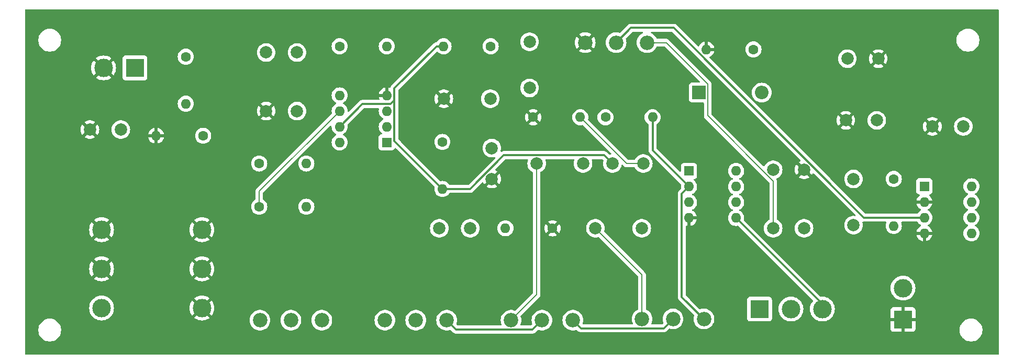
<source format=gbl>
G04 #@! TF.GenerationSoftware,KiCad,Pcbnew,8.0.6*
G04 #@! TF.CreationDate,2025-09-24T23:59:31-06:00*
G04 #@! TF.ProjectId,GuitarAmplifier,47756974-6172-4416-9d70-6c6966696572,0*
G04 #@! TF.SameCoordinates,Original*
G04 #@! TF.FileFunction,Copper,L4,Bot*
G04 #@! TF.FilePolarity,Positive*
%FSLAX46Y46*%
G04 Gerber Fmt 4.6, Leading zero omitted, Abs format (unit mm)*
G04 Created by KiCad (PCBNEW 8.0.6) date 2025-09-24 23:59:31*
%MOMM*%
%LPD*%
G01*
G04 APERTURE LIST*
G04 #@! TA.AperFunction,ComponentPad*
%ADD10C,2.000000*%
G04 #@! TD*
G04 #@! TA.AperFunction,ComponentPad*
%ADD11C,1.600000*%
G04 #@! TD*
G04 #@! TA.AperFunction,ComponentPad*
%ADD12O,1.600000X1.600000*%
G04 #@! TD*
G04 #@! TA.AperFunction,ComponentPad*
%ADD13R,3.000000X3.000000*%
G04 #@! TD*
G04 #@! TA.AperFunction,ComponentPad*
%ADD14C,3.000000*%
G04 #@! TD*
G04 #@! TA.AperFunction,ComponentPad*
%ADD15C,2.340000*%
G04 #@! TD*
G04 #@! TA.AperFunction,ComponentPad*
%ADD16R,1.600000X1.600000*%
G04 #@! TD*
G04 #@! TA.AperFunction,ComponentPad*
%ADD17R,2.200000X2.200000*%
G04 #@! TD*
G04 #@! TA.AperFunction,ComponentPad*
%ADD18O,2.200000X2.200000*%
G04 #@! TD*
G04 #@! TA.AperFunction,ViaPad*
%ADD19C,0.800000*%
G04 #@! TD*
G04 #@! TA.AperFunction,Conductor*
%ADD20C,0.300000*%
G04 #@! TD*
G04 #@! TA.AperFunction,Conductor*
%ADD21C,0.200000*%
G04 #@! TD*
G04 APERTURE END LIST*
D10*
X168750000Y-127500000D03*
X176250000Y-127500000D03*
D11*
X138880000Y-145000000D03*
D12*
X146500000Y-145000000D03*
D10*
X182600000Y-118250000D03*
X182600000Y-125750000D03*
D11*
X151880000Y-119000000D03*
D12*
X159500000Y-119000000D03*
D10*
X235000000Y-140500000D03*
X235000000Y-148000000D03*
X201000000Y-138000000D03*
X196000000Y-138000000D03*
X183750000Y-138000000D03*
X191250000Y-138000000D03*
X140000000Y-129500000D03*
X145000000Y-129500000D03*
X227000000Y-148500000D03*
X222000000Y-148500000D03*
D11*
X129810000Y-133500000D03*
D12*
X122190000Y-133500000D03*
D13*
X243000000Y-163280000D03*
D14*
X243000000Y-158200000D03*
D13*
X118790000Y-122500000D03*
D14*
X113710000Y-122500000D03*
D15*
X201600000Y-118400000D03*
X196600000Y-118400000D03*
X191600000Y-118400000D03*
D10*
X233750000Y-131000000D03*
X238750000Y-131000000D03*
D11*
X127000000Y-120690000D03*
D12*
X127000000Y-128310000D03*
D11*
X241500000Y-140500000D03*
D12*
X241500000Y-148120000D03*
D14*
X113385000Y-155085000D03*
X129615000Y-155085000D03*
X113385000Y-148735000D03*
X129615000Y-148735000D03*
X113385000Y-161435000D03*
X129615000Y-161435000D03*
D10*
X247750000Y-132000000D03*
X252750000Y-132000000D03*
X116500000Y-132500000D03*
X111500000Y-132500000D03*
X227000000Y-139000000D03*
X222000000Y-139000000D03*
D11*
X218810000Y-119500000D03*
D12*
X211190000Y-119500000D03*
D15*
X159200000Y-163400000D03*
X164200000Y-163400000D03*
X169200000Y-163400000D03*
D11*
X183190000Y-130500000D03*
D12*
X190810000Y-130500000D03*
D15*
X179600000Y-163400000D03*
X184600000Y-163400000D03*
X189600000Y-163400000D03*
D13*
X219800000Y-161600000D03*
D14*
X224880000Y-161600000D03*
X229960000Y-161600000D03*
D11*
X194880000Y-130500000D03*
D12*
X202500000Y-130500000D03*
D16*
X208380000Y-139200000D03*
D12*
X208380000Y-141740000D03*
X208380000Y-144280000D03*
X208380000Y-146820000D03*
X216000000Y-146820000D03*
X216000000Y-144280000D03*
X216000000Y-141740000D03*
X216000000Y-139200000D03*
D10*
X193250000Y-148500000D03*
X200750000Y-148500000D03*
X145000000Y-120000000D03*
X140000000Y-120000000D03*
D11*
X168500000Y-134500000D03*
D12*
X168500000Y-142120000D03*
D10*
X168000000Y-148500000D03*
X173000000Y-148500000D03*
D11*
X176310000Y-119000000D03*
D12*
X168690000Y-119000000D03*
D11*
X186310000Y-148500000D03*
D12*
X178690000Y-148500000D03*
D16*
X246450000Y-141700000D03*
D12*
X246450000Y-144240000D03*
X246450000Y-146780000D03*
X246450000Y-149320000D03*
X254070000Y-149320000D03*
X254070000Y-146780000D03*
X254070000Y-144240000D03*
X254070000Y-141700000D03*
D10*
X176500000Y-140500000D03*
X176500000Y-135500000D03*
X234000000Y-121000000D03*
X239000000Y-121000000D03*
D17*
X210000000Y-126500000D03*
D18*
X220160000Y-126500000D03*
D15*
X200800000Y-163200000D03*
X205800000Y-163200000D03*
X210800000Y-163200000D03*
D11*
X138880000Y-138000000D03*
D12*
X146500000Y-138000000D03*
D15*
X139000000Y-163400000D03*
X144000000Y-163400000D03*
X149000000Y-163400000D03*
D16*
X159500000Y-134580000D03*
D12*
X159500000Y-132040000D03*
X159500000Y-129500000D03*
X159500000Y-126960000D03*
X151880000Y-126960000D03*
X151880000Y-129500000D03*
X151880000Y-132040000D03*
X151880000Y-134580000D03*
D19*
X156800000Y-127000000D03*
X248500000Y-144500000D03*
D20*
X229960000Y-160780000D02*
X229960000Y-161600000D01*
X216000000Y-146820000D02*
X229960000Y-160780000D01*
D21*
X183750000Y-159250000D02*
X179600000Y-163400000D01*
X183750000Y-138000000D02*
X183750000Y-159250000D01*
D20*
X168500000Y-142120000D02*
X172970811Y-142120000D01*
X160750000Y-125808630D02*
X160750000Y-127750000D01*
X194650000Y-136650000D02*
X196000000Y-138000000D01*
X155570000Y-128350000D02*
X151880000Y-132040000D01*
X172970811Y-142120000D02*
X178440811Y-136650000D01*
X168500000Y-142120000D02*
X160750000Y-134370000D01*
X168690000Y-119000000D02*
X167558630Y-119000000D01*
X178440811Y-136650000D02*
X194650000Y-136650000D01*
X160150000Y-128350000D02*
X155570000Y-128350000D01*
X160750000Y-134370000D02*
X160750000Y-127750000D01*
X160750000Y-127750000D02*
X160150000Y-128350000D01*
X167558630Y-119000000D02*
X160750000Y-125808630D01*
D21*
X190810000Y-130500000D02*
X198310000Y-138000000D01*
X198310000Y-138000000D02*
X201000000Y-138000000D01*
X193250000Y-148500000D02*
X200800000Y-156050000D01*
X200800000Y-156050000D02*
X200800000Y-163200000D01*
X222000000Y-148500000D02*
X222000000Y-140838478D01*
X204700000Y-118400000D02*
X201600000Y-118400000D01*
X211400000Y-130238478D02*
X211400000Y-125100000D01*
X211400000Y-125100000D02*
X204700000Y-118400000D01*
X222000000Y-140838478D02*
X211400000Y-130238478D01*
D20*
X189600000Y-163400000D02*
X190920000Y-164720000D01*
X202500000Y-130500000D02*
X202500000Y-135860000D01*
X202500000Y-135860000D02*
X208380000Y-141740000D01*
X210800000Y-163200000D02*
X207230000Y-159630000D01*
X169200000Y-163400000D02*
X170720000Y-164920000D01*
X207230000Y-142890000D02*
X208380000Y-141740000D01*
X170720000Y-164920000D02*
X183080000Y-164920000D01*
X204280000Y-164720000D02*
X205800000Y-163200000D01*
X207230000Y-159630000D02*
X207230000Y-142890000D01*
X183080000Y-164920000D02*
X184600000Y-163400000D01*
X190920000Y-164720000D02*
X204280000Y-164720000D01*
X236689189Y-146780000D02*
X205909189Y-116000000D01*
X199000000Y-116000000D02*
X196600000Y-118400000D01*
X205909189Y-116000000D02*
X199000000Y-116000000D01*
X246450000Y-146780000D02*
X236689189Y-146780000D01*
D21*
X151880000Y-129500000D02*
X138880000Y-142500000D01*
X138880000Y-142500000D02*
X138880000Y-145000000D01*
G04 #@! TA.AperFunction,Conductor*
G36*
X258442539Y-113020185D02*
G01*
X258488294Y-113072989D01*
X258499500Y-113124500D01*
X258499500Y-168875500D01*
X258479815Y-168942539D01*
X258427011Y-168988294D01*
X258375500Y-168999500D01*
X101124500Y-168999500D01*
X101057461Y-168979815D01*
X101011706Y-168927011D01*
X101000500Y-168875500D01*
X101000500Y-164878711D01*
X103149500Y-164878711D01*
X103149500Y-165121288D01*
X103181161Y-165361785D01*
X103243947Y-165596104D01*
X103336773Y-165820205D01*
X103336776Y-165820212D01*
X103458064Y-166030289D01*
X103458066Y-166030292D01*
X103458067Y-166030293D01*
X103605733Y-166222736D01*
X103605739Y-166222743D01*
X103777256Y-166394260D01*
X103777262Y-166394265D01*
X103969711Y-166541936D01*
X104179788Y-166663224D01*
X104403900Y-166756054D01*
X104638211Y-166818838D01*
X104818586Y-166842584D01*
X104878711Y-166850500D01*
X104878712Y-166850500D01*
X105121289Y-166850500D01*
X105169388Y-166844167D01*
X105361789Y-166818838D01*
X105596100Y-166756054D01*
X105820212Y-166663224D01*
X106030289Y-166541936D01*
X106222738Y-166394265D01*
X106394265Y-166222738D01*
X106541936Y-166030289D01*
X106663224Y-165820212D01*
X106756054Y-165596100D01*
X106818838Y-165361789D01*
X106850500Y-165121288D01*
X106850500Y-164878712D01*
X106846819Y-164850755D01*
X106836486Y-164772267D01*
X106818838Y-164638211D01*
X106756054Y-164403900D01*
X106663224Y-164179788D01*
X106541936Y-163969711D01*
X106465678Y-163870330D01*
X106394266Y-163777263D01*
X106394260Y-163777256D01*
X106222743Y-163605739D01*
X106222736Y-163605733D01*
X106030293Y-163458067D01*
X106030292Y-163458066D01*
X106030289Y-163458064D01*
X105851522Y-163354853D01*
X105820214Y-163336777D01*
X105820205Y-163336773D01*
X105596104Y-163243947D01*
X105361785Y-163181161D01*
X105121289Y-163149500D01*
X105121288Y-163149500D01*
X104878712Y-163149500D01*
X104878711Y-163149500D01*
X104638214Y-163181161D01*
X104403895Y-163243947D01*
X104179794Y-163336773D01*
X104179785Y-163336777D01*
X104036161Y-163419699D01*
X103970607Y-163457547D01*
X103969706Y-163458067D01*
X103777263Y-163605733D01*
X103777256Y-163605739D01*
X103605739Y-163777256D01*
X103605733Y-163777263D01*
X103458067Y-163969706D01*
X103336777Y-164179785D01*
X103336773Y-164179794D01*
X103243947Y-164403895D01*
X103181161Y-164638214D01*
X103149500Y-164878711D01*
X101000500Y-164878711D01*
X101000500Y-161434998D01*
X111379390Y-161434998D01*
X111379390Y-161435001D01*
X111399804Y-161720433D01*
X111460628Y-162000037D01*
X111460630Y-162000043D01*
X111460631Y-162000046D01*
X111522170Y-162165037D01*
X111560635Y-162268166D01*
X111697770Y-162519309D01*
X111697775Y-162519317D01*
X111869254Y-162748387D01*
X111869270Y-162748405D01*
X112071594Y-162950729D01*
X112071612Y-162950745D01*
X112300682Y-163122224D01*
X112300690Y-163122229D01*
X112551833Y-163259364D01*
X112551832Y-163259364D01*
X112551836Y-163259365D01*
X112551839Y-163259367D01*
X112819954Y-163359369D01*
X112819960Y-163359370D01*
X112819962Y-163359371D01*
X113099566Y-163420195D01*
X113099568Y-163420195D01*
X113099572Y-163420196D01*
X113353220Y-163438337D01*
X113384999Y-163440610D01*
X113385000Y-163440610D01*
X113385001Y-163440610D01*
X113413595Y-163438564D01*
X113670428Y-163420196D01*
X113763250Y-163400004D01*
X113950037Y-163359371D01*
X113950037Y-163359370D01*
X113950046Y-163359369D01*
X114218161Y-163259367D01*
X114469315Y-163122226D01*
X114698395Y-162950739D01*
X114900739Y-162748395D01*
X115072226Y-162519315D01*
X115209367Y-162268161D01*
X115309369Y-162000046D01*
X115320420Y-161949244D01*
X115370195Y-161720433D01*
X115370195Y-161720432D01*
X115370196Y-161720428D01*
X115390610Y-161435000D01*
X115390610Y-161434998D01*
X127609891Y-161434998D01*
X127609891Y-161435001D01*
X127630300Y-161720362D01*
X127691109Y-161999895D01*
X127791091Y-162267958D01*
X127928191Y-162519038D01*
X127928196Y-162519046D01*
X128034882Y-162661561D01*
X128034883Y-162661562D01*
X128975689Y-161720756D01*
X128994668Y-161766574D01*
X129071274Y-161881224D01*
X129168776Y-161978726D01*
X129283426Y-162055332D01*
X129329242Y-162074309D01*
X128388436Y-163015115D01*
X128530960Y-163121807D01*
X128530961Y-163121808D01*
X128782042Y-163258908D01*
X128782041Y-163258908D01*
X129050104Y-163358890D01*
X129329637Y-163419699D01*
X129614999Y-163440109D01*
X129615001Y-163440109D01*
X129900362Y-163419699D01*
X129990939Y-163399995D01*
X137324816Y-163399995D01*
X137324816Y-163400004D01*
X137343524Y-163649663D01*
X137343525Y-163649668D01*
X137399236Y-163893755D01*
X137399238Y-163893764D01*
X137399240Y-163893769D01*
X137490711Y-164126835D01*
X137615898Y-164343665D01*
X137663930Y-164403895D01*
X137772006Y-164539418D01*
X137945264Y-164700177D01*
X137955540Y-164709712D01*
X138162408Y-164850752D01*
X138162413Y-164850754D01*
X138162414Y-164850755D01*
X138162415Y-164850756D01*
X138282218Y-164908449D01*
X138387983Y-164959383D01*
X138387984Y-164959383D01*
X138387987Y-164959385D01*
X138627236Y-165033184D01*
X138627237Y-165033184D01*
X138627240Y-165033185D01*
X138874805Y-165070499D01*
X138874810Y-165070499D01*
X138874813Y-165070500D01*
X138874814Y-165070500D01*
X139125186Y-165070500D01*
X139125187Y-165070500D01*
X139125194Y-165070499D01*
X139372759Y-165033185D01*
X139372760Y-165033184D01*
X139372764Y-165033184D01*
X139612013Y-164959385D01*
X139837592Y-164850752D01*
X140044460Y-164709712D01*
X140227997Y-164539414D01*
X140384102Y-164343665D01*
X140509289Y-164126835D01*
X140600760Y-163893769D01*
X140656474Y-163649673D01*
X140656475Y-163649663D01*
X140675184Y-163400004D01*
X140675184Y-163399995D01*
X142324816Y-163399995D01*
X142324816Y-163400004D01*
X142343524Y-163649663D01*
X142343525Y-163649668D01*
X142399236Y-163893755D01*
X142399238Y-163893764D01*
X142399240Y-163893769D01*
X142490711Y-164126835D01*
X142615898Y-164343665D01*
X142663930Y-164403895D01*
X142772006Y-164539418D01*
X142945264Y-164700177D01*
X142955540Y-164709712D01*
X143162408Y-164850752D01*
X143162413Y-164850754D01*
X143162414Y-164850755D01*
X143162415Y-164850756D01*
X143282218Y-164908449D01*
X143387983Y-164959383D01*
X143387984Y-164959383D01*
X143387987Y-164959385D01*
X143627236Y-165033184D01*
X143627237Y-165033184D01*
X143627240Y-165033185D01*
X143874805Y-165070499D01*
X143874810Y-165070499D01*
X143874813Y-165070500D01*
X143874814Y-165070500D01*
X144125186Y-165070500D01*
X144125187Y-165070500D01*
X144125194Y-165070499D01*
X144372759Y-165033185D01*
X144372760Y-165033184D01*
X144372764Y-165033184D01*
X144612013Y-164959385D01*
X144837592Y-164850752D01*
X145044460Y-164709712D01*
X145227997Y-164539414D01*
X145384102Y-164343665D01*
X145509289Y-164126835D01*
X145600760Y-163893769D01*
X145656474Y-163649673D01*
X145656475Y-163649663D01*
X145675184Y-163400004D01*
X145675184Y-163399995D01*
X147324816Y-163399995D01*
X147324816Y-163400004D01*
X147343524Y-163649663D01*
X147343525Y-163649668D01*
X147399236Y-163893755D01*
X147399238Y-163893764D01*
X147399240Y-163893769D01*
X147490711Y-164126835D01*
X147615898Y-164343665D01*
X147663930Y-164403895D01*
X147772006Y-164539418D01*
X147945264Y-164700177D01*
X147955540Y-164709712D01*
X148162408Y-164850752D01*
X148162413Y-164850754D01*
X148162414Y-164850755D01*
X148162415Y-164850756D01*
X148282218Y-164908449D01*
X148387983Y-164959383D01*
X148387984Y-164959383D01*
X148387987Y-164959385D01*
X148627236Y-165033184D01*
X148627237Y-165033184D01*
X148627240Y-165033185D01*
X148874805Y-165070499D01*
X148874810Y-165070499D01*
X148874813Y-165070500D01*
X148874814Y-165070500D01*
X149125186Y-165070500D01*
X149125187Y-165070500D01*
X149125194Y-165070499D01*
X149372759Y-165033185D01*
X149372760Y-165033184D01*
X149372764Y-165033184D01*
X149612013Y-164959385D01*
X149837592Y-164850752D01*
X150044460Y-164709712D01*
X150227997Y-164539414D01*
X150384102Y-164343665D01*
X150509289Y-164126835D01*
X150600760Y-163893769D01*
X150656474Y-163649673D01*
X150656475Y-163649663D01*
X150675184Y-163400004D01*
X150675184Y-163399995D01*
X157524816Y-163399995D01*
X157524816Y-163400004D01*
X157543524Y-163649663D01*
X157543525Y-163649668D01*
X157599236Y-163893755D01*
X157599238Y-163893764D01*
X157599240Y-163893769D01*
X157690711Y-164126835D01*
X157815898Y-164343665D01*
X157863930Y-164403895D01*
X157972006Y-164539418D01*
X158145264Y-164700177D01*
X158155540Y-164709712D01*
X158362408Y-164850752D01*
X158362413Y-164850754D01*
X158362414Y-164850755D01*
X158362415Y-164850756D01*
X158482218Y-164908449D01*
X158587983Y-164959383D01*
X158587984Y-164959383D01*
X158587987Y-164959385D01*
X158827236Y-165033184D01*
X158827237Y-165033184D01*
X158827240Y-165033185D01*
X159074805Y-165070499D01*
X159074810Y-165070499D01*
X159074813Y-165070500D01*
X159074814Y-165070500D01*
X159325186Y-165070500D01*
X159325187Y-165070500D01*
X159325194Y-165070499D01*
X159572759Y-165033185D01*
X159572760Y-165033184D01*
X159572764Y-165033184D01*
X159812013Y-164959385D01*
X160037592Y-164850752D01*
X160244460Y-164709712D01*
X160427997Y-164539414D01*
X160584102Y-164343665D01*
X160709289Y-164126835D01*
X160800760Y-163893769D01*
X160856474Y-163649673D01*
X160856475Y-163649663D01*
X160875184Y-163400004D01*
X160875184Y-163399995D01*
X162524816Y-163399995D01*
X162524816Y-163400004D01*
X162543524Y-163649663D01*
X162543525Y-163649668D01*
X162599236Y-163893755D01*
X162599238Y-163893764D01*
X162599240Y-163893769D01*
X162690711Y-164126835D01*
X162815898Y-164343665D01*
X162863930Y-164403895D01*
X162972006Y-164539418D01*
X163145264Y-164700177D01*
X163155540Y-164709712D01*
X163362408Y-164850752D01*
X163362413Y-164850754D01*
X163362414Y-164850755D01*
X163362415Y-164850756D01*
X163482218Y-164908449D01*
X163587983Y-164959383D01*
X163587984Y-164959383D01*
X163587987Y-164959385D01*
X163827236Y-165033184D01*
X163827237Y-165033184D01*
X163827240Y-165033185D01*
X164074805Y-165070499D01*
X164074810Y-165070499D01*
X164074813Y-165070500D01*
X164074814Y-165070500D01*
X164325186Y-165070500D01*
X164325187Y-165070500D01*
X164325194Y-165070499D01*
X164572759Y-165033185D01*
X164572760Y-165033184D01*
X164572764Y-165033184D01*
X164812013Y-164959385D01*
X165037592Y-164850752D01*
X165244460Y-164709712D01*
X165427997Y-164539414D01*
X165584102Y-164343665D01*
X165709289Y-164126835D01*
X165800760Y-163893769D01*
X165856474Y-163649673D01*
X165856475Y-163649663D01*
X165875184Y-163400004D01*
X165875184Y-163399995D01*
X165856475Y-163150336D01*
X165856474Y-163150331D01*
X165856474Y-163150327D01*
X165800760Y-162906231D01*
X165709289Y-162673165D01*
X165584102Y-162456335D01*
X165427997Y-162260586D01*
X165427996Y-162260585D01*
X165427993Y-162260581D01*
X165244460Y-162090288D01*
X165193189Y-162055332D01*
X165037592Y-161949248D01*
X165037588Y-161949246D01*
X165037585Y-161949244D01*
X165037584Y-161949243D01*
X164812015Y-161840616D01*
X164812017Y-161840616D01*
X164572765Y-161766816D01*
X164572759Y-161766814D01*
X164325194Y-161729500D01*
X164325187Y-161729500D01*
X164074813Y-161729500D01*
X164074805Y-161729500D01*
X163827240Y-161766814D01*
X163827234Y-161766816D01*
X163587983Y-161840616D01*
X163362415Y-161949243D01*
X163362414Y-161949244D01*
X163155539Y-162090288D01*
X162972006Y-162260581D01*
X162815898Y-162456335D01*
X162690711Y-162673164D01*
X162599242Y-162906225D01*
X162599236Y-162906244D01*
X162543525Y-163150331D01*
X162543524Y-163150336D01*
X162524816Y-163399995D01*
X160875184Y-163399995D01*
X160856475Y-163150336D01*
X160856474Y-163150331D01*
X160856474Y-163150327D01*
X160800760Y-162906231D01*
X160709289Y-162673165D01*
X160584102Y-162456335D01*
X160427997Y-162260586D01*
X160427996Y-162260585D01*
X160427993Y-162260581D01*
X160244460Y-162090288D01*
X160193189Y-162055332D01*
X160037592Y-161949248D01*
X160037588Y-161949246D01*
X160037585Y-161949244D01*
X160037584Y-161949243D01*
X159812015Y-161840616D01*
X159812017Y-161840616D01*
X159572765Y-161766816D01*
X159572759Y-161766814D01*
X159325194Y-161729500D01*
X159325187Y-161729500D01*
X159074813Y-161729500D01*
X159074805Y-161729500D01*
X158827240Y-161766814D01*
X158827234Y-161766816D01*
X158587983Y-161840616D01*
X158362415Y-161949243D01*
X158362414Y-161949244D01*
X158155539Y-162090288D01*
X157972006Y-162260581D01*
X157815898Y-162456335D01*
X157690711Y-162673164D01*
X157599242Y-162906225D01*
X157599236Y-162906244D01*
X157543525Y-163150331D01*
X157543524Y-163150336D01*
X157524816Y-163399995D01*
X150675184Y-163399995D01*
X150656475Y-163150336D01*
X150656474Y-163150331D01*
X150656474Y-163150327D01*
X150600760Y-162906231D01*
X150509289Y-162673165D01*
X150384102Y-162456335D01*
X150227997Y-162260586D01*
X150227996Y-162260585D01*
X150227993Y-162260581D01*
X150044460Y-162090288D01*
X149993189Y-162055332D01*
X149837592Y-161949248D01*
X149837588Y-161949246D01*
X149837585Y-161949244D01*
X149837584Y-161949243D01*
X149612015Y-161840616D01*
X149612017Y-161840616D01*
X149372765Y-161766816D01*
X149372759Y-161766814D01*
X149125194Y-161729500D01*
X149125187Y-161729500D01*
X148874813Y-161729500D01*
X148874805Y-161729500D01*
X148627240Y-161766814D01*
X148627234Y-161766816D01*
X148387983Y-161840616D01*
X148162415Y-161949243D01*
X148162414Y-161949244D01*
X147955539Y-162090288D01*
X147772006Y-162260581D01*
X147615898Y-162456335D01*
X147490711Y-162673164D01*
X147399242Y-162906225D01*
X147399236Y-162906244D01*
X147343525Y-163150331D01*
X147343524Y-163150336D01*
X147324816Y-163399995D01*
X145675184Y-163399995D01*
X145656475Y-163150336D01*
X145656474Y-163150331D01*
X145656474Y-163150327D01*
X145600760Y-162906231D01*
X145509289Y-162673165D01*
X145384102Y-162456335D01*
X145227997Y-162260586D01*
X145227996Y-162260585D01*
X145227993Y-162260581D01*
X145044460Y-162090288D01*
X144993189Y-162055332D01*
X144837592Y-161949248D01*
X144837588Y-161949246D01*
X144837585Y-161949244D01*
X144837584Y-161949243D01*
X144612015Y-161840616D01*
X144612017Y-161840616D01*
X144372765Y-161766816D01*
X144372759Y-161766814D01*
X144125194Y-161729500D01*
X144125187Y-161729500D01*
X143874813Y-161729500D01*
X143874805Y-161729500D01*
X143627240Y-161766814D01*
X143627234Y-161766816D01*
X143387983Y-161840616D01*
X143162415Y-161949243D01*
X143162414Y-161949244D01*
X142955539Y-162090288D01*
X142772006Y-162260581D01*
X142615898Y-162456335D01*
X142490711Y-162673164D01*
X142399242Y-162906225D01*
X142399236Y-162906244D01*
X142343525Y-163150331D01*
X142343524Y-163150336D01*
X142324816Y-163399995D01*
X140675184Y-163399995D01*
X140656475Y-163150336D01*
X140656474Y-163150331D01*
X140656474Y-163150327D01*
X140600760Y-162906231D01*
X140509289Y-162673165D01*
X140384102Y-162456335D01*
X140227997Y-162260586D01*
X140227996Y-162260585D01*
X140227993Y-162260581D01*
X140044460Y-162090288D01*
X139993189Y-162055332D01*
X139837592Y-161949248D01*
X139837588Y-161949246D01*
X139837585Y-161949244D01*
X139837584Y-161949243D01*
X139612015Y-161840616D01*
X139612017Y-161840616D01*
X139372765Y-161766816D01*
X139372759Y-161766814D01*
X139125194Y-161729500D01*
X139125187Y-161729500D01*
X138874813Y-161729500D01*
X138874805Y-161729500D01*
X138627240Y-161766814D01*
X138627234Y-161766816D01*
X138387983Y-161840616D01*
X138162415Y-161949243D01*
X138162414Y-161949244D01*
X137955539Y-162090288D01*
X137772006Y-162260581D01*
X137615898Y-162456335D01*
X137490711Y-162673164D01*
X137399242Y-162906225D01*
X137399236Y-162906244D01*
X137343525Y-163150331D01*
X137343524Y-163150336D01*
X137324816Y-163399995D01*
X129990939Y-163399995D01*
X130179895Y-163358890D01*
X130447958Y-163258908D01*
X130699047Y-163121803D01*
X130841561Y-163015116D01*
X130841562Y-163015115D01*
X129900757Y-162074309D01*
X129946574Y-162055332D01*
X130061224Y-161978726D01*
X130158726Y-161881224D01*
X130235332Y-161766574D01*
X130254309Y-161720756D01*
X131195115Y-162661562D01*
X131195116Y-162661561D01*
X131301803Y-162519047D01*
X131438908Y-162267958D01*
X131538890Y-161999895D01*
X131599699Y-161720362D01*
X131620109Y-161435001D01*
X131620109Y-161434998D01*
X131599699Y-161149637D01*
X131538890Y-160870104D01*
X131438908Y-160602041D01*
X131301808Y-160350961D01*
X131301807Y-160350960D01*
X131195115Y-160208436D01*
X130254309Y-161149242D01*
X130235332Y-161103426D01*
X130158726Y-160988776D01*
X130061224Y-160891274D01*
X129946574Y-160814668D01*
X129900756Y-160795689D01*
X130841562Y-159854883D01*
X130841561Y-159854882D01*
X130699046Y-159748196D01*
X130699038Y-159748191D01*
X130447957Y-159611091D01*
X130447958Y-159611091D01*
X130179895Y-159511109D01*
X129900362Y-159450300D01*
X129615001Y-159429891D01*
X129614999Y-159429891D01*
X129329637Y-159450300D01*
X129050104Y-159511109D01*
X128782041Y-159611091D01*
X128530961Y-159748191D01*
X128530953Y-159748196D01*
X128388437Y-159854882D01*
X128388436Y-159854883D01*
X129329243Y-160795689D01*
X129283426Y-160814668D01*
X129168776Y-160891274D01*
X129071274Y-160988776D01*
X128994668Y-161103426D01*
X128975690Y-161149243D01*
X128034883Y-160208436D01*
X128034882Y-160208437D01*
X127928196Y-160350953D01*
X127928191Y-160350961D01*
X127791091Y-160602041D01*
X127691109Y-160870104D01*
X127630300Y-161149637D01*
X127609891Y-161434998D01*
X115390610Y-161434998D01*
X115370196Y-161149572D01*
X115345262Y-161034954D01*
X115309371Y-160869962D01*
X115309370Y-160869960D01*
X115309369Y-160869954D01*
X115209367Y-160601839D01*
X115072372Y-160350953D01*
X115072229Y-160350690D01*
X115072224Y-160350682D01*
X114900745Y-160121612D01*
X114900729Y-160121594D01*
X114698405Y-159919270D01*
X114698387Y-159919254D01*
X114469317Y-159747775D01*
X114469309Y-159747770D01*
X114218166Y-159610635D01*
X114218167Y-159610635D01*
X114110915Y-159570632D01*
X113950046Y-159510631D01*
X113950043Y-159510630D01*
X113950037Y-159510628D01*
X113670433Y-159449804D01*
X113385001Y-159429390D01*
X113384999Y-159429390D01*
X113099566Y-159449804D01*
X112819962Y-159510628D01*
X112551833Y-159610635D01*
X112300690Y-159747770D01*
X112300682Y-159747775D01*
X112071612Y-159919254D01*
X112071594Y-159919270D01*
X111869270Y-160121594D01*
X111869254Y-160121612D01*
X111697775Y-160350682D01*
X111697770Y-160350690D01*
X111560635Y-160601833D01*
X111460628Y-160869962D01*
X111399804Y-161149566D01*
X111379390Y-161434998D01*
X101000500Y-161434998D01*
X101000500Y-155084998D01*
X111379891Y-155084998D01*
X111379891Y-155085001D01*
X111400300Y-155370362D01*
X111461109Y-155649895D01*
X111561091Y-155917958D01*
X111698191Y-156169038D01*
X111698196Y-156169046D01*
X111804882Y-156311561D01*
X111804883Y-156311562D01*
X112745689Y-155370756D01*
X112764668Y-155416574D01*
X112841274Y-155531224D01*
X112938776Y-155628726D01*
X113053426Y-155705332D01*
X113099242Y-155724309D01*
X112158436Y-156665115D01*
X112300960Y-156771807D01*
X112300961Y-156771808D01*
X112552042Y-156908908D01*
X112552041Y-156908908D01*
X112820104Y-157008890D01*
X113099637Y-157069699D01*
X113384999Y-157090109D01*
X113385001Y-157090109D01*
X113670362Y-157069699D01*
X113949895Y-157008890D01*
X114217958Y-156908908D01*
X114469047Y-156771803D01*
X114611561Y-156665116D01*
X114611562Y-156665115D01*
X113670757Y-155724309D01*
X113716574Y-155705332D01*
X113831224Y-155628726D01*
X113928726Y-155531224D01*
X114005332Y-155416574D01*
X114024309Y-155370756D01*
X114965115Y-156311562D01*
X114965116Y-156311561D01*
X115071803Y-156169047D01*
X115208908Y-155917958D01*
X115308890Y-155649895D01*
X115369699Y-155370362D01*
X115390109Y-155085001D01*
X115390109Y-155084998D01*
X127609891Y-155084998D01*
X127609891Y-155085001D01*
X127630300Y-155370362D01*
X127691109Y-155649895D01*
X127791091Y-155917958D01*
X127928191Y-156169038D01*
X127928196Y-156169046D01*
X128034882Y-156311561D01*
X128034883Y-156311562D01*
X128975689Y-155370756D01*
X128994668Y-155416574D01*
X129071274Y-155531224D01*
X129168776Y-155628726D01*
X129283426Y-155705332D01*
X129329242Y-155724309D01*
X128388436Y-156665115D01*
X128530960Y-156771807D01*
X128530961Y-156771808D01*
X128782042Y-156908908D01*
X128782041Y-156908908D01*
X129050104Y-157008890D01*
X129329637Y-157069699D01*
X129614999Y-157090109D01*
X129615001Y-157090109D01*
X129900362Y-157069699D01*
X130179895Y-157008890D01*
X130447958Y-156908908D01*
X130699047Y-156771803D01*
X130841561Y-156665116D01*
X130841562Y-156665115D01*
X129900757Y-155724309D01*
X129946574Y-155705332D01*
X130061224Y-155628726D01*
X130158726Y-155531224D01*
X130235332Y-155416574D01*
X130254309Y-155370756D01*
X131195115Y-156311562D01*
X131195116Y-156311561D01*
X131301803Y-156169047D01*
X131438908Y-155917958D01*
X131538890Y-155649895D01*
X131599699Y-155370362D01*
X131620109Y-155085001D01*
X131620109Y-155084998D01*
X131599699Y-154799637D01*
X131538890Y-154520104D01*
X131438908Y-154252041D01*
X131301808Y-154000961D01*
X131301807Y-154000960D01*
X131195115Y-153858436D01*
X130254309Y-154799242D01*
X130235332Y-154753426D01*
X130158726Y-154638776D01*
X130061224Y-154541274D01*
X129946574Y-154464668D01*
X129900756Y-154445689D01*
X130841562Y-153504883D01*
X130841561Y-153504882D01*
X130699046Y-153398196D01*
X130699038Y-153398191D01*
X130447957Y-153261091D01*
X130447958Y-153261091D01*
X130179895Y-153161109D01*
X129900362Y-153100300D01*
X129615001Y-153079891D01*
X129614999Y-153079891D01*
X129329637Y-153100300D01*
X129050104Y-153161109D01*
X128782041Y-153261091D01*
X128530961Y-153398191D01*
X128530953Y-153398196D01*
X128388437Y-153504882D01*
X128388436Y-153504883D01*
X129329243Y-154445689D01*
X129283426Y-154464668D01*
X129168776Y-154541274D01*
X129071274Y-154638776D01*
X128994668Y-154753426D01*
X128975690Y-154799243D01*
X128034883Y-153858436D01*
X128034882Y-153858437D01*
X127928196Y-154000953D01*
X127928191Y-154000961D01*
X127791091Y-154252041D01*
X127691109Y-154520104D01*
X127630300Y-154799637D01*
X127609891Y-155084998D01*
X115390109Y-155084998D01*
X115369699Y-154799637D01*
X115308890Y-154520104D01*
X115208908Y-154252041D01*
X115071808Y-154000961D01*
X115071807Y-154000960D01*
X114965115Y-153858436D01*
X114024309Y-154799242D01*
X114005332Y-154753426D01*
X113928726Y-154638776D01*
X113831224Y-154541274D01*
X113716574Y-154464668D01*
X113670756Y-154445689D01*
X114611562Y-153504883D01*
X114611561Y-153504882D01*
X114469046Y-153398196D01*
X114469038Y-153398191D01*
X114217957Y-153261091D01*
X114217958Y-153261091D01*
X113949895Y-153161109D01*
X113670362Y-153100300D01*
X113385001Y-153079891D01*
X113384999Y-153079891D01*
X113099637Y-153100300D01*
X112820104Y-153161109D01*
X112552041Y-153261091D01*
X112300961Y-153398191D01*
X112300953Y-153398196D01*
X112158437Y-153504882D01*
X112158436Y-153504883D01*
X113099243Y-154445689D01*
X113053426Y-154464668D01*
X112938776Y-154541274D01*
X112841274Y-154638776D01*
X112764668Y-154753426D01*
X112745690Y-154799243D01*
X111804883Y-153858436D01*
X111804882Y-153858437D01*
X111698196Y-154000953D01*
X111698191Y-154000961D01*
X111561091Y-154252041D01*
X111461109Y-154520104D01*
X111400300Y-154799637D01*
X111379891Y-155084998D01*
X101000500Y-155084998D01*
X101000500Y-148734998D01*
X111379891Y-148734998D01*
X111379891Y-148735001D01*
X111400300Y-149020362D01*
X111461109Y-149299895D01*
X111561091Y-149567958D01*
X111698191Y-149819038D01*
X111698196Y-149819046D01*
X111804882Y-149961561D01*
X111804883Y-149961562D01*
X112745689Y-149020756D01*
X112764668Y-149066574D01*
X112841274Y-149181224D01*
X112938776Y-149278726D01*
X113053426Y-149355332D01*
X113099242Y-149374309D01*
X112158436Y-150315115D01*
X112300960Y-150421807D01*
X112300961Y-150421808D01*
X112552042Y-150558908D01*
X112552041Y-150558908D01*
X112820104Y-150658890D01*
X113099637Y-150719699D01*
X113384999Y-150740109D01*
X113385001Y-150740109D01*
X113670362Y-150719699D01*
X113949895Y-150658890D01*
X114217958Y-150558908D01*
X114469047Y-150421803D01*
X114611561Y-150315116D01*
X114611562Y-150315115D01*
X113670757Y-149374309D01*
X113716574Y-149355332D01*
X113831224Y-149278726D01*
X113928726Y-149181224D01*
X114005332Y-149066574D01*
X114024309Y-149020756D01*
X114965115Y-149961562D01*
X114965116Y-149961561D01*
X115071803Y-149819047D01*
X115208908Y-149567958D01*
X115308890Y-149299895D01*
X115369699Y-149020362D01*
X115390109Y-148735001D01*
X115390109Y-148734998D01*
X127609891Y-148734998D01*
X127609891Y-148735001D01*
X127630300Y-149020362D01*
X127691109Y-149299895D01*
X127791091Y-149567958D01*
X127928191Y-149819038D01*
X127928196Y-149819046D01*
X128034882Y-149961561D01*
X128034883Y-149961562D01*
X128975689Y-149020756D01*
X128994668Y-149066574D01*
X129071274Y-149181224D01*
X129168776Y-149278726D01*
X129283426Y-149355332D01*
X129329242Y-149374309D01*
X128388436Y-150315115D01*
X128530960Y-150421807D01*
X128530961Y-150421808D01*
X128782042Y-150558908D01*
X128782041Y-150558908D01*
X129050104Y-150658890D01*
X129329637Y-150719699D01*
X129614999Y-150740109D01*
X129615001Y-150740109D01*
X129900362Y-150719699D01*
X130179895Y-150658890D01*
X130447958Y-150558908D01*
X130699047Y-150421803D01*
X130841561Y-150315116D01*
X130841562Y-150315115D01*
X129900757Y-149374309D01*
X129946574Y-149355332D01*
X130061224Y-149278726D01*
X130158726Y-149181224D01*
X130235332Y-149066574D01*
X130254309Y-149020756D01*
X131195115Y-149961562D01*
X131195116Y-149961561D01*
X131301803Y-149819047D01*
X131438908Y-149567958D01*
X131538890Y-149299895D01*
X131599699Y-149020362D01*
X131620109Y-148735001D01*
X131620109Y-148734998D01*
X131603301Y-148499994D01*
X166494357Y-148499994D01*
X166494357Y-148500005D01*
X166514890Y-148747812D01*
X166514892Y-148747824D01*
X166575936Y-148988881D01*
X166675826Y-149216606D01*
X166811833Y-149424782D01*
X166843858Y-149459570D01*
X166980256Y-149607738D01*
X167176491Y-149760474D01*
X167395190Y-149878828D01*
X167630386Y-149959571D01*
X167875665Y-150000500D01*
X168124335Y-150000500D01*
X168369614Y-149959571D01*
X168604810Y-149878828D01*
X168823509Y-149760474D01*
X169019744Y-149607738D01*
X169188164Y-149424785D01*
X169324173Y-149216607D01*
X169424063Y-148988881D01*
X169485108Y-148747821D01*
X169485292Y-148745606D01*
X169505643Y-148500005D01*
X169505643Y-148499994D01*
X171494357Y-148499994D01*
X171494357Y-148500005D01*
X171514890Y-148747812D01*
X171514892Y-148747824D01*
X171575936Y-148988881D01*
X171675826Y-149216606D01*
X171811833Y-149424782D01*
X171843858Y-149459570D01*
X171980256Y-149607738D01*
X172176491Y-149760474D01*
X172395190Y-149878828D01*
X172630386Y-149959571D01*
X172875665Y-150000500D01*
X173124335Y-150000500D01*
X173369614Y-149959571D01*
X173604810Y-149878828D01*
X173823509Y-149760474D01*
X174019744Y-149607738D01*
X174188164Y-149424785D01*
X174324173Y-149216607D01*
X174424063Y-148988881D01*
X174485108Y-148747821D01*
X174485292Y-148745606D01*
X174505643Y-148500005D01*
X174505643Y-148499998D01*
X177384532Y-148499998D01*
X177384532Y-148500001D01*
X177404364Y-148726686D01*
X177404366Y-148726697D01*
X177463258Y-148946488D01*
X177463261Y-148946497D01*
X177559431Y-149152732D01*
X177559432Y-149152734D01*
X177689954Y-149339141D01*
X177850858Y-149500045D01*
X177850861Y-149500047D01*
X178037266Y-149630568D01*
X178243504Y-149726739D01*
X178463308Y-149785635D01*
X178625230Y-149799801D01*
X178689998Y-149805468D01*
X178690000Y-149805468D01*
X178690002Y-149805468D01*
X178746673Y-149800509D01*
X178916692Y-149785635D01*
X179136496Y-149726739D01*
X179342734Y-149630568D01*
X179529139Y-149500047D01*
X179690047Y-149339139D01*
X179820568Y-149152734D01*
X179916739Y-148946496D01*
X179975635Y-148726692D01*
X179995468Y-148500000D01*
X179995467Y-148499994D01*
X179985096Y-148381446D01*
X179975635Y-148273308D01*
X179921395Y-148070881D01*
X179916741Y-148053511D01*
X179916738Y-148053502D01*
X179891792Y-148000005D01*
X179820568Y-147847266D01*
X179690047Y-147660861D01*
X179690045Y-147660858D01*
X179529141Y-147499954D01*
X179342734Y-147369432D01*
X179342732Y-147369431D01*
X179136497Y-147273261D01*
X179136488Y-147273258D01*
X178916697Y-147214366D01*
X178916693Y-147214365D01*
X178916692Y-147214365D01*
X178916691Y-147214364D01*
X178916686Y-147214364D01*
X178690002Y-147194532D01*
X178689998Y-147194532D01*
X178463313Y-147214364D01*
X178463302Y-147214366D01*
X178243511Y-147273258D01*
X178243502Y-147273261D01*
X178037267Y-147369431D01*
X178037265Y-147369432D01*
X177850858Y-147499954D01*
X177689954Y-147660858D01*
X177559432Y-147847265D01*
X177559431Y-147847267D01*
X177463261Y-148053502D01*
X177463258Y-148053511D01*
X177404366Y-148273302D01*
X177404364Y-148273313D01*
X177384532Y-148499998D01*
X174505643Y-148499998D01*
X174505643Y-148499994D01*
X174485109Y-148252187D01*
X174485107Y-148252175D01*
X174424063Y-148011118D01*
X174324173Y-147783393D01*
X174188166Y-147575217D01*
X174153747Y-147537828D01*
X174019744Y-147392262D01*
X173823509Y-147239526D01*
X173823507Y-147239525D01*
X173823506Y-147239524D01*
X173604811Y-147121172D01*
X173604802Y-147121169D01*
X173369616Y-147040429D01*
X173124335Y-146999500D01*
X172875665Y-146999500D01*
X172630383Y-147040429D01*
X172395197Y-147121169D01*
X172395188Y-147121172D01*
X172176493Y-147239524D01*
X171980257Y-147392261D01*
X171811833Y-147575217D01*
X171675826Y-147783393D01*
X171575936Y-148011118D01*
X171514892Y-148252175D01*
X171514890Y-148252187D01*
X171494357Y-148499994D01*
X169505643Y-148499994D01*
X169485109Y-148252187D01*
X169485107Y-148252175D01*
X169424063Y-148011118D01*
X169324173Y-147783393D01*
X169188166Y-147575217D01*
X169153747Y-147537828D01*
X169019744Y-147392262D01*
X168823509Y-147239526D01*
X168823507Y-147239525D01*
X168823506Y-147239524D01*
X168604811Y-147121172D01*
X168604802Y-147121169D01*
X168369616Y-147040429D01*
X168124335Y-146999500D01*
X167875665Y-146999500D01*
X167630383Y-147040429D01*
X167395197Y-147121169D01*
X167395188Y-147121172D01*
X167176493Y-147239524D01*
X166980257Y-147392261D01*
X166811833Y-147575217D01*
X166675826Y-147783393D01*
X166575936Y-148011118D01*
X166514892Y-148252175D01*
X166514890Y-148252187D01*
X166494357Y-148499994D01*
X131603301Y-148499994D01*
X131599699Y-148449637D01*
X131538890Y-148170104D01*
X131438908Y-147902041D01*
X131301808Y-147650961D01*
X131301807Y-147650960D01*
X131195115Y-147508436D01*
X130254309Y-148449242D01*
X130235332Y-148403426D01*
X130158726Y-148288776D01*
X130061224Y-148191274D01*
X129946574Y-148114668D01*
X129900756Y-148095689D01*
X130841562Y-147154883D01*
X130841561Y-147154882D01*
X130699046Y-147048196D01*
X130699038Y-147048191D01*
X130447957Y-146911091D01*
X130447958Y-146911091D01*
X130179895Y-146811109D01*
X129900362Y-146750300D01*
X129615001Y-146729891D01*
X129614999Y-146729891D01*
X129329637Y-146750300D01*
X129050104Y-146811109D01*
X128782041Y-146911091D01*
X128530961Y-147048191D01*
X128530953Y-147048196D01*
X128388437Y-147154882D01*
X128388436Y-147154883D01*
X129329243Y-148095689D01*
X129283426Y-148114668D01*
X129168776Y-148191274D01*
X129071274Y-148288776D01*
X128994668Y-148403426D01*
X128975690Y-148449243D01*
X128034883Y-147508436D01*
X128034882Y-147508437D01*
X127928196Y-147650953D01*
X127928191Y-147650961D01*
X127791091Y-147902041D01*
X127691109Y-148170104D01*
X127630300Y-148449637D01*
X127609891Y-148734998D01*
X115390109Y-148734998D01*
X115369699Y-148449637D01*
X115308890Y-148170104D01*
X115208908Y-147902041D01*
X115071808Y-147650961D01*
X115071807Y-147650960D01*
X114965115Y-147508436D01*
X114024309Y-148449242D01*
X114005332Y-148403426D01*
X113928726Y-148288776D01*
X113831224Y-148191274D01*
X113716574Y-148114668D01*
X113670756Y-148095689D01*
X114611562Y-147154883D01*
X114611561Y-147154882D01*
X114469046Y-147048196D01*
X114469038Y-147048191D01*
X114217957Y-146911091D01*
X114217958Y-146911091D01*
X113949895Y-146811109D01*
X113670362Y-146750300D01*
X113385001Y-146729891D01*
X113384999Y-146729891D01*
X113099637Y-146750300D01*
X112820104Y-146811109D01*
X112552041Y-146911091D01*
X112300961Y-147048191D01*
X112300953Y-147048196D01*
X112158437Y-147154882D01*
X112158436Y-147154883D01*
X113099243Y-148095689D01*
X113053426Y-148114668D01*
X112938776Y-148191274D01*
X112841274Y-148288776D01*
X112764668Y-148403426D01*
X112745690Y-148449243D01*
X111804883Y-147508436D01*
X111804882Y-147508437D01*
X111698196Y-147650953D01*
X111698191Y-147650961D01*
X111561091Y-147902041D01*
X111461109Y-148170104D01*
X111400300Y-148449637D01*
X111379891Y-148734998D01*
X101000500Y-148734998D01*
X101000500Y-144999998D01*
X137574532Y-144999998D01*
X137574532Y-145000001D01*
X137594364Y-145226686D01*
X137594366Y-145226697D01*
X137653258Y-145446488D01*
X137653261Y-145446497D01*
X137749431Y-145652732D01*
X137749432Y-145652734D01*
X137879954Y-145839141D01*
X138040858Y-146000045D01*
X138040861Y-146000047D01*
X138227266Y-146130568D01*
X138433504Y-146226739D01*
X138653308Y-146285635D01*
X138815230Y-146299801D01*
X138879998Y-146305468D01*
X138880000Y-146305468D01*
X138880002Y-146305468D01*
X138936673Y-146300509D01*
X139106692Y-146285635D01*
X139326496Y-146226739D01*
X139532734Y-146130568D01*
X139719139Y-146000047D01*
X139880047Y-145839139D01*
X140010568Y-145652734D01*
X140106739Y-145446496D01*
X140165635Y-145226692D01*
X140185468Y-145000000D01*
X140185468Y-144999998D01*
X145194532Y-144999998D01*
X145194532Y-145000001D01*
X145214364Y-145226686D01*
X145214366Y-145226697D01*
X145273258Y-145446488D01*
X145273261Y-145446497D01*
X145369431Y-145652732D01*
X145369432Y-145652734D01*
X145499954Y-145839141D01*
X145660858Y-146000045D01*
X145660861Y-146000047D01*
X145847266Y-146130568D01*
X146053504Y-146226739D01*
X146273308Y-146285635D01*
X146435230Y-146299801D01*
X146499998Y-146305468D01*
X146500000Y-146305468D01*
X146500002Y-146305468D01*
X146556673Y-146300509D01*
X146726692Y-146285635D01*
X146946496Y-146226739D01*
X147152734Y-146130568D01*
X147339139Y-146000047D01*
X147500047Y-145839139D01*
X147630568Y-145652734D01*
X147726739Y-145446496D01*
X147785635Y-145226692D01*
X147805468Y-145000000D01*
X147785635Y-144773308D01*
X147726739Y-144553504D01*
X147630568Y-144347266D01*
X147500047Y-144160861D01*
X147500045Y-144160858D01*
X147339141Y-143999954D01*
X147152734Y-143869432D01*
X147152732Y-143869431D01*
X146946497Y-143773261D01*
X146946488Y-143773258D01*
X146726697Y-143714366D01*
X146726693Y-143714365D01*
X146726692Y-143714365D01*
X146726691Y-143714364D01*
X146726686Y-143714364D01*
X146500002Y-143694532D01*
X146499998Y-143694532D01*
X146273313Y-143714364D01*
X146273302Y-143714366D01*
X146053511Y-143773258D01*
X146053502Y-143773261D01*
X145847267Y-143869431D01*
X145847265Y-143869432D01*
X145660858Y-143999954D01*
X145499954Y-144160858D01*
X145369432Y-144347265D01*
X145369431Y-144347267D01*
X145273261Y-144553502D01*
X145273258Y-144553511D01*
X145214366Y-144773302D01*
X145214364Y-144773313D01*
X145194532Y-144999998D01*
X140185468Y-144999998D01*
X140165635Y-144773308D01*
X140106739Y-144553504D01*
X140010568Y-144347266D01*
X139880047Y-144160861D01*
X139880045Y-144160858D01*
X139719140Y-143999953D01*
X139533377Y-143869881D01*
X139489752Y-143815304D01*
X139480500Y-143768306D01*
X139480500Y-142800096D01*
X139500185Y-142733057D01*
X139516814Y-142712420D01*
X144229236Y-137999998D01*
X145194532Y-137999998D01*
X145194532Y-138000001D01*
X145214364Y-138226686D01*
X145214366Y-138226697D01*
X145273258Y-138446488D01*
X145273261Y-138446497D01*
X145369431Y-138652732D01*
X145369432Y-138652734D01*
X145499954Y-138839141D01*
X145660858Y-139000045D01*
X145660861Y-139000047D01*
X145847266Y-139130568D01*
X146053504Y-139226739D01*
X146053509Y-139226740D01*
X146053511Y-139226741D01*
X146101226Y-139239526D01*
X146273308Y-139285635D01*
X146435230Y-139299801D01*
X146499998Y-139305468D01*
X146500000Y-139305468D01*
X146500002Y-139305468D01*
X146556673Y-139300509D01*
X146726692Y-139285635D01*
X146946496Y-139226739D01*
X147152734Y-139130568D01*
X147339139Y-139000047D01*
X147500047Y-138839139D01*
X147630568Y-138652734D01*
X147726739Y-138446496D01*
X147785635Y-138226692D01*
X147805468Y-138000000D01*
X147805467Y-137999994D01*
X147796042Y-137892261D01*
X147785635Y-137773308D01*
X147726739Y-137553504D01*
X147630568Y-137347266D01*
X147500047Y-137160861D01*
X147500045Y-137160858D01*
X147339141Y-136999954D01*
X147152734Y-136869432D01*
X147152732Y-136869431D01*
X146946497Y-136773261D01*
X146946488Y-136773258D01*
X146726697Y-136714366D01*
X146726693Y-136714365D01*
X146726692Y-136714365D01*
X146726691Y-136714364D01*
X146726686Y-136714364D01*
X146500002Y-136694532D01*
X146499998Y-136694532D01*
X146273313Y-136714364D01*
X146273302Y-136714366D01*
X146053511Y-136773258D01*
X146053502Y-136773261D01*
X145847267Y-136869431D01*
X145847265Y-136869432D01*
X145660858Y-136999954D01*
X145499954Y-137160858D01*
X145369432Y-137347265D01*
X145369431Y-137347267D01*
X145273261Y-137553502D01*
X145273258Y-137553511D01*
X145214366Y-137773302D01*
X145214364Y-137773313D01*
X145194532Y-137999998D01*
X144229236Y-137999998D01*
X150370573Y-131858660D01*
X150431894Y-131825177D01*
X150501586Y-131830161D01*
X150557519Y-131872033D01*
X150581936Y-131937497D01*
X150581780Y-131957150D01*
X150574532Y-132039997D01*
X150574532Y-132040001D01*
X150594364Y-132266686D01*
X150594366Y-132266697D01*
X150653258Y-132486488D01*
X150653261Y-132486497D01*
X150749431Y-132692732D01*
X150749432Y-132692734D01*
X150879954Y-132879141D01*
X151040858Y-133040045D01*
X151087693Y-133072839D01*
X151227266Y-133170568D01*
X151250384Y-133181348D01*
X151285275Y-133197618D01*
X151337714Y-133243791D01*
X151356866Y-133310984D01*
X151336650Y-133377865D01*
X151285275Y-133422381D01*
X151268272Y-133430310D01*
X151227267Y-133449431D01*
X151227265Y-133449432D01*
X151040858Y-133579954D01*
X150879954Y-133740858D01*
X150749432Y-133927265D01*
X150749431Y-133927267D01*
X150653261Y-134133502D01*
X150653258Y-134133511D01*
X150594366Y-134353302D01*
X150594364Y-134353313D01*
X150574532Y-134579998D01*
X150574532Y-134580001D01*
X150594364Y-134806686D01*
X150594366Y-134806697D01*
X150653258Y-135026488D01*
X150653261Y-135026497D01*
X150749431Y-135232732D01*
X150749432Y-135232734D01*
X150879954Y-135419141D01*
X151040858Y-135580045D01*
X151040861Y-135580047D01*
X151227266Y-135710568D01*
X151433504Y-135806739D01*
X151653308Y-135865635D01*
X151815230Y-135879801D01*
X151879998Y-135885468D01*
X151880000Y-135885468D01*
X151880002Y-135885468D01*
X151936807Y-135880498D01*
X152106692Y-135865635D01*
X152326496Y-135806739D01*
X152532734Y-135710568D01*
X152719139Y-135580047D01*
X152880047Y-135419139D01*
X153010568Y-135232734D01*
X153106739Y-135026496D01*
X153165635Y-134806692D01*
X153185468Y-134580000D01*
X153185049Y-134575215D01*
X153165635Y-134353313D01*
X153165635Y-134353308D01*
X153106739Y-134133504D01*
X153010568Y-133927266D01*
X152886446Y-133750000D01*
X152880045Y-133740858D01*
X152719141Y-133579954D01*
X152532734Y-133449432D01*
X152532728Y-133449429D01*
X152505038Y-133436517D01*
X152474724Y-133422381D01*
X152422285Y-133376210D01*
X152403133Y-133309017D01*
X152423348Y-133242135D01*
X152474725Y-133197618D01*
X152481343Y-133194532D01*
X152532734Y-133170568D01*
X152719139Y-133040047D01*
X152880047Y-132879139D01*
X153010568Y-132692734D01*
X153106739Y-132486496D01*
X153165635Y-132266692D01*
X153185468Y-132040000D01*
X153182955Y-132011282D01*
X153175388Y-131924782D01*
X153165635Y-131813308D01*
X153154790Y-131772834D01*
X153156453Y-131702984D01*
X153186882Y-131653062D01*
X155803127Y-129036819D01*
X155864450Y-129003334D01*
X155890808Y-129000500D01*
X158125863Y-129000500D01*
X158192902Y-129020185D01*
X158238657Y-129072989D01*
X158248601Y-129142147D01*
X158245638Y-129156593D01*
X158214366Y-129273302D01*
X158214364Y-129273313D01*
X158194532Y-129499998D01*
X158194532Y-129500000D01*
X158214364Y-129726686D01*
X158214366Y-129726697D01*
X158273258Y-129946488D01*
X158273261Y-129946497D01*
X158369431Y-130152732D01*
X158369432Y-130152734D01*
X158499954Y-130339141D01*
X158660858Y-130500045D01*
X158660861Y-130500047D01*
X158847266Y-130630568D01*
X158898361Y-130654394D01*
X158905275Y-130657618D01*
X158957714Y-130703791D01*
X158976866Y-130770984D01*
X158956650Y-130837865D01*
X158905275Y-130882382D01*
X158847267Y-130909431D01*
X158847265Y-130909432D01*
X158660858Y-131039954D01*
X158499954Y-131200858D01*
X158369432Y-131387265D01*
X158369431Y-131387267D01*
X158273261Y-131593502D01*
X158273258Y-131593511D01*
X158214366Y-131813302D01*
X158214364Y-131813313D01*
X158194532Y-132039998D01*
X158194532Y-132040001D01*
X158214364Y-132266686D01*
X158214366Y-132266697D01*
X158273258Y-132486488D01*
X158273261Y-132486497D01*
X158369431Y-132692732D01*
X158369432Y-132692734D01*
X158499954Y-132879141D01*
X158660858Y-133040045D01*
X158685462Y-133057273D01*
X158729087Y-133111849D01*
X158736281Y-133181348D01*
X158704758Y-133243703D01*
X158644529Y-133279117D01*
X158627593Y-133282138D01*
X158592516Y-133285908D01*
X158457671Y-133336202D01*
X158457664Y-133336206D01*
X158342455Y-133422452D01*
X158342452Y-133422455D01*
X158256206Y-133537664D01*
X158256202Y-133537671D01*
X158205908Y-133672517D01*
X158199501Y-133732116D01*
X158199500Y-133732135D01*
X158199500Y-135427870D01*
X158199501Y-135427876D01*
X158205908Y-135487483D01*
X158256202Y-135622328D01*
X158256206Y-135622335D01*
X158342452Y-135737544D01*
X158342455Y-135737547D01*
X158457664Y-135823793D01*
X158457671Y-135823797D01*
X158592517Y-135874091D01*
X158592516Y-135874091D01*
X158599444Y-135874835D01*
X158652127Y-135880500D01*
X160347872Y-135880499D01*
X160407483Y-135874091D01*
X160542331Y-135823796D01*
X160657546Y-135737546D01*
X160743796Y-135622331D01*
X160768348Y-135556503D01*
X160810217Y-135500571D01*
X160875680Y-135476153D01*
X160943954Y-135491004D01*
X160972210Y-135512156D01*
X167193115Y-141733061D01*
X167226600Y-141794384D01*
X167225209Y-141852834D01*
X167214367Y-141893299D01*
X167214364Y-141893313D01*
X167194532Y-142119998D01*
X167194532Y-142120001D01*
X167214364Y-142346686D01*
X167214366Y-142346697D01*
X167273258Y-142566488D01*
X167273261Y-142566497D01*
X167369431Y-142772732D01*
X167369432Y-142772734D01*
X167499954Y-142959141D01*
X167660858Y-143120045D01*
X167706346Y-143151896D01*
X167847266Y-143250568D01*
X168053504Y-143346739D01*
X168273308Y-143405635D01*
X168435230Y-143419801D01*
X168499998Y-143425468D01*
X168500000Y-143425468D01*
X168500002Y-143425468D01*
X168556673Y-143420509D01*
X168726692Y-143405635D01*
X168946496Y-143346739D01*
X169152734Y-143250568D01*
X169339139Y-143120047D01*
X169500047Y-142959139D01*
X169590073Y-142830568D01*
X169595108Y-142823377D01*
X169649685Y-142779752D01*
X169696683Y-142770500D01*
X173034882Y-142770500D01*
X173119426Y-142753682D01*
X173160555Y-142745501D01*
X173278938Y-142696465D01*
X173281647Y-142694654D01*
X173282583Y-142694030D01*
X173317802Y-142670497D01*
X173385480Y-142625277D01*
X174931504Y-141079251D01*
X174992822Y-141045770D01*
X175062513Y-141050754D01*
X175118447Y-141092625D01*
X175132736Y-141117126D01*
X175176266Y-141216364D01*
X175276564Y-141369882D01*
X176017037Y-140629408D01*
X176034075Y-140692993D01*
X176099901Y-140807007D01*
X176192993Y-140900099D01*
X176307007Y-140965925D01*
X176370590Y-140982962D01*
X175629942Y-141723609D01*
X175676768Y-141760055D01*
X175676770Y-141760056D01*
X175895385Y-141878364D01*
X175895396Y-141878369D01*
X176130506Y-141959083D01*
X176375707Y-142000000D01*
X176624293Y-142000000D01*
X176869493Y-141959083D01*
X177104603Y-141878369D01*
X177104614Y-141878364D01*
X177323228Y-141760057D01*
X177323231Y-141760055D01*
X177370056Y-141723609D01*
X176629409Y-140982962D01*
X176692993Y-140965925D01*
X176807007Y-140900099D01*
X176900099Y-140807007D01*
X176965925Y-140692993D01*
X176982962Y-140629409D01*
X177723434Y-141369882D01*
X177823731Y-141216369D01*
X177923587Y-140988717D01*
X177984612Y-140747738D01*
X177984614Y-140747729D01*
X178005141Y-140500000D01*
X178005141Y-140499994D01*
X177984614Y-140252270D01*
X177984612Y-140252261D01*
X177923587Y-140011282D01*
X177823731Y-139783630D01*
X177723434Y-139630116D01*
X176982962Y-140370589D01*
X176965925Y-140307007D01*
X176900099Y-140192993D01*
X176807007Y-140099901D01*
X176692993Y-140034075D01*
X176629408Y-140017037D01*
X177370057Y-139276389D01*
X177323229Y-139239943D01*
X177111041Y-139125113D01*
X177061450Y-139075894D01*
X177046342Y-139007677D01*
X177070512Y-138942121D01*
X177082362Y-138928393D01*
X178673937Y-137336818D01*
X178735260Y-137303334D01*
X178761618Y-137300500D01*
X182228527Y-137300500D01*
X182295566Y-137320185D01*
X182341321Y-137372989D01*
X182351265Y-137442147D01*
X182342083Y-137474307D01*
X182335332Y-137489701D01*
X182325936Y-137511121D01*
X182264892Y-137752175D01*
X182264890Y-137752187D01*
X182244357Y-137999994D01*
X182244357Y-138000005D01*
X182264890Y-138247812D01*
X182264892Y-138247824D01*
X182325936Y-138488881D01*
X182425826Y-138716606D01*
X182561833Y-138924782D01*
X182570479Y-138934174D01*
X182730256Y-139107738D01*
X182926491Y-139260474D01*
X182926494Y-139260476D01*
X182926496Y-139260477D01*
X182992609Y-139296255D01*
X183084517Y-139345993D01*
X183134108Y-139395212D01*
X183149500Y-139455048D01*
X183149500Y-158949902D01*
X183129815Y-159016941D01*
X183113181Y-159037583D01*
X180339847Y-161810916D01*
X180278524Y-161844401D01*
X180215616Y-161841726D01*
X179972765Y-161766816D01*
X179972759Y-161766814D01*
X179725194Y-161729500D01*
X179725187Y-161729500D01*
X179474813Y-161729500D01*
X179474805Y-161729500D01*
X179227240Y-161766814D01*
X179227234Y-161766816D01*
X178987983Y-161840616D01*
X178762415Y-161949243D01*
X178762414Y-161949244D01*
X178555539Y-162090288D01*
X178372006Y-162260581D01*
X178215898Y-162456335D01*
X178090711Y-162673164D01*
X177999242Y-162906225D01*
X177999236Y-162906244D01*
X177943525Y-163150331D01*
X177943524Y-163150336D01*
X177924816Y-163399995D01*
X177924816Y-163400004D01*
X177943524Y-163649663D01*
X177943525Y-163649668D01*
X177999236Y-163893755D01*
X177999238Y-163893764D01*
X177999240Y-163893769D01*
X177999242Y-163893773D01*
X177999242Y-163893774D01*
X178080257Y-164100198D01*
X178086426Y-164169795D01*
X178053988Y-164231678D01*
X177993243Y-164266201D01*
X177964829Y-164269500D01*
X171040808Y-164269500D01*
X170973769Y-164249815D01*
X170953127Y-164233181D01*
X170805448Y-164085502D01*
X170771963Y-164024179D01*
X170776947Y-163954487D01*
X170777616Y-163952736D01*
X170800760Y-163893769D01*
X170856474Y-163649673D01*
X170856475Y-163649663D01*
X170875184Y-163400004D01*
X170875184Y-163399995D01*
X170856475Y-163150336D01*
X170856474Y-163150331D01*
X170856474Y-163150327D01*
X170800760Y-162906231D01*
X170709289Y-162673165D01*
X170584102Y-162456335D01*
X170427997Y-162260586D01*
X170427996Y-162260585D01*
X170427993Y-162260581D01*
X170244460Y-162090288D01*
X170193189Y-162055332D01*
X170037592Y-161949248D01*
X170037588Y-161949246D01*
X170037585Y-161949244D01*
X170037584Y-161949243D01*
X169812015Y-161840616D01*
X169812017Y-161840616D01*
X169572765Y-161766816D01*
X169572759Y-161766814D01*
X169325194Y-161729500D01*
X169325187Y-161729500D01*
X169074813Y-161729500D01*
X169074805Y-161729500D01*
X168827240Y-161766814D01*
X168827234Y-161766816D01*
X168587983Y-161840616D01*
X168362415Y-161949243D01*
X168362414Y-161949244D01*
X168155539Y-162090288D01*
X167972006Y-162260581D01*
X167815898Y-162456335D01*
X167690711Y-162673164D01*
X167599242Y-162906225D01*
X167599236Y-162906244D01*
X167543525Y-163150331D01*
X167543524Y-163150336D01*
X167524816Y-163399995D01*
X167524816Y-163400004D01*
X167543524Y-163649663D01*
X167543525Y-163649668D01*
X167599236Y-163893755D01*
X167599238Y-163893764D01*
X167599240Y-163893769D01*
X167690711Y-164126835D01*
X167815898Y-164343665D01*
X167863930Y-164403895D01*
X167972006Y-164539418D01*
X168145264Y-164700177D01*
X168155540Y-164709712D01*
X168362408Y-164850752D01*
X168362413Y-164850754D01*
X168362414Y-164850755D01*
X168362415Y-164850756D01*
X168482218Y-164908449D01*
X168587983Y-164959383D01*
X168587984Y-164959383D01*
X168587987Y-164959385D01*
X168827236Y-165033184D01*
X168827237Y-165033184D01*
X168827240Y-165033185D01*
X169074805Y-165070499D01*
X169074810Y-165070499D01*
X169074813Y-165070500D01*
X169074814Y-165070500D01*
X169325186Y-165070500D01*
X169325187Y-165070500D01*
X169325194Y-165070499D01*
X169572759Y-165033185D01*
X169572759Y-165033184D01*
X169572764Y-165033184D01*
X169761578Y-164974941D01*
X169831438Y-164973991D01*
X169885806Y-165005752D01*
X170305325Y-165425272D01*
X170305331Y-165425277D01*
X170411874Y-165496466D01*
X170481221Y-165525189D01*
X170530256Y-165545501D01*
X170530259Y-165545501D01*
X170530260Y-165545502D01*
X170655928Y-165570500D01*
X170655931Y-165570500D01*
X183144071Y-165570500D01*
X183228615Y-165553682D01*
X183269744Y-165545501D01*
X183388127Y-165496465D01*
X183494669Y-165425277D01*
X183914195Y-165005749D01*
X183975514Y-164972267D01*
X184038420Y-164974941D01*
X184227236Y-165033184D01*
X184227237Y-165033184D01*
X184227240Y-165033185D01*
X184474805Y-165070499D01*
X184474810Y-165070499D01*
X184474813Y-165070500D01*
X184474814Y-165070500D01*
X184725186Y-165070500D01*
X184725187Y-165070500D01*
X184725194Y-165070499D01*
X184972759Y-165033185D01*
X184972760Y-165033184D01*
X184972764Y-165033184D01*
X185212013Y-164959385D01*
X185437592Y-164850752D01*
X185644460Y-164709712D01*
X185827997Y-164539414D01*
X185984102Y-164343665D01*
X186109289Y-164126835D01*
X186200760Y-163893769D01*
X186256474Y-163649673D01*
X186256475Y-163649663D01*
X186275184Y-163400004D01*
X186275184Y-163399995D01*
X187924816Y-163399995D01*
X187924816Y-163400004D01*
X187943524Y-163649663D01*
X187943525Y-163649668D01*
X187999236Y-163893755D01*
X187999238Y-163893764D01*
X187999240Y-163893769D01*
X188090711Y-164126835D01*
X188215898Y-164343665D01*
X188263930Y-164403895D01*
X188372006Y-164539418D01*
X188545264Y-164700177D01*
X188555540Y-164709712D01*
X188762408Y-164850752D01*
X188762413Y-164850754D01*
X188762414Y-164850755D01*
X188762415Y-164850756D01*
X188882218Y-164908449D01*
X188987983Y-164959383D01*
X188987984Y-164959383D01*
X188987987Y-164959385D01*
X189227236Y-165033184D01*
X189227237Y-165033184D01*
X189227240Y-165033185D01*
X189474805Y-165070499D01*
X189474810Y-165070499D01*
X189474813Y-165070500D01*
X189474814Y-165070500D01*
X189725186Y-165070500D01*
X189725187Y-165070500D01*
X189725194Y-165070499D01*
X189972759Y-165033185D01*
X189972759Y-165033184D01*
X189972764Y-165033184D01*
X190161578Y-164974941D01*
X190231438Y-164973991D01*
X190285806Y-165005752D01*
X190505325Y-165225272D01*
X190505326Y-165225273D01*
X190505329Y-165225275D01*
X190505331Y-165225277D01*
X190611873Y-165296465D01*
X190730256Y-165345501D01*
X190730260Y-165345501D01*
X190730261Y-165345502D01*
X190855928Y-165370500D01*
X190855931Y-165370500D01*
X204344071Y-165370500D01*
X204428615Y-165353682D01*
X204469744Y-165345501D01*
X204588127Y-165296465D01*
X204694669Y-165225277D01*
X205114195Y-164805749D01*
X205175514Y-164772267D01*
X205238420Y-164774941D01*
X205427236Y-164833184D01*
X205427237Y-164833184D01*
X205427240Y-164833185D01*
X205674805Y-164870499D01*
X205674810Y-164870499D01*
X205674813Y-164870500D01*
X205674814Y-164870500D01*
X205925186Y-164870500D01*
X205925187Y-164870500D01*
X205925194Y-164870499D01*
X206172759Y-164833185D01*
X206172760Y-164833184D01*
X206172764Y-164833184D01*
X206412013Y-164759385D01*
X206637592Y-164650752D01*
X206844460Y-164509712D01*
X207027997Y-164339414D01*
X207184102Y-164143665D01*
X207309289Y-163926835D01*
X207400760Y-163693769D01*
X207456474Y-163449673D01*
X207457191Y-163440109D01*
X207475184Y-163200004D01*
X207475184Y-163199995D01*
X207456475Y-162950336D01*
X207456474Y-162950331D01*
X207456474Y-162950327D01*
X207400760Y-162706231D01*
X207309289Y-162473165D01*
X207184102Y-162256335D01*
X207027997Y-162060586D01*
X207027996Y-162060585D01*
X207027993Y-162060581D01*
X206844460Y-161890288D01*
X206837332Y-161885428D01*
X206637592Y-161749248D01*
X206637586Y-161749245D01*
X206637585Y-161749244D01*
X206637584Y-161749243D01*
X206412015Y-161640616D01*
X206412017Y-161640616D01*
X206172765Y-161566816D01*
X206172759Y-161566814D01*
X205925194Y-161529500D01*
X205925187Y-161529500D01*
X205674813Y-161529500D01*
X205674805Y-161529500D01*
X205427240Y-161566814D01*
X205427234Y-161566816D01*
X205187983Y-161640616D01*
X204962415Y-161749243D01*
X204962414Y-161749244D01*
X204755539Y-161890288D01*
X204572006Y-162060581D01*
X204415898Y-162256335D01*
X204290711Y-162473164D01*
X204199242Y-162706225D01*
X204199236Y-162706244D01*
X204143525Y-162950331D01*
X204143524Y-162950336D01*
X204124816Y-163199995D01*
X204124816Y-163200004D01*
X204143524Y-163449663D01*
X204143525Y-163449668D01*
X204199239Y-163693770D01*
X204222297Y-163752522D01*
X204228464Y-163822118D01*
X204196026Y-163884001D01*
X204194550Y-163885503D01*
X204046871Y-164033182D01*
X203985551Y-164066666D01*
X203959192Y-164069500D01*
X202435171Y-164069500D01*
X202368132Y-164049815D01*
X202322377Y-163997011D01*
X202312433Y-163927853D01*
X202319743Y-163900198D01*
X202367991Y-163777263D01*
X202400760Y-163693769D01*
X202456474Y-163449673D01*
X202457191Y-163440109D01*
X202475184Y-163200004D01*
X202475184Y-163199995D01*
X202456475Y-162950336D01*
X202456474Y-162950331D01*
X202456474Y-162950327D01*
X202400760Y-162706231D01*
X202309289Y-162473165D01*
X202184102Y-162256335D01*
X202027997Y-162060586D01*
X202027996Y-162060585D01*
X202027993Y-162060581D01*
X201844460Y-161890288D01*
X201837332Y-161885428D01*
X201637592Y-161749248D01*
X201637589Y-161749247D01*
X201637587Y-161749245D01*
X201470698Y-161668875D01*
X201418838Y-161622052D01*
X201400500Y-161557155D01*
X201400500Y-155970945D01*
X201400500Y-155970943D01*
X201359577Y-155818216D01*
X201294404Y-155705332D01*
X201280524Y-155681290D01*
X201280521Y-155681286D01*
X201280520Y-155681284D01*
X201168716Y-155569480D01*
X201168715Y-155569479D01*
X201164385Y-155565149D01*
X201164374Y-155565139D01*
X194706516Y-149107281D01*
X194673031Y-149045958D01*
X194673992Y-148989159D01*
X194674061Y-148988884D01*
X194674063Y-148988881D01*
X194735108Y-148747821D01*
X194735292Y-148745606D01*
X194755643Y-148500005D01*
X194755643Y-148499994D01*
X199244357Y-148499994D01*
X199244357Y-148500005D01*
X199264890Y-148747812D01*
X199264892Y-148747824D01*
X199325936Y-148988881D01*
X199425826Y-149216606D01*
X199561833Y-149424782D01*
X199593858Y-149459570D01*
X199730256Y-149607738D01*
X199926491Y-149760474D01*
X200145190Y-149878828D01*
X200380386Y-149959571D01*
X200625665Y-150000500D01*
X200874335Y-150000500D01*
X201119614Y-149959571D01*
X201354810Y-149878828D01*
X201573509Y-149760474D01*
X201769744Y-149607738D01*
X201938164Y-149424785D01*
X202074173Y-149216607D01*
X202174063Y-148988881D01*
X202235108Y-148747821D01*
X202235292Y-148745606D01*
X202255643Y-148500005D01*
X202255643Y-148499994D01*
X202235109Y-148252187D01*
X202235107Y-148252175D01*
X202174063Y-148011118D01*
X202074173Y-147783393D01*
X201938166Y-147575217D01*
X201903747Y-147537828D01*
X201769744Y-147392262D01*
X201573509Y-147239526D01*
X201573507Y-147239525D01*
X201573506Y-147239524D01*
X201354811Y-147121172D01*
X201354802Y-147121169D01*
X201119616Y-147040429D01*
X200874335Y-146999500D01*
X200625665Y-146999500D01*
X200380383Y-147040429D01*
X200145197Y-147121169D01*
X200145188Y-147121172D01*
X199926493Y-147239524D01*
X199730257Y-147392261D01*
X199561833Y-147575217D01*
X199425826Y-147783393D01*
X199325936Y-148011118D01*
X199264892Y-148252175D01*
X199264890Y-148252187D01*
X199244357Y-148499994D01*
X194755643Y-148499994D01*
X194735109Y-148252187D01*
X194735107Y-148252175D01*
X194674063Y-148011118D01*
X194574173Y-147783393D01*
X194438166Y-147575217D01*
X194403747Y-147537828D01*
X194269744Y-147392262D01*
X194073509Y-147239526D01*
X194073507Y-147239525D01*
X194073506Y-147239524D01*
X193854811Y-147121172D01*
X193854802Y-147121169D01*
X193619616Y-147040429D01*
X193374335Y-146999500D01*
X193125665Y-146999500D01*
X192880383Y-147040429D01*
X192645197Y-147121169D01*
X192645188Y-147121172D01*
X192426493Y-147239524D01*
X192230257Y-147392261D01*
X192061833Y-147575217D01*
X191925826Y-147783393D01*
X191825936Y-148011118D01*
X191764892Y-148252175D01*
X191764890Y-148252187D01*
X191744357Y-148499994D01*
X191744357Y-148500005D01*
X191764890Y-148747812D01*
X191764892Y-148747824D01*
X191825936Y-148988881D01*
X191925826Y-149216606D01*
X192061833Y-149424782D01*
X192093858Y-149459570D01*
X192230256Y-149607738D01*
X192426491Y-149760474D01*
X192645190Y-149878828D01*
X192880386Y-149959571D01*
X193125665Y-150000500D01*
X193374335Y-150000500D01*
X193619608Y-149959572D01*
X193619607Y-149959572D01*
X193619614Y-149959571D01*
X193725607Y-149923182D01*
X193795402Y-149920033D01*
X193853548Y-149952783D01*
X200163181Y-156262416D01*
X200196666Y-156323739D01*
X200199500Y-156350097D01*
X200199500Y-161557155D01*
X200179815Y-161624194D01*
X200129302Y-161668875D01*
X199962412Y-161749245D01*
X199755539Y-161890288D01*
X199572006Y-162060581D01*
X199415898Y-162256335D01*
X199290711Y-162473164D01*
X199199242Y-162706225D01*
X199199236Y-162706244D01*
X199143525Y-162950331D01*
X199143524Y-162950336D01*
X199124816Y-163199995D01*
X199124816Y-163200004D01*
X199143524Y-163449663D01*
X199143525Y-163449668D01*
X199199236Y-163693755D01*
X199199238Y-163693764D01*
X199199240Y-163693769D01*
X199199242Y-163693774D01*
X199280257Y-163900198D01*
X199286426Y-163969795D01*
X199253988Y-164031678D01*
X199193243Y-164066201D01*
X199164829Y-164069500D01*
X191313665Y-164069500D01*
X191246626Y-164049815D01*
X191200871Y-163997011D01*
X191190927Y-163927853D01*
X191198236Y-163900200D01*
X191200758Y-163893773D01*
X191200760Y-163893769D01*
X191256474Y-163649673D01*
X191256475Y-163649663D01*
X191275184Y-163400004D01*
X191275184Y-163399995D01*
X191256475Y-163150336D01*
X191256474Y-163150331D01*
X191256474Y-163150327D01*
X191200760Y-162906231D01*
X191109289Y-162673165D01*
X190984102Y-162456335D01*
X190827997Y-162260586D01*
X190827996Y-162260585D01*
X190827993Y-162260581D01*
X190644460Y-162090288D01*
X190593189Y-162055332D01*
X190437592Y-161949248D01*
X190437588Y-161949246D01*
X190437585Y-161949244D01*
X190437584Y-161949243D01*
X190212015Y-161840616D01*
X190212017Y-161840616D01*
X189972765Y-161766816D01*
X189972759Y-161766814D01*
X189725194Y-161729500D01*
X189725187Y-161729500D01*
X189474813Y-161729500D01*
X189474805Y-161729500D01*
X189227240Y-161766814D01*
X189227234Y-161766816D01*
X188987983Y-161840616D01*
X188762415Y-161949243D01*
X188762414Y-161949244D01*
X188555539Y-162090288D01*
X188372006Y-162260581D01*
X188215898Y-162456335D01*
X188090711Y-162673164D01*
X187999242Y-162906225D01*
X187999236Y-162906244D01*
X187943525Y-163150331D01*
X187943524Y-163150336D01*
X187924816Y-163399995D01*
X186275184Y-163399995D01*
X186256475Y-163150336D01*
X186256474Y-163150331D01*
X186256474Y-163150327D01*
X186200760Y-162906231D01*
X186109289Y-162673165D01*
X185984102Y-162456335D01*
X185827997Y-162260586D01*
X185827996Y-162260585D01*
X185827993Y-162260581D01*
X185644460Y-162090288D01*
X185593189Y-162055332D01*
X185437592Y-161949248D01*
X185437588Y-161949246D01*
X185437585Y-161949244D01*
X185437584Y-161949243D01*
X185212015Y-161840616D01*
X185212017Y-161840616D01*
X184972765Y-161766816D01*
X184972759Y-161766814D01*
X184725194Y-161729500D01*
X184725187Y-161729500D01*
X184474813Y-161729500D01*
X184474805Y-161729500D01*
X184227240Y-161766814D01*
X184227234Y-161766816D01*
X183987983Y-161840616D01*
X183762415Y-161949243D01*
X183762414Y-161949244D01*
X183555539Y-162090288D01*
X183372006Y-162260581D01*
X183215898Y-162456335D01*
X183090711Y-162673164D01*
X182999242Y-162906225D01*
X182999236Y-162906244D01*
X182943525Y-163150331D01*
X182943524Y-163150336D01*
X182924816Y-163399995D01*
X182924816Y-163400004D01*
X182943524Y-163649663D01*
X182943525Y-163649668D01*
X182999239Y-163893770D01*
X183022297Y-163952522D01*
X183028464Y-164022118D01*
X182996026Y-164084001D01*
X182994551Y-164085502D01*
X182846871Y-164233182D01*
X182785551Y-164266666D01*
X182759192Y-164269500D01*
X181235171Y-164269500D01*
X181168132Y-164249815D01*
X181122377Y-164197011D01*
X181112433Y-164127853D01*
X181119743Y-164100198D01*
X181150387Y-164022118D01*
X181200760Y-163893769D01*
X181256474Y-163649673D01*
X181256475Y-163649663D01*
X181275184Y-163400004D01*
X181275184Y-163399995D01*
X181256475Y-163150336D01*
X181256474Y-163150331D01*
X181256474Y-163150327D01*
X181200760Y-162906231D01*
X181157770Y-162796695D01*
X181151602Y-162727102D01*
X181184040Y-162665218D01*
X181185458Y-162663775D01*
X184108506Y-159740728D01*
X184108511Y-159740724D01*
X184118714Y-159730520D01*
X184118716Y-159730520D01*
X184230520Y-159618716D01*
X184291327Y-159513395D01*
X184309577Y-159481785D01*
X184350500Y-159329058D01*
X184350500Y-159170943D01*
X184350500Y-148499997D01*
X185005034Y-148499997D01*
X185005034Y-148500002D01*
X185024858Y-148726599D01*
X185024860Y-148726610D01*
X185083730Y-148946317D01*
X185083735Y-148946331D01*
X185179863Y-149152478D01*
X185230974Y-149225472D01*
X185910000Y-148546446D01*
X185910000Y-148552661D01*
X185937259Y-148654394D01*
X185989920Y-148745606D01*
X186064394Y-148820080D01*
X186155606Y-148872741D01*
X186257339Y-148900000D01*
X186263553Y-148900000D01*
X185584526Y-149579025D01*
X185657513Y-149630132D01*
X185657521Y-149630136D01*
X185863668Y-149726264D01*
X185863682Y-149726269D01*
X186083389Y-149785139D01*
X186083400Y-149785141D01*
X186309998Y-149804966D01*
X186310002Y-149804966D01*
X186536599Y-149785141D01*
X186536610Y-149785139D01*
X186756317Y-149726269D01*
X186756331Y-149726264D01*
X186962478Y-149630136D01*
X187035471Y-149579024D01*
X186356447Y-148900000D01*
X186362661Y-148900000D01*
X186464394Y-148872741D01*
X186555606Y-148820080D01*
X186630080Y-148745606D01*
X186682741Y-148654394D01*
X186710000Y-148552661D01*
X186710000Y-148546447D01*
X187389024Y-149225471D01*
X187440136Y-149152478D01*
X187536264Y-148946331D01*
X187536269Y-148946317D01*
X187595139Y-148726610D01*
X187595141Y-148726599D01*
X187614966Y-148500002D01*
X187614966Y-148499997D01*
X187595141Y-148273400D01*
X187595139Y-148273389D01*
X187536269Y-148053682D01*
X187536264Y-148053668D01*
X187440136Y-147847521D01*
X187440132Y-147847513D01*
X187389025Y-147774526D01*
X186710000Y-148453551D01*
X186710000Y-148447339D01*
X186682741Y-148345606D01*
X186630080Y-148254394D01*
X186555606Y-148179920D01*
X186464394Y-148127259D01*
X186362661Y-148100000D01*
X186356448Y-148100000D01*
X187035472Y-147420974D01*
X186962478Y-147369863D01*
X186756331Y-147273735D01*
X186756317Y-147273730D01*
X186536610Y-147214860D01*
X186536599Y-147214858D01*
X186310002Y-147195034D01*
X186309998Y-147195034D01*
X186083400Y-147214858D01*
X186083389Y-147214860D01*
X185863682Y-147273730D01*
X185863673Y-147273734D01*
X185657516Y-147369866D01*
X185657512Y-147369868D01*
X185584526Y-147420973D01*
X185584526Y-147420974D01*
X186263553Y-148100000D01*
X186257339Y-148100000D01*
X186155606Y-148127259D01*
X186064394Y-148179920D01*
X185989920Y-148254394D01*
X185937259Y-148345606D01*
X185910000Y-148447339D01*
X185910000Y-148453552D01*
X185230974Y-147774526D01*
X185230973Y-147774526D01*
X185179868Y-147847512D01*
X185179866Y-147847516D01*
X185083734Y-148053673D01*
X185083730Y-148053682D01*
X185024860Y-148273389D01*
X185024858Y-148273400D01*
X185005034Y-148499997D01*
X184350500Y-148499997D01*
X184350500Y-139455048D01*
X184370185Y-139388009D01*
X184415481Y-139345993D01*
X184573509Y-139260474D01*
X184769744Y-139107738D01*
X184938164Y-138924785D01*
X185074173Y-138716607D01*
X185174063Y-138488881D01*
X185235108Y-138247821D01*
X185235109Y-138247812D01*
X185255643Y-138000005D01*
X185255643Y-137999994D01*
X185235109Y-137752187D01*
X185235107Y-137752175D01*
X185231903Y-137739524D01*
X185174063Y-137511119D01*
X185157916Y-137474309D01*
X185149014Y-137405011D01*
X185178991Y-137341898D01*
X185238330Y-137305011D01*
X185271473Y-137300500D01*
X189728527Y-137300500D01*
X189795566Y-137320185D01*
X189841321Y-137372989D01*
X189851265Y-137442147D01*
X189842083Y-137474307D01*
X189835332Y-137489701D01*
X189825936Y-137511121D01*
X189764892Y-137752175D01*
X189764890Y-137752187D01*
X189744357Y-137999994D01*
X189744357Y-138000005D01*
X189764890Y-138247812D01*
X189764892Y-138247824D01*
X189825936Y-138488881D01*
X189925826Y-138716606D01*
X190061833Y-138924782D01*
X190070479Y-138934174D01*
X190230256Y-139107738D01*
X190426491Y-139260474D01*
X190645190Y-139378828D01*
X190880386Y-139459571D01*
X191125665Y-139500500D01*
X191374335Y-139500500D01*
X191619614Y-139459571D01*
X191854810Y-139378828D01*
X192073509Y-139260474D01*
X192269744Y-139107738D01*
X192438164Y-138924785D01*
X192574173Y-138716607D01*
X192674063Y-138488881D01*
X192735108Y-138247821D01*
X192735109Y-138247812D01*
X192755643Y-138000005D01*
X192755643Y-137999994D01*
X192735109Y-137752187D01*
X192735107Y-137752175D01*
X192731903Y-137739524D01*
X192674063Y-137511119D01*
X192657916Y-137474309D01*
X192649014Y-137405011D01*
X192678991Y-137341898D01*
X192738330Y-137305011D01*
X192771473Y-137300500D01*
X194329192Y-137300500D01*
X194396231Y-137320185D01*
X194416873Y-137336819D01*
X194529194Y-137449140D01*
X194562679Y-137510463D01*
X194561719Y-137567261D01*
X194514892Y-137752174D01*
X194514890Y-137752187D01*
X194494357Y-137999994D01*
X194494357Y-138000005D01*
X194514890Y-138247812D01*
X194514892Y-138247824D01*
X194575936Y-138488881D01*
X194675826Y-138716606D01*
X194811833Y-138924782D01*
X194820479Y-138934174D01*
X194980256Y-139107738D01*
X195176491Y-139260474D01*
X195395190Y-139378828D01*
X195630386Y-139459571D01*
X195875665Y-139500500D01*
X196124335Y-139500500D01*
X196369614Y-139459571D01*
X196604810Y-139378828D01*
X196823509Y-139260474D01*
X197019744Y-139107738D01*
X197188164Y-138924785D01*
X197324173Y-138716607D01*
X197424063Y-138488881D01*
X197476692Y-138281052D01*
X197512230Y-138220899D01*
X197574651Y-138189507D01*
X197644134Y-138196845D01*
X197684578Y-138223814D01*
X197941284Y-138480520D01*
X197941286Y-138480521D01*
X197941290Y-138480524D01*
X198056894Y-138547267D01*
X198078216Y-138559577D01*
X198230943Y-138600501D01*
X198230945Y-138600501D01*
X198396654Y-138600501D01*
X198396670Y-138600500D01*
X199543884Y-138600500D01*
X199610923Y-138620185D01*
X199656678Y-138672989D01*
X199657440Y-138674689D01*
X199675827Y-138716608D01*
X199811833Y-138924782D01*
X199820479Y-138934174D01*
X199980256Y-139107738D01*
X200176491Y-139260474D01*
X200395190Y-139378828D01*
X200630386Y-139459571D01*
X200875665Y-139500500D01*
X201124335Y-139500500D01*
X201369614Y-139459571D01*
X201604810Y-139378828D01*
X201823509Y-139260474D01*
X202019744Y-139107738D01*
X202188164Y-138924785D01*
X202324173Y-138716607D01*
X202424063Y-138488881D01*
X202485108Y-138247821D01*
X202485109Y-138247812D01*
X202505643Y-138000005D01*
X202505643Y-137999994D01*
X202485109Y-137752187D01*
X202485107Y-137752175D01*
X202424063Y-137511118D01*
X202324173Y-137283393D01*
X202188166Y-137075217D01*
X202118880Y-136999953D01*
X202019744Y-136892262D01*
X201823509Y-136739526D01*
X201823507Y-136739525D01*
X201823506Y-136739524D01*
X201604811Y-136621172D01*
X201604802Y-136621169D01*
X201369616Y-136540429D01*
X201124335Y-136499500D01*
X200875665Y-136499500D01*
X200630383Y-136540429D01*
X200395197Y-136621169D01*
X200395188Y-136621172D01*
X200176493Y-136739524D01*
X199980257Y-136892261D01*
X199811833Y-137075217D01*
X199675827Y-137283391D01*
X199657440Y-137325311D01*
X199612483Y-137378796D01*
X199545747Y-137399486D01*
X199543884Y-137399500D01*
X198610098Y-137399500D01*
X198543059Y-137379815D01*
X198522417Y-137363181D01*
X195398760Y-134239524D01*
X192101940Y-130942705D01*
X192068456Y-130881383D01*
X192069847Y-130822931D01*
X192070611Y-130820080D01*
X192095635Y-130726692D01*
X192115468Y-130500000D01*
X192115468Y-130499998D01*
X193574532Y-130499998D01*
X193574532Y-130500000D01*
X193594364Y-130726686D01*
X193594366Y-130726697D01*
X193653258Y-130946488D01*
X193653261Y-130946497D01*
X193749431Y-131152732D01*
X193749432Y-131152734D01*
X193879954Y-131339141D01*
X194040858Y-131500045D01*
X194040861Y-131500047D01*
X194227266Y-131630568D01*
X194433504Y-131726739D01*
X194653308Y-131785635D01*
X194815230Y-131799801D01*
X194879998Y-131805468D01*
X194880000Y-131805468D01*
X194880002Y-131805468D01*
X194936673Y-131800509D01*
X195106692Y-131785635D01*
X195326496Y-131726739D01*
X195532734Y-131630568D01*
X195719139Y-131500047D01*
X195880047Y-131339139D01*
X196010568Y-131152734D01*
X196106739Y-130946496D01*
X196165635Y-130726692D01*
X196185468Y-130500000D01*
X196185468Y-130499998D01*
X201194532Y-130499998D01*
X201194532Y-130500000D01*
X201214364Y-130726686D01*
X201214366Y-130726697D01*
X201273258Y-130946488D01*
X201273261Y-130946497D01*
X201369431Y-131152732D01*
X201369432Y-131152734D01*
X201499954Y-131339141D01*
X201660855Y-131500042D01*
X201660858Y-131500044D01*
X201660861Y-131500047D01*
X201796626Y-131595109D01*
X201840248Y-131649683D01*
X201849500Y-131696682D01*
X201849500Y-135924069D01*
X201849500Y-135924071D01*
X201849499Y-135924071D01*
X201874497Y-136049738D01*
X201874499Y-136049744D01*
X201923534Y-136168125D01*
X201994726Y-136274673D01*
X201994727Y-136274674D01*
X207073115Y-141353061D01*
X207106600Y-141414384D01*
X207105209Y-141472834D01*
X207094367Y-141513299D01*
X207094364Y-141513313D01*
X207074532Y-141739998D01*
X207074532Y-141740001D01*
X207094364Y-141966686D01*
X207094366Y-141966697D01*
X207105209Y-142007163D01*
X207103546Y-142077013D01*
X207073115Y-142126937D01*
X206724725Y-142475328D01*
X206724724Y-142475329D01*
X206724723Y-142475331D01*
X206655417Y-142579057D01*
X206655361Y-142579141D01*
X206653532Y-142581877D01*
X206604500Y-142700251D01*
X206604497Y-142700261D01*
X206579500Y-142825928D01*
X206579500Y-159694073D01*
X206583809Y-159715736D01*
X206583811Y-159715741D01*
X206604497Y-159819736D01*
X206604499Y-159819744D01*
X206653534Y-159938125D01*
X206724726Y-160044673D01*
X206724727Y-160044674D01*
X209194550Y-162514496D01*
X209228035Y-162575819D01*
X209223051Y-162645511D01*
X209222298Y-162647478D01*
X209199239Y-162706232D01*
X209143525Y-162950331D01*
X209143524Y-162950336D01*
X209124816Y-163199995D01*
X209124816Y-163200004D01*
X209143524Y-163449663D01*
X209143525Y-163449668D01*
X209199236Y-163693755D01*
X209199238Y-163693764D01*
X209199240Y-163693769D01*
X209290711Y-163926835D01*
X209415898Y-164143665D01*
X209513988Y-164266666D01*
X209572006Y-164339418D01*
X209745264Y-164500177D01*
X209755540Y-164509712D01*
X209962408Y-164650752D01*
X209962413Y-164650754D01*
X209962414Y-164650755D01*
X209962415Y-164650756D01*
X210082218Y-164708449D01*
X210187983Y-164759383D01*
X210187984Y-164759383D01*
X210187987Y-164759385D01*
X210427236Y-164833184D01*
X210427237Y-164833184D01*
X210427240Y-164833185D01*
X210674805Y-164870499D01*
X210674810Y-164870499D01*
X210674813Y-164870500D01*
X210674814Y-164870500D01*
X210925186Y-164870500D01*
X210925187Y-164870500D01*
X210925194Y-164870499D01*
X211172759Y-164833185D01*
X211172760Y-164833184D01*
X211172764Y-164833184D01*
X211412013Y-164759385D01*
X211637592Y-164650752D01*
X211844460Y-164509712D01*
X212027997Y-164339414D01*
X212184102Y-164143665D01*
X212309289Y-163926835D01*
X212400760Y-163693769D01*
X212456474Y-163449673D01*
X212457191Y-163440109D01*
X212475184Y-163200004D01*
X212475184Y-163199995D01*
X212456475Y-162950336D01*
X212456474Y-162950331D01*
X212456474Y-162950327D01*
X212400760Y-162706231D01*
X212309289Y-162473165D01*
X212184102Y-162256335D01*
X212027997Y-162060586D01*
X212027996Y-162060585D01*
X212027993Y-162060581D01*
X211844460Y-161890288D01*
X211837332Y-161885428D01*
X211637592Y-161749248D01*
X211637586Y-161749245D01*
X211637585Y-161749244D01*
X211637584Y-161749243D01*
X211412015Y-161640616D01*
X211412017Y-161640616D01*
X211172765Y-161566816D01*
X211172759Y-161566814D01*
X210925194Y-161529500D01*
X210925187Y-161529500D01*
X210674813Y-161529500D01*
X210674805Y-161529500D01*
X210427240Y-161566814D01*
X210427234Y-161566816D01*
X210238424Y-161625057D01*
X210168561Y-161626007D01*
X210114193Y-161594247D01*
X208572081Y-160052135D01*
X217799500Y-160052135D01*
X217799500Y-163147870D01*
X217799501Y-163147876D01*
X217805908Y-163207483D01*
X217856202Y-163342328D01*
X217856206Y-163342335D01*
X217942452Y-163457544D01*
X217942455Y-163457547D01*
X218057664Y-163543793D01*
X218057671Y-163543797D01*
X218192517Y-163594091D01*
X218192516Y-163594091D01*
X218199444Y-163594835D01*
X218252127Y-163600500D01*
X221347872Y-163600499D01*
X221407483Y-163594091D01*
X221542331Y-163543796D01*
X221657546Y-163457546D01*
X221743796Y-163342331D01*
X221794091Y-163207483D01*
X221800500Y-163147873D01*
X221800499Y-161599998D01*
X222874390Y-161599998D01*
X222874390Y-161600001D01*
X222894804Y-161885433D01*
X222955628Y-162165037D01*
X222955630Y-162165043D01*
X222955631Y-162165046D01*
X222994091Y-162268161D01*
X223055635Y-162433166D01*
X223192770Y-162684309D01*
X223192775Y-162684317D01*
X223364254Y-162913387D01*
X223364270Y-162913405D01*
X223566594Y-163115729D01*
X223566612Y-163115745D01*
X223795682Y-163287224D01*
X223795690Y-163287229D01*
X224046833Y-163424364D01*
X224046832Y-163424364D01*
X224046836Y-163424365D01*
X224046839Y-163424367D01*
X224314954Y-163524369D01*
X224314960Y-163524370D01*
X224314962Y-163524371D01*
X224594566Y-163585195D01*
X224594568Y-163585195D01*
X224594572Y-163585196D01*
X224848220Y-163603337D01*
X224879999Y-163605610D01*
X224880000Y-163605610D01*
X224880001Y-163605610D01*
X224908595Y-163603564D01*
X225165428Y-163585196D01*
X225355742Y-163543796D01*
X225445037Y-163524371D01*
X225445037Y-163524370D01*
X225445046Y-163524369D01*
X225713161Y-163424367D01*
X225964315Y-163287226D01*
X226193395Y-163115739D01*
X226395739Y-162913395D01*
X226567226Y-162684315D01*
X226704367Y-162433161D01*
X226804369Y-162165046D01*
X226828236Y-162055332D01*
X226865195Y-161885433D01*
X226865195Y-161885432D01*
X226865196Y-161885428D01*
X226885610Y-161600000D01*
X226865196Y-161314572D01*
X226859068Y-161286403D01*
X226804371Y-161034962D01*
X226804370Y-161034960D01*
X226804369Y-161034954D01*
X226704367Y-160766839D01*
X226567226Y-160515685D01*
X226567224Y-160515682D01*
X226395745Y-160286612D01*
X226395729Y-160286594D01*
X226193405Y-160084270D01*
X226193387Y-160084254D01*
X225964317Y-159912775D01*
X225964309Y-159912770D01*
X225713166Y-159775635D01*
X225713167Y-159775635D01*
X225592209Y-159730520D01*
X225445046Y-159675631D01*
X225445043Y-159675630D01*
X225445037Y-159675628D01*
X225165433Y-159614804D01*
X224880001Y-159594390D01*
X224879999Y-159594390D01*
X224594566Y-159614804D01*
X224314962Y-159675628D01*
X224046833Y-159775635D01*
X223795690Y-159912770D01*
X223795682Y-159912775D01*
X223566612Y-160084254D01*
X223566594Y-160084270D01*
X223364270Y-160286594D01*
X223364254Y-160286612D01*
X223192775Y-160515682D01*
X223192770Y-160515690D01*
X223055635Y-160766833D01*
X222955628Y-161034962D01*
X222894804Y-161314566D01*
X222874390Y-161599998D01*
X221800499Y-161599998D01*
X221800499Y-160052128D01*
X221794091Y-159992517D01*
X221766768Y-159919261D01*
X221743797Y-159857671D01*
X221743793Y-159857664D01*
X221657547Y-159742455D01*
X221657544Y-159742452D01*
X221542335Y-159656206D01*
X221542328Y-159656202D01*
X221407482Y-159605908D01*
X221407483Y-159605908D01*
X221347883Y-159599501D01*
X221347881Y-159599500D01*
X221347873Y-159599500D01*
X221347864Y-159599500D01*
X218252129Y-159599500D01*
X218252123Y-159599501D01*
X218192516Y-159605908D01*
X218057671Y-159656202D01*
X218057664Y-159656206D01*
X217942455Y-159742452D01*
X217942452Y-159742455D01*
X217856206Y-159857664D01*
X217856202Y-159857671D01*
X217805908Y-159992517D01*
X217800302Y-160044669D01*
X217799501Y-160052123D01*
X217799500Y-160052135D01*
X208572081Y-160052135D01*
X207916819Y-159396873D01*
X207883334Y-159335550D01*
X207880500Y-159309192D01*
X207880500Y-148193619D01*
X207900185Y-148126580D01*
X207952989Y-148080825D01*
X208022147Y-148070881D01*
X208036594Y-148073844D01*
X208129999Y-148098871D01*
X208130000Y-148098871D01*
X208130000Y-147135686D01*
X208134394Y-147140080D01*
X208225606Y-147192741D01*
X208327339Y-147220000D01*
X208432661Y-147220000D01*
X208534394Y-147192741D01*
X208625606Y-147140080D01*
X208630000Y-147135686D01*
X208630000Y-148098872D01*
X208826317Y-148046269D01*
X208826326Y-148046265D01*
X209032482Y-147950134D01*
X209218820Y-147819657D01*
X209379657Y-147658820D01*
X209510134Y-147472482D01*
X209606265Y-147266326D01*
X209606269Y-147266317D01*
X209658872Y-147070000D01*
X208695686Y-147070000D01*
X208700080Y-147065606D01*
X208752741Y-146974394D01*
X208780000Y-146872661D01*
X208780000Y-146767339D01*
X208752741Y-146665606D01*
X208700080Y-146574394D01*
X208695686Y-146570000D01*
X209658872Y-146570000D01*
X209658872Y-146569999D01*
X209606269Y-146373682D01*
X209606265Y-146373673D01*
X209510134Y-146167517D01*
X209379657Y-145981179D01*
X209218820Y-145820342D01*
X209032482Y-145689865D01*
X208974133Y-145662657D01*
X208921694Y-145616484D01*
X208902542Y-145549291D01*
X208922758Y-145482410D01*
X208974129Y-145437895D01*
X209032734Y-145410568D01*
X209219139Y-145280047D01*
X209380047Y-145119139D01*
X209510568Y-144932734D01*
X209606739Y-144726496D01*
X209665635Y-144506692D01*
X209685468Y-144280000D01*
X209681968Y-144240000D01*
X209675044Y-144160858D01*
X209665635Y-144053308D01*
X209606739Y-143833504D01*
X209510568Y-143627266D01*
X209380047Y-143440861D01*
X209380045Y-143440858D01*
X209219141Y-143279954D01*
X209032734Y-143149432D01*
X209032728Y-143149429D01*
X208974725Y-143122382D01*
X208922285Y-143076210D01*
X208903133Y-143009017D01*
X208923348Y-142942135D01*
X208974725Y-142897618D01*
X209032734Y-142870568D01*
X209219139Y-142740047D01*
X209380047Y-142579139D01*
X209510568Y-142392734D01*
X209606739Y-142186496D01*
X209665635Y-141966692D01*
X209685468Y-141740000D01*
X209681968Y-141700000D01*
X209675894Y-141630567D01*
X209665635Y-141513308D01*
X209606739Y-141293504D01*
X209510568Y-141087266D01*
X209380047Y-140900861D01*
X209380045Y-140900858D01*
X209219143Y-140739956D01*
X209200191Y-140726686D01*
X209194535Y-140722725D01*
X209150912Y-140668149D01*
X209143719Y-140598650D01*
X209175241Y-140536296D01*
X209235471Y-140500882D01*
X209252404Y-140497861D01*
X209287483Y-140494091D01*
X209422331Y-140443796D01*
X209537546Y-140357546D01*
X209623796Y-140242331D01*
X209674091Y-140107483D01*
X209680500Y-140047873D01*
X209680499Y-139199998D01*
X214694532Y-139199998D01*
X214694532Y-139200001D01*
X214714364Y-139426686D01*
X214714366Y-139426697D01*
X214773258Y-139646488D01*
X214773261Y-139646497D01*
X214869431Y-139852732D01*
X214869432Y-139852734D01*
X214999954Y-140039141D01*
X215160858Y-140200045D01*
X215160861Y-140200047D01*
X215347266Y-140330568D01*
X215405275Y-140357618D01*
X215457714Y-140403791D01*
X215476866Y-140470984D01*
X215456650Y-140537865D01*
X215405275Y-140582382D01*
X215347267Y-140609431D01*
X215347265Y-140609432D01*
X215160858Y-140739954D01*
X214999954Y-140900858D01*
X214869432Y-141087265D01*
X214869431Y-141087267D01*
X214773261Y-141293502D01*
X214773258Y-141293511D01*
X214714366Y-141513302D01*
X214714364Y-141513313D01*
X214694532Y-141739998D01*
X214694532Y-141740001D01*
X214714364Y-141966686D01*
X214714366Y-141966697D01*
X214773258Y-142186488D01*
X214773261Y-142186497D01*
X214869431Y-142392732D01*
X214869432Y-142392734D01*
X214999954Y-142579141D01*
X215160858Y-142740045D01*
X215173269Y-142748735D01*
X215347266Y-142870568D01*
X215405275Y-142897618D01*
X215457714Y-142943791D01*
X215476866Y-143010984D01*
X215456650Y-143077865D01*
X215405275Y-143122382D01*
X215347267Y-143149431D01*
X215347265Y-143149432D01*
X215160858Y-143279954D01*
X214999954Y-143440858D01*
X214869432Y-143627265D01*
X214869431Y-143627267D01*
X214773261Y-143833502D01*
X214773258Y-143833511D01*
X214714366Y-144053302D01*
X214714364Y-144053313D01*
X214694532Y-144279998D01*
X214694532Y-144280001D01*
X214714364Y-144506686D01*
X214714366Y-144506697D01*
X214773258Y-144726488D01*
X214773261Y-144726497D01*
X214869431Y-144932732D01*
X214869432Y-144932734D01*
X214999954Y-145119141D01*
X215160858Y-145280045D01*
X215160861Y-145280047D01*
X215347266Y-145410568D01*
X215405275Y-145437618D01*
X215457714Y-145483791D01*
X215476866Y-145550984D01*
X215456650Y-145617865D01*
X215405275Y-145662382D01*
X215347267Y-145689431D01*
X215347265Y-145689432D01*
X215160858Y-145819954D01*
X214999954Y-145980858D01*
X214869432Y-146167265D01*
X214869431Y-146167267D01*
X214773261Y-146373502D01*
X214773258Y-146373511D01*
X214714366Y-146593302D01*
X214714364Y-146593313D01*
X214694532Y-146819998D01*
X214694532Y-146820001D01*
X214714364Y-147046686D01*
X214714366Y-147046697D01*
X214773258Y-147266488D01*
X214773261Y-147266497D01*
X214869431Y-147472732D01*
X214869432Y-147472734D01*
X214999954Y-147659141D01*
X215160858Y-147820045D01*
X215160861Y-147820047D01*
X215347266Y-147950568D01*
X215553504Y-148046739D01*
X215553509Y-148046740D01*
X215553511Y-148046741D01*
X215579382Y-148053673D01*
X215773308Y-148105635D01*
X215935230Y-148119801D01*
X215999998Y-148125468D01*
X216000000Y-148125468D01*
X216000002Y-148125468D01*
X216031421Y-148122719D01*
X216226692Y-148105635D01*
X216267162Y-148094791D01*
X216337012Y-148096452D01*
X216386938Y-148126884D01*
X228412122Y-160152068D01*
X228445607Y-160213391D01*
X228440623Y-160283083D01*
X228423708Y-160314059D01*
X228272775Y-160515682D01*
X228272770Y-160515690D01*
X228135635Y-160766833D01*
X228035628Y-161034962D01*
X227974804Y-161314566D01*
X227954390Y-161599998D01*
X227954390Y-161600001D01*
X227974804Y-161885433D01*
X228035628Y-162165037D01*
X228035630Y-162165043D01*
X228035631Y-162165046D01*
X228074091Y-162268161D01*
X228135635Y-162433166D01*
X228272770Y-162684309D01*
X228272775Y-162684317D01*
X228444254Y-162913387D01*
X228444270Y-162913405D01*
X228646594Y-163115729D01*
X228646612Y-163115745D01*
X228875682Y-163287224D01*
X228875690Y-163287229D01*
X229126833Y-163424364D01*
X229126832Y-163424364D01*
X229126836Y-163424365D01*
X229126839Y-163424367D01*
X229394954Y-163524369D01*
X229394960Y-163524370D01*
X229394962Y-163524371D01*
X229674566Y-163585195D01*
X229674568Y-163585195D01*
X229674572Y-163585196D01*
X229928220Y-163603337D01*
X229959999Y-163605610D01*
X229960000Y-163605610D01*
X229960001Y-163605610D01*
X229988595Y-163603564D01*
X230245428Y-163585196D01*
X230435742Y-163543796D01*
X230525037Y-163524371D01*
X230525037Y-163524370D01*
X230525046Y-163524369D01*
X230793161Y-163424367D01*
X231044315Y-163287226D01*
X231273395Y-163115739D01*
X231475739Y-162913395D01*
X231647226Y-162684315D01*
X231784367Y-162433161D01*
X231884369Y-162165046D01*
X231908236Y-162055332D01*
X231945195Y-161885433D01*
X231945195Y-161885432D01*
X231945196Y-161885428D01*
X231956158Y-161732155D01*
X241000000Y-161732155D01*
X241000000Y-163030000D01*
X242280936Y-163030000D01*
X242269207Y-163058316D01*
X242240000Y-163205147D01*
X242240000Y-163354853D01*
X242269207Y-163501684D01*
X242280936Y-163530000D01*
X241000000Y-163530000D01*
X241000000Y-164827844D01*
X241006401Y-164887372D01*
X241006403Y-164887379D01*
X241056645Y-165022086D01*
X241056649Y-165022093D01*
X241142809Y-165137187D01*
X241142812Y-165137190D01*
X241257906Y-165223350D01*
X241257913Y-165223354D01*
X241392620Y-165273596D01*
X241392627Y-165273598D01*
X241452155Y-165279999D01*
X241452172Y-165280000D01*
X242750000Y-165280000D01*
X242750000Y-163999064D01*
X242778316Y-164010793D01*
X242925147Y-164040000D01*
X243074853Y-164040000D01*
X243221684Y-164010793D01*
X243250000Y-163999064D01*
X243250000Y-165280000D01*
X244547828Y-165280000D01*
X244547844Y-165279999D01*
X244607372Y-165273598D01*
X244607379Y-165273596D01*
X244742086Y-165223354D01*
X244742093Y-165223350D01*
X244857187Y-165137190D01*
X244857190Y-165137187D01*
X244943350Y-165022093D01*
X244943354Y-165022086D01*
X244993596Y-164887379D01*
X244993598Y-164887372D01*
X244994529Y-164878711D01*
X252149500Y-164878711D01*
X252149500Y-165121288D01*
X252181161Y-165361785D01*
X252243947Y-165596104D01*
X252336773Y-165820205D01*
X252336776Y-165820212D01*
X252458064Y-166030289D01*
X252458066Y-166030292D01*
X252458067Y-166030293D01*
X252605733Y-166222736D01*
X252605739Y-166222743D01*
X252777256Y-166394260D01*
X252777262Y-166394265D01*
X252969711Y-166541936D01*
X253179788Y-166663224D01*
X253403900Y-166756054D01*
X253638211Y-166818838D01*
X253818586Y-166842584D01*
X253878711Y-166850500D01*
X253878712Y-166850500D01*
X254121289Y-166850500D01*
X254169388Y-166844167D01*
X254361789Y-166818838D01*
X254596100Y-166756054D01*
X254820212Y-166663224D01*
X255030289Y-166541936D01*
X255222738Y-166394265D01*
X255394265Y-166222738D01*
X255541936Y-166030289D01*
X255663224Y-165820212D01*
X255756054Y-165596100D01*
X255818838Y-165361789D01*
X255850500Y-165121288D01*
X255850500Y-164878712D01*
X255846819Y-164850755D01*
X255836486Y-164772267D01*
X255818838Y-164638211D01*
X255756054Y-164403900D01*
X255663224Y-164179788D01*
X255541936Y-163969711D01*
X255465678Y-163870330D01*
X255394266Y-163777263D01*
X255394260Y-163777256D01*
X255222743Y-163605739D01*
X255222736Y-163605733D01*
X255030293Y-163458067D01*
X255030292Y-163458066D01*
X255030289Y-163458064D01*
X254851522Y-163354853D01*
X254820214Y-163336777D01*
X254820205Y-163336773D01*
X254596104Y-163243947D01*
X254361785Y-163181161D01*
X254121289Y-163149500D01*
X254121288Y-163149500D01*
X253878712Y-163149500D01*
X253878711Y-163149500D01*
X253638214Y-163181161D01*
X253403895Y-163243947D01*
X253179794Y-163336773D01*
X253179785Y-163336777D01*
X253036161Y-163419699D01*
X252970607Y-163457547D01*
X252969706Y-163458067D01*
X252777263Y-163605733D01*
X252777256Y-163605739D01*
X252605739Y-163777256D01*
X252605733Y-163777263D01*
X252458067Y-163969706D01*
X252336777Y-164179785D01*
X252336773Y-164179794D01*
X252243947Y-164403895D01*
X252181161Y-164638214D01*
X252149500Y-164878711D01*
X244994529Y-164878711D01*
X244999999Y-164827844D01*
X245000000Y-164827827D01*
X245000000Y-163530000D01*
X243719064Y-163530000D01*
X243730793Y-163501684D01*
X243760000Y-163354853D01*
X243760000Y-163205147D01*
X243730793Y-163058316D01*
X243719064Y-163030000D01*
X245000000Y-163030000D01*
X245000000Y-161732172D01*
X244999999Y-161732155D01*
X244993598Y-161672627D01*
X244993596Y-161672620D01*
X244943354Y-161537913D01*
X244943350Y-161537906D01*
X244857190Y-161422812D01*
X244857187Y-161422809D01*
X244742093Y-161336649D01*
X244742086Y-161336645D01*
X244607379Y-161286403D01*
X244607372Y-161286401D01*
X244547844Y-161280000D01*
X243250000Y-161280000D01*
X243250000Y-162560935D01*
X243221684Y-162549207D01*
X243074853Y-162520000D01*
X242925147Y-162520000D01*
X242778316Y-162549207D01*
X242750000Y-162560935D01*
X242750000Y-161280000D01*
X241452155Y-161280000D01*
X241392627Y-161286401D01*
X241392620Y-161286403D01*
X241257913Y-161336645D01*
X241257906Y-161336649D01*
X241142812Y-161422809D01*
X241142809Y-161422812D01*
X241056649Y-161537906D01*
X241056645Y-161537913D01*
X241006403Y-161672620D01*
X241006401Y-161672627D01*
X241000000Y-161732155D01*
X231956158Y-161732155D01*
X231965610Y-161600000D01*
X231945196Y-161314572D01*
X231939068Y-161286403D01*
X231884371Y-161034962D01*
X231884370Y-161034960D01*
X231884369Y-161034954D01*
X231784367Y-160766839D01*
X231647226Y-160515685D01*
X231647224Y-160515682D01*
X231475745Y-160286612D01*
X231475729Y-160286594D01*
X231273405Y-160084270D01*
X231273387Y-160084254D01*
X231044317Y-159912775D01*
X231044309Y-159912770D01*
X230793166Y-159775635D01*
X230793167Y-159775635D01*
X230672209Y-159730520D01*
X230525046Y-159675631D01*
X230525043Y-159675630D01*
X230525037Y-159675628D01*
X230245433Y-159614804D01*
X229960001Y-159594390D01*
X229959999Y-159594390D01*
X229768552Y-159608082D01*
X229700279Y-159593230D01*
X229672025Y-159572079D01*
X228299944Y-158199998D01*
X240994390Y-158199998D01*
X240994390Y-158200001D01*
X241014804Y-158485433D01*
X241075628Y-158765037D01*
X241075630Y-158765043D01*
X241075631Y-158765046D01*
X241169583Y-159016941D01*
X241175635Y-159033166D01*
X241312770Y-159284309D01*
X241312775Y-159284317D01*
X241484254Y-159513387D01*
X241484270Y-159513405D01*
X241686594Y-159715729D01*
X241686612Y-159715745D01*
X241915682Y-159887224D01*
X241915690Y-159887229D01*
X242166833Y-160024364D01*
X242166832Y-160024364D01*
X242166836Y-160024365D01*
X242166839Y-160024367D01*
X242434954Y-160124369D01*
X242434960Y-160124370D01*
X242434962Y-160124371D01*
X242714566Y-160185195D01*
X242714568Y-160185195D01*
X242714572Y-160185196D01*
X242968220Y-160203337D01*
X242999999Y-160205610D01*
X243000000Y-160205610D01*
X243000001Y-160205610D01*
X243028595Y-160203564D01*
X243285428Y-160185196D01*
X243437716Y-160152068D01*
X243565037Y-160124371D01*
X243565037Y-160124370D01*
X243565046Y-160124369D01*
X243833161Y-160024367D01*
X244084315Y-159887226D01*
X244313395Y-159715739D01*
X244515739Y-159513395D01*
X244687226Y-159284315D01*
X244824367Y-159033161D01*
X244924369Y-158765046D01*
X244985196Y-158485428D01*
X245005610Y-158200000D01*
X244985196Y-157914572D01*
X244924369Y-157634954D01*
X244824367Y-157366839D01*
X244687226Y-157115685D01*
X244668080Y-157090109D01*
X244515745Y-156886612D01*
X244515729Y-156886594D01*
X244313405Y-156684270D01*
X244313387Y-156684254D01*
X244084317Y-156512775D01*
X244084309Y-156512770D01*
X243833166Y-156375635D01*
X243833167Y-156375635D01*
X243661380Y-156311562D01*
X243565046Y-156275631D01*
X243565043Y-156275630D01*
X243565037Y-156275628D01*
X243285433Y-156214804D01*
X243000001Y-156194390D01*
X242999999Y-156194390D01*
X242714566Y-156214804D01*
X242434962Y-156275628D01*
X242166833Y-156375635D01*
X241915690Y-156512770D01*
X241915682Y-156512775D01*
X241686612Y-156684254D01*
X241686594Y-156684270D01*
X241484270Y-156886594D01*
X241484254Y-156886612D01*
X241312775Y-157115682D01*
X241312770Y-157115690D01*
X241175635Y-157366833D01*
X241075628Y-157634962D01*
X241014804Y-157914566D01*
X240994390Y-158199998D01*
X228299944Y-158199998D01*
X217306884Y-147206938D01*
X217273399Y-147145615D01*
X217274791Y-147087162D01*
X217285633Y-147046699D01*
X217285632Y-147046699D01*
X217285635Y-147046692D01*
X217305468Y-146820000D01*
X217301968Y-146780000D01*
X217288579Y-146626961D01*
X217285635Y-146593308D01*
X217226739Y-146373504D01*
X217130568Y-146167266D01*
X217000047Y-145980861D01*
X217000045Y-145980858D01*
X216839141Y-145819954D01*
X216652734Y-145689432D01*
X216652728Y-145689429D01*
X216594725Y-145662382D01*
X216542285Y-145616210D01*
X216523133Y-145549017D01*
X216543348Y-145482135D01*
X216594725Y-145437618D01*
X216652734Y-145410568D01*
X216839139Y-145280047D01*
X217000047Y-145119139D01*
X217130568Y-144932734D01*
X217226739Y-144726496D01*
X217285635Y-144506692D01*
X217305468Y-144280000D01*
X217301968Y-144240000D01*
X217295044Y-144160858D01*
X217285635Y-144053308D01*
X217226739Y-143833504D01*
X217130568Y-143627266D01*
X217000047Y-143440861D01*
X217000045Y-143440858D01*
X216839141Y-143279954D01*
X216652734Y-143149432D01*
X216652728Y-143149429D01*
X216594725Y-143122382D01*
X216542285Y-143076210D01*
X216523133Y-143009017D01*
X216543348Y-142942135D01*
X216594725Y-142897618D01*
X216652734Y-142870568D01*
X216839139Y-142740047D01*
X217000047Y-142579139D01*
X217130568Y-142392734D01*
X217226739Y-142186496D01*
X217285635Y-141966692D01*
X217305468Y-141740000D01*
X217301968Y-141700000D01*
X217295894Y-141630567D01*
X217285635Y-141513308D01*
X217226739Y-141293504D01*
X217130568Y-141087266D01*
X217000047Y-140900861D01*
X217000045Y-140900858D01*
X216839141Y-140739954D01*
X216652734Y-140609432D01*
X216652728Y-140609429D01*
X216594725Y-140582382D01*
X216542285Y-140536210D01*
X216523133Y-140469017D01*
X216543348Y-140402135D01*
X216594725Y-140357618D01*
X216652734Y-140330568D01*
X216839139Y-140200047D01*
X217000047Y-140039139D01*
X217130568Y-139852734D01*
X217226739Y-139646496D01*
X217285635Y-139426692D01*
X217305468Y-139200000D01*
X217285635Y-138973308D01*
X217226739Y-138753504D01*
X217130568Y-138547266D01*
X217000047Y-138360861D01*
X217000045Y-138360858D01*
X216839141Y-138199954D01*
X216652734Y-138069432D01*
X216652732Y-138069431D01*
X216446497Y-137973261D01*
X216446488Y-137973258D01*
X216226697Y-137914366D01*
X216226693Y-137914365D01*
X216226692Y-137914365D01*
X216226691Y-137914364D01*
X216226686Y-137914364D01*
X216000002Y-137894532D01*
X215999998Y-137894532D01*
X215773313Y-137914364D01*
X215773302Y-137914366D01*
X215553511Y-137973258D01*
X215553502Y-137973261D01*
X215347267Y-138069431D01*
X215347265Y-138069432D01*
X215160858Y-138199954D01*
X214999954Y-138360858D01*
X214869432Y-138547265D01*
X214869431Y-138547267D01*
X214773261Y-138753502D01*
X214773258Y-138753511D01*
X214714366Y-138973302D01*
X214714364Y-138973313D01*
X214694532Y-139199998D01*
X209680499Y-139199998D01*
X209680499Y-138352128D01*
X209674091Y-138292517D01*
X209657420Y-138247821D01*
X209623797Y-138157671D01*
X209623793Y-138157664D01*
X209537547Y-138042455D01*
X209537544Y-138042452D01*
X209422335Y-137956206D01*
X209422328Y-137956202D01*
X209287482Y-137905908D01*
X209287483Y-137905908D01*
X209227883Y-137899501D01*
X209227881Y-137899500D01*
X209227873Y-137899500D01*
X209227864Y-137899500D01*
X207532129Y-137899500D01*
X207532123Y-137899501D01*
X207472516Y-137905908D01*
X207337671Y-137956202D01*
X207337664Y-137956206D01*
X207222455Y-138042452D01*
X207222452Y-138042455D01*
X207136206Y-138157664D01*
X207136202Y-138157671D01*
X207085908Y-138292517D01*
X207079501Y-138352116D01*
X207079501Y-138352123D01*
X207079500Y-138352135D01*
X207079500Y-139220192D01*
X207059815Y-139287231D01*
X207007011Y-139332986D01*
X206937853Y-139342930D01*
X206874297Y-139313905D01*
X206867819Y-139307873D01*
X203186819Y-135626873D01*
X203153334Y-135565550D01*
X203150500Y-135539192D01*
X203150500Y-131696682D01*
X203170185Y-131629643D01*
X203203371Y-131595111D01*
X203339139Y-131500047D01*
X203500047Y-131339139D01*
X203630568Y-131152734D01*
X203726739Y-130946496D01*
X203785635Y-130726692D01*
X203805468Y-130500000D01*
X203785635Y-130273308D01*
X203726739Y-130053504D01*
X203630568Y-129847266D01*
X203500047Y-129660861D01*
X203500045Y-129660858D01*
X203339141Y-129499954D01*
X203152734Y-129369432D01*
X203152732Y-129369431D01*
X202946497Y-129273261D01*
X202946488Y-129273258D01*
X202726697Y-129214366D01*
X202726693Y-129214365D01*
X202726692Y-129214365D01*
X202726691Y-129214364D01*
X202726686Y-129214364D01*
X202500002Y-129194532D01*
X202499998Y-129194532D01*
X202273313Y-129214364D01*
X202273302Y-129214366D01*
X202053511Y-129273258D01*
X202053502Y-129273261D01*
X201847267Y-129369431D01*
X201847265Y-129369432D01*
X201660858Y-129499954D01*
X201499954Y-129660858D01*
X201369432Y-129847265D01*
X201369431Y-129847267D01*
X201273261Y-130053502D01*
X201273258Y-130053511D01*
X201214366Y-130273302D01*
X201214364Y-130273313D01*
X201194532Y-130499998D01*
X196185468Y-130499998D01*
X196165635Y-130273308D01*
X196106739Y-130053504D01*
X196010568Y-129847266D01*
X195880047Y-129660861D01*
X195880045Y-129660858D01*
X195719141Y-129499954D01*
X195532734Y-129369432D01*
X195532732Y-129369431D01*
X195326497Y-129273261D01*
X195326488Y-129273258D01*
X195106697Y-129214366D01*
X195106693Y-129214365D01*
X195106692Y-129214365D01*
X195106691Y-129214364D01*
X195106686Y-129214364D01*
X194880002Y-129194532D01*
X194879998Y-129194532D01*
X194653313Y-129214364D01*
X194653302Y-129214366D01*
X194433511Y-129273258D01*
X194433502Y-129273261D01*
X194227267Y-129369431D01*
X194227265Y-129369432D01*
X194040858Y-129499954D01*
X193879954Y-129660858D01*
X193749432Y-129847265D01*
X193749431Y-129847267D01*
X193653261Y-130053502D01*
X193653258Y-130053511D01*
X193594366Y-130273302D01*
X193594364Y-130273313D01*
X193574532Y-130499998D01*
X192115468Y-130499998D01*
X192095635Y-130273308D01*
X192036739Y-130053504D01*
X191940568Y-129847266D01*
X191810047Y-129660861D01*
X191810045Y-129660858D01*
X191649141Y-129499954D01*
X191462734Y-129369432D01*
X191462732Y-129369431D01*
X191256497Y-129273261D01*
X191256488Y-129273258D01*
X191036697Y-129214366D01*
X191036693Y-129214365D01*
X191036692Y-129214365D01*
X191036691Y-129214364D01*
X191036686Y-129214364D01*
X190810002Y-129194532D01*
X190809998Y-129194532D01*
X190583313Y-129214364D01*
X190583302Y-129214366D01*
X190363511Y-129273258D01*
X190363502Y-129273261D01*
X190157267Y-129369431D01*
X190157265Y-129369432D01*
X189970858Y-129499954D01*
X189809954Y-129660858D01*
X189679432Y-129847265D01*
X189679431Y-129847267D01*
X189583261Y-130053502D01*
X189583258Y-130053511D01*
X189524366Y-130273302D01*
X189524364Y-130273313D01*
X189504532Y-130499998D01*
X189504532Y-130500000D01*
X189524364Y-130726686D01*
X189524366Y-130726697D01*
X189583258Y-130946488D01*
X189583261Y-130946497D01*
X189679431Y-131152732D01*
X189679432Y-131152734D01*
X189809954Y-131339141D01*
X189970858Y-131500045D01*
X189970861Y-131500047D01*
X190157266Y-131630568D01*
X190363504Y-131726739D01*
X190583308Y-131785635D01*
X190745230Y-131799801D01*
X190809998Y-131805468D01*
X190810000Y-131805468D01*
X190810002Y-131805468D01*
X190866673Y-131800509D01*
X191036692Y-131785635D01*
X191132932Y-131759847D01*
X191202781Y-131761510D01*
X191252706Y-131791941D01*
X195777825Y-136317061D01*
X195811310Y-136378384D01*
X195806326Y-136448076D01*
X195764454Y-136504009D01*
X195710554Y-136527051D01*
X195630381Y-136540429D01*
X195577029Y-136558744D01*
X195507231Y-136561892D01*
X195449089Y-136529143D01*
X195064674Y-136144727D01*
X195064673Y-136144726D01*
X194997970Y-136100157D01*
X194958127Y-136073535D01*
X194958122Y-136073533D01*
X194839744Y-136024499D01*
X194839738Y-136024497D01*
X194714071Y-135999500D01*
X194714069Y-135999500D01*
X178376742Y-135999500D01*
X178376740Y-135999500D01*
X178251072Y-136024497D01*
X178251066Y-136024499D01*
X178132686Y-136073533D01*
X178132679Y-136073537D01*
X178124080Y-136079283D01*
X178057401Y-136100157D01*
X177990022Y-136081669D01*
X177943334Y-136029688D01*
X177932161Y-135960717D01*
X177934989Y-135945736D01*
X177985105Y-135747833D01*
X177985107Y-135747824D01*
X177985108Y-135747821D01*
X177985109Y-135747812D01*
X178005643Y-135500005D01*
X178005643Y-135499994D01*
X177985109Y-135252187D01*
X177985107Y-135252175D01*
X177924063Y-135011118D01*
X177824173Y-134783393D01*
X177688166Y-134575217D01*
X177618965Y-134500045D01*
X177519744Y-134392262D01*
X177323509Y-134239526D01*
X177323507Y-134239525D01*
X177323506Y-134239524D01*
X177104811Y-134121172D01*
X177104802Y-134121169D01*
X176869616Y-134040429D01*
X176624335Y-133999500D01*
X176375665Y-133999500D01*
X176130383Y-134040429D01*
X175895197Y-134121169D01*
X175895188Y-134121172D01*
X175676493Y-134239524D01*
X175480257Y-134392261D01*
X175311833Y-134575217D01*
X175175826Y-134783393D01*
X175075936Y-135011118D01*
X175014892Y-135252175D01*
X175014890Y-135252187D01*
X174994357Y-135499994D01*
X174994357Y-135500005D01*
X175014890Y-135747812D01*
X175014892Y-135747824D01*
X175075936Y-135988881D01*
X175175826Y-136216606D01*
X175311833Y-136424782D01*
X175311836Y-136424785D01*
X175480256Y-136607738D01*
X175676491Y-136760474D01*
X175895190Y-136878828D01*
X176130386Y-136959571D01*
X176375665Y-137000500D01*
X176624335Y-137000500D01*
X176869614Y-136959571D01*
X176882970Y-136954986D01*
X176952769Y-136951834D01*
X177013191Y-136986919D01*
X177045053Y-137049101D01*
X177038239Y-137118638D01*
X177010917Y-137159947D01*
X172737684Y-141433181D01*
X172676361Y-141466666D01*
X172650003Y-141469500D01*
X169696683Y-141469500D01*
X169629644Y-141449815D01*
X169595108Y-141416623D01*
X169500045Y-141280858D01*
X169339141Y-141119954D01*
X169152734Y-140989432D01*
X169152732Y-140989431D01*
X168946497Y-140893261D01*
X168946488Y-140893258D01*
X168726697Y-140834366D01*
X168726693Y-140834365D01*
X168726692Y-140834365D01*
X168726691Y-140834364D01*
X168726686Y-140834364D01*
X168500002Y-140814532D01*
X168499998Y-140814532D01*
X168273313Y-140834364D01*
X168273299Y-140834367D01*
X168232834Y-140845209D01*
X168162984Y-140843545D01*
X168113061Y-140813115D01*
X161799944Y-134499998D01*
X167194532Y-134499998D01*
X167194532Y-134500001D01*
X167214364Y-134726686D01*
X167214366Y-134726697D01*
X167273258Y-134946488D01*
X167273261Y-134946497D01*
X167369431Y-135152732D01*
X167369432Y-135152734D01*
X167499954Y-135339141D01*
X167660858Y-135500045D01*
X167660861Y-135500047D01*
X167847266Y-135630568D01*
X168053504Y-135726739D01*
X168273308Y-135785635D01*
X168435230Y-135799801D01*
X168499998Y-135805468D01*
X168500000Y-135805468D01*
X168500002Y-135805468D01*
X168556673Y-135800509D01*
X168726692Y-135785635D01*
X168946496Y-135726739D01*
X169152734Y-135630568D01*
X169339139Y-135500047D01*
X169500047Y-135339139D01*
X169630568Y-135152734D01*
X169726739Y-134946496D01*
X169785635Y-134726692D01*
X169805468Y-134500000D01*
X169785635Y-134273308D01*
X169726739Y-134053504D01*
X169630568Y-133847266D01*
X169500047Y-133660861D01*
X169500045Y-133660858D01*
X169339141Y-133499954D01*
X169152734Y-133369432D01*
X169152732Y-133369431D01*
X168946497Y-133273261D01*
X168946488Y-133273258D01*
X168726697Y-133214366D01*
X168726693Y-133214365D01*
X168726692Y-133214365D01*
X168726691Y-133214364D01*
X168726686Y-133214364D01*
X168500002Y-133194532D01*
X168499998Y-133194532D01*
X168273313Y-133214364D01*
X168273302Y-133214366D01*
X168053511Y-133273258D01*
X168053502Y-133273261D01*
X167847267Y-133369431D01*
X167847265Y-133369432D01*
X167660858Y-133499954D01*
X167499954Y-133660858D01*
X167369432Y-133847265D01*
X167369431Y-133847267D01*
X167273261Y-134053502D01*
X167273258Y-134053511D01*
X167214366Y-134273302D01*
X167214364Y-134273313D01*
X167194532Y-134499998D01*
X161799944Y-134499998D01*
X161436819Y-134136873D01*
X161403334Y-134075550D01*
X161400500Y-134049192D01*
X161400500Y-130499997D01*
X181885034Y-130499997D01*
X181885034Y-130500000D01*
X181904858Y-130726599D01*
X181904860Y-130726610D01*
X181963730Y-130946317D01*
X181963735Y-130946331D01*
X182059863Y-131152478D01*
X182110974Y-131225472D01*
X182790000Y-130546446D01*
X182790000Y-130552661D01*
X182817259Y-130654394D01*
X182869920Y-130745606D01*
X182944394Y-130820080D01*
X183035606Y-130872741D01*
X183137339Y-130900000D01*
X183143553Y-130900000D01*
X182464526Y-131579025D01*
X182537513Y-131630132D01*
X182537521Y-131630136D01*
X182743668Y-131726264D01*
X182743682Y-131726269D01*
X182963389Y-131785139D01*
X182963400Y-131785141D01*
X183189998Y-131804966D01*
X183190002Y-131804966D01*
X183416599Y-131785141D01*
X183416610Y-131785139D01*
X183636317Y-131726269D01*
X183636331Y-131726264D01*
X183842478Y-131630136D01*
X183915471Y-131579024D01*
X183236447Y-130900000D01*
X183242661Y-130900000D01*
X183344394Y-130872741D01*
X183435606Y-130820080D01*
X183510080Y-130745606D01*
X183562741Y-130654394D01*
X183590000Y-130552661D01*
X183590000Y-130546447D01*
X184269024Y-131225471D01*
X184320136Y-131152478D01*
X184416264Y-130946331D01*
X184416269Y-130946317D01*
X184475139Y-130726610D01*
X184475141Y-130726599D01*
X184494966Y-130500000D01*
X184494966Y-130499997D01*
X184475141Y-130273400D01*
X184475139Y-130273389D01*
X184416269Y-130053682D01*
X184416264Y-130053668D01*
X184320136Y-129847521D01*
X184320132Y-129847513D01*
X184269025Y-129774526D01*
X183590000Y-130453551D01*
X183590000Y-130447339D01*
X183562741Y-130345606D01*
X183510080Y-130254394D01*
X183435606Y-130179920D01*
X183344394Y-130127259D01*
X183242661Y-130100000D01*
X183236448Y-130100000D01*
X183915472Y-129420974D01*
X183842478Y-129369863D01*
X183636331Y-129273735D01*
X183636317Y-129273730D01*
X183416610Y-129214860D01*
X183416599Y-129214858D01*
X183190002Y-129195034D01*
X183189998Y-129195034D01*
X182963400Y-129214858D01*
X182963389Y-129214860D01*
X182743682Y-129273730D01*
X182743673Y-129273734D01*
X182537516Y-129369866D01*
X182537512Y-129369868D01*
X182464526Y-129420973D01*
X182464526Y-129420974D01*
X183143553Y-130100000D01*
X183137339Y-130100000D01*
X183035606Y-130127259D01*
X182944394Y-130179920D01*
X182869920Y-130254394D01*
X182817259Y-130345606D01*
X182790000Y-130447339D01*
X182790000Y-130453552D01*
X182110974Y-129774526D01*
X182110973Y-129774526D01*
X182059868Y-129847512D01*
X182059866Y-129847516D01*
X181963734Y-130053673D01*
X181963730Y-130053682D01*
X181904860Y-130273389D01*
X181904858Y-130273400D01*
X181885034Y-130499997D01*
X161400500Y-130499997D01*
X161400500Y-127499994D01*
X167244859Y-127499994D01*
X167244859Y-127500005D01*
X167265385Y-127747729D01*
X167265387Y-127747738D01*
X167326412Y-127988717D01*
X167426266Y-128216364D01*
X167526564Y-128369882D01*
X168267037Y-127629409D01*
X168284075Y-127692993D01*
X168349901Y-127807007D01*
X168442993Y-127900099D01*
X168557007Y-127965925D01*
X168620590Y-127982962D01*
X167879942Y-128723609D01*
X167926768Y-128760055D01*
X167926770Y-128760056D01*
X168145385Y-128878364D01*
X168145396Y-128878369D01*
X168380506Y-128959083D01*
X168625707Y-129000000D01*
X168874293Y-129000000D01*
X169119493Y-128959083D01*
X169354603Y-128878369D01*
X169354614Y-128878364D01*
X169573228Y-128760057D01*
X169573231Y-128760055D01*
X169620056Y-128723609D01*
X168879409Y-127982962D01*
X168942993Y-127965925D01*
X169057007Y-127900099D01*
X169150099Y-127807007D01*
X169215925Y-127692993D01*
X169232962Y-127629409D01*
X169973434Y-128369882D01*
X170073731Y-128216369D01*
X170173587Y-127988717D01*
X170234612Y-127747738D01*
X170234614Y-127747729D01*
X170255141Y-127500005D01*
X170255141Y-127499994D01*
X174744357Y-127499994D01*
X174744357Y-127500005D01*
X174764890Y-127747812D01*
X174764892Y-127747824D01*
X174825936Y-127988881D01*
X174925826Y-128216606D01*
X175061833Y-128424782D01*
X175061836Y-128424785D01*
X175230256Y-128607738D01*
X175426491Y-128760474D01*
X175426493Y-128760475D01*
X175644332Y-128878364D01*
X175645190Y-128878828D01*
X175864141Y-128953994D01*
X175878964Y-128959083D01*
X175880386Y-128959571D01*
X176125665Y-129000500D01*
X176374335Y-129000500D01*
X176619614Y-128959571D01*
X176854810Y-128878828D01*
X177073509Y-128760474D01*
X177269744Y-128607738D01*
X177438164Y-128424785D01*
X177574173Y-128216607D01*
X177674063Y-127988881D01*
X177735108Y-127747821D01*
X177737041Y-127724497D01*
X177755643Y-127500005D01*
X177755643Y-127499994D01*
X177735109Y-127252187D01*
X177735107Y-127252175D01*
X177674063Y-127011118D01*
X177574173Y-126783393D01*
X177438166Y-126575217D01*
X177381519Y-126513682D01*
X177269744Y-126392262D01*
X177073509Y-126239526D01*
X177073507Y-126239525D01*
X177073506Y-126239524D01*
X176854811Y-126121172D01*
X176854802Y-126121169D01*
X176619616Y-126040429D01*
X176374335Y-125999500D01*
X176125665Y-125999500D01*
X175880383Y-126040429D01*
X175645197Y-126121169D01*
X175645188Y-126121172D01*
X175426493Y-126239524D01*
X175230257Y-126392261D01*
X175061833Y-126575217D01*
X174925826Y-126783393D01*
X174825936Y-127011118D01*
X174764892Y-127252175D01*
X174764890Y-127252187D01*
X174744357Y-127499994D01*
X170255141Y-127499994D01*
X170234614Y-127252270D01*
X170234612Y-127252261D01*
X170173587Y-127011282D01*
X170073731Y-126783630D01*
X169973434Y-126630116D01*
X169232962Y-127370589D01*
X169215925Y-127307007D01*
X169150099Y-127192993D01*
X169057007Y-127099901D01*
X168942993Y-127034075D01*
X168879410Y-127017037D01*
X169620057Y-126276390D01*
X169620056Y-126276389D01*
X169573229Y-126239943D01*
X169354614Y-126121635D01*
X169354603Y-126121630D01*
X169119493Y-126040916D01*
X168874293Y-126000000D01*
X168625707Y-126000000D01*
X168380506Y-126040916D01*
X168145396Y-126121630D01*
X168145390Y-126121632D01*
X167926761Y-126239949D01*
X167879942Y-126276388D01*
X167879942Y-126276390D01*
X168620590Y-127017037D01*
X168557007Y-127034075D01*
X168442993Y-127099901D01*
X168349901Y-127192993D01*
X168284075Y-127307007D01*
X168267037Y-127370589D01*
X167526564Y-126630116D01*
X167426267Y-126783632D01*
X167326412Y-127011282D01*
X167265387Y-127252261D01*
X167265385Y-127252270D01*
X167244859Y-127499994D01*
X161400500Y-127499994D01*
X161400500Y-126129437D01*
X161420185Y-126062398D01*
X161436814Y-126041761D01*
X161728581Y-125749994D01*
X181094357Y-125749994D01*
X181094357Y-125750005D01*
X181114890Y-125997812D01*
X181114892Y-125997824D01*
X181175936Y-126238881D01*
X181275826Y-126466606D01*
X181411833Y-126674782D01*
X181411836Y-126674785D01*
X181580256Y-126857738D01*
X181776491Y-127010474D01*
X181995190Y-127128828D01*
X182230386Y-127209571D01*
X182475665Y-127250500D01*
X182724335Y-127250500D01*
X182969614Y-127209571D01*
X183204810Y-127128828D01*
X183423509Y-127010474D01*
X183619744Y-126857738D01*
X183788164Y-126674785D01*
X183924173Y-126466607D01*
X184024063Y-126238881D01*
X184085108Y-125997821D01*
X184088246Y-125959953D01*
X184105643Y-125750005D01*
X184105643Y-125749994D01*
X184085109Y-125502187D01*
X184085107Y-125502175D01*
X184024063Y-125261118D01*
X183924173Y-125033393D01*
X183788166Y-124825217D01*
X183701694Y-124731284D01*
X183619744Y-124642262D01*
X183423509Y-124489526D01*
X183423507Y-124489525D01*
X183423506Y-124489524D01*
X183204811Y-124371172D01*
X183204802Y-124371169D01*
X182969616Y-124290429D01*
X182724335Y-124249500D01*
X182475665Y-124249500D01*
X182230383Y-124290429D01*
X181995197Y-124371169D01*
X181995188Y-124371172D01*
X181776493Y-124489524D01*
X181580257Y-124642261D01*
X181411833Y-124825217D01*
X181275826Y-125033393D01*
X181175936Y-125261118D01*
X181114892Y-125502175D01*
X181114890Y-125502187D01*
X181094357Y-125749994D01*
X161728581Y-125749994D01*
X167577015Y-119901559D01*
X167638336Y-119868076D01*
X167708028Y-119873060D01*
X167752373Y-119901559D01*
X167809730Y-119958916D01*
X167850862Y-120000048D01*
X167898186Y-120033184D01*
X168037266Y-120130568D01*
X168243504Y-120226739D01*
X168463308Y-120285635D01*
X168625230Y-120299801D01*
X168689998Y-120305468D01*
X168690000Y-120305468D01*
X168690002Y-120305468D01*
X168746673Y-120300509D01*
X168916692Y-120285635D01*
X169136496Y-120226739D01*
X169342734Y-120130568D01*
X169529139Y-120000047D01*
X169690047Y-119839139D01*
X169820568Y-119652734D01*
X169916739Y-119446496D01*
X169975635Y-119226692D01*
X169995468Y-119000000D01*
X169995468Y-118999998D01*
X175004532Y-118999998D01*
X175004532Y-119000001D01*
X175024364Y-119226686D01*
X175024366Y-119226697D01*
X175083258Y-119446488D01*
X175083261Y-119446497D01*
X175179431Y-119652732D01*
X175179432Y-119652734D01*
X175309954Y-119839141D01*
X175470858Y-120000045D01*
X175470861Y-120000047D01*
X175657266Y-120130568D01*
X175863504Y-120226739D01*
X176083308Y-120285635D01*
X176245230Y-120299801D01*
X176309998Y-120305468D01*
X176310000Y-120305468D01*
X176310002Y-120305468D01*
X176366673Y-120300509D01*
X176536692Y-120285635D01*
X176756496Y-120226739D01*
X176962734Y-120130568D01*
X177149139Y-120000047D01*
X177310047Y-119839139D01*
X177440568Y-119652734D01*
X177536739Y-119446496D01*
X177595635Y-119226692D01*
X177615468Y-119000000D01*
X177612546Y-118966607D01*
X177602127Y-118847515D01*
X177595635Y-118773308D01*
X177536739Y-118553504D01*
X177440568Y-118347266D01*
X177372458Y-118249994D01*
X181094357Y-118249994D01*
X181094357Y-118250005D01*
X181114890Y-118497812D01*
X181114892Y-118497824D01*
X181175936Y-118738881D01*
X181275826Y-118966606D01*
X181411833Y-119174782D01*
X181411836Y-119174785D01*
X181580256Y-119357738D01*
X181776491Y-119510474D01*
X181829975Y-119539418D01*
X181981898Y-119621635D01*
X181995190Y-119628828D01*
X182230386Y-119709571D01*
X182475665Y-119750500D01*
X182724335Y-119750500D01*
X182969614Y-119709571D01*
X183204810Y-119628828D01*
X183423509Y-119510474D01*
X183619744Y-119357738D01*
X183788164Y-119174785D01*
X183924173Y-118966607D01*
X184024063Y-118738881D01*
X184085108Y-118497821D01*
X184085109Y-118497812D01*
X184093214Y-118399995D01*
X189925317Y-118399995D01*
X189925317Y-118400004D01*
X189944021Y-118649597D01*
X189944021Y-118649599D01*
X189999714Y-118893607D01*
X189999720Y-118893626D01*
X190091163Y-119126618D01*
X190216311Y-119343381D01*
X190216318Y-119343392D01*
X190254799Y-119391645D01*
X190254800Y-119391645D01*
X190998958Y-118647487D01*
X191023978Y-118707890D01*
X191095112Y-118814351D01*
X191185649Y-118904888D01*
X191292110Y-118976022D01*
X191352511Y-119001041D01*
X190608403Y-119745148D01*
X190762658Y-119850317D01*
X190762666Y-119850322D01*
X190988167Y-119958916D01*
X190988165Y-119958916D01*
X191227346Y-120032694D01*
X191227352Y-120032696D01*
X191474843Y-120069999D01*
X191474852Y-120070000D01*
X191725148Y-120070000D01*
X191725156Y-120069999D01*
X191972647Y-120032696D01*
X191972653Y-120032694D01*
X192211833Y-119958916D01*
X192437334Y-119850322D01*
X192437344Y-119850315D01*
X192591595Y-119745148D01*
X191847489Y-119001041D01*
X191907890Y-118976022D01*
X192014351Y-118904888D01*
X192104888Y-118814351D01*
X192176022Y-118707890D01*
X192201041Y-118647488D01*
X192945197Y-119391645D01*
X192945198Y-119391644D01*
X192983690Y-119343379D01*
X193108836Y-119126618D01*
X193200279Y-118893626D01*
X193200285Y-118893607D01*
X193255978Y-118649599D01*
X193255978Y-118649597D01*
X193274683Y-118400004D01*
X193274683Y-118399995D01*
X194924816Y-118399995D01*
X194924816Y-118400004D01*
X194943524Y-118649663D01*
X194943525Y-118649668D01*
X194999236Y-118893755D01*
X194999238Y-118893764D01*
X194999240Y-118893769D01*
X195090711Y-119126835D01*
X195215898Y-119343665D01*
X195311273Y-119463261D01*
X195372006Y-119539418D01*
X195505436Y-119663222D01*
X195555540Y-119709712D01*
X195762408Y-119850752D01*
X195762413Y-119850754D01*
X195762414Y-119850755D01*
X195762415Y-119850756D01*
X195867914Y-119901561D01*
X195987983Y-119959383D01*
X195987984Y-119959383D01*
X195987987Y-119959385D01*
X196227236Y-120033184D01*
X196227237Y-120033184D01*
X196227240Y-120033185D01*
X196474805Y-120070499D01*
X196474810Y-120070499D01*
X196474813Y-120070500D01*
X196474814Y-120070500D01*
X196725186Y-120070500D01*
X196725187Y-120070500D01*
X196725194Y-120070499D01*
X196972759Y-120033185D01*
X196972760Y-120033184D01*
X196972764Y-120033184D01*
X197212013Y-119959385D01*
X197437592Y-119850752D01*
X197644460Y-119709712D01*
X197825279Y-119541936D01*
X197827993Y-119539418D01*
X197827993Y-119539416D01*
X197827997Y-119539414D01*
X197984102Y-119343665D01*
X198109289Y-119126835D01*
X198200760Y-118893769D01*
X198256474Y-118649673D01*
X198258610Y-118621169D01*
X198275184Y-118400004D01*
X198275184Y-118399995D01*
X198256475Y-118150336D01*
X198256474Y-118150331D01*
X198256474Y-118150327D01*
X198200760Y-117906231D01*
X198177700Y-117847476D01*
X198171532Y-117777883D01*
X198203969Y-117715999D01*
X198205383Y-117714561D01*
X199233127Y-116686819D01*
X199294450Y-116653334D01*
X199320808Y-116650500D01*
X200839486Y-116650500D01*
X200906525Y-116670185D01*
X200952280Y-116722989D01*
X200962224Y-116792147D01*
X200933199Y-116855703D01*
X200893287Y-116886220D01*
X200762415Y-116949243D01*
X200762414Y-116949244D01*
X200555539Y-117090288D01*
X200372006Y-117260581D01*
X200215898Y-117456335D01*
X200090711Y-117673164D01*
X199999242Y-117906225D01*
X199999236Y-117906244D01*
X199943525Y-118150331D01*
X199943524Y-118150336D01*
X199924816Y-118399995D01*
X199924816Y-118400004D01*
X199943524Y-118649663D01*
X199943525Y-118649668D01*
X199999236Y-118893755D01*
X199999238Y-118893764D01*
X199999240Y-118893769D01*
X200090711Y-119126835D01*
X200215898Y-119343665D01*
X200311273Y-119463261D01*
X200372006Y-119539418D01*
X200505436Y-119663222D01*
X200555540Y-119709712D01*
X200762408Y-119850752D01*
X200762413Y-119850754D01*
X200762414Y-119850755D01*
X200762415Y-119850756D01*
X200867914Y-119901561D01*
X200987983Y-119959383D01*
X200987984Y-119959383D01*
X200987987Y-119959385D01*
X201227236Y-120033184D01*
X201227237Y-120033184D01*
X201227240Y-120033185D01*
X201474805Y-120070499D01*
X201474810Y-120070499D01*
X201474813Y-120070500D01*
X201474814Y-120070500D01*
X201725186Y-120070500D01*
X201725187Y-120070500D01*
X201725194Y-120070499D01*
X201972759Y-120033185D01*
X201972760Y-120033184D01*
X201972764Y-120033184D01*
X202212013Y-119959385D01*
X202437592Y-119850752D01*
X202644460Y-119709712D01*
X202825279Y-119541936D01*
X202827993Y-119539418D01*
X202827993Y-119539416D01*
X202827997Y-119539414D01*
X202984102Y-119343665D01*
X203109289Y-119126835D01*
X203127985Y-119079195D01*
X203170800Y-119023984D01*
X203236670Y-119000683D01*
X203243413Y-119000500D01*
X204399903Y-119000500D01*
X204466942Y-119020185D01*
X204487584Y-119036819D01*
X210138584Y-124687819D01*
X210172069Y-124749142D01*
X210167085Y-124818834D01*
X210125213Y-124874767D01*
X210059749Y-124899184D01*
X210050903Y-124899500D01*
X208852129Y-124899500D01*
X208852123Y-124899501D01*
X208792516Y-124905908D01*
X208657671Y-124956202D01*
X208657664Y-124956206D01*
X208542455Y-125042452D01*
X208542452Y-125042455D01*
X208456206Y-125157664D01*
X208456202Y-125157671D01*
X208405908Y-125292517D01*
X208399501Y-125352116D01*
X208399500Y-125352135D01*
X208399500Y-127647870D01*
X208399501Y-127647876D01*
X208405908Y-127707483D01*
X208456202Y-127842328D01*
X208456206Y-127842335D01*
X208542452Y-127957544D01*
X208542455Y-127957547D01*
X208657664Y-128043793D01*
X208657671Y-128043797D01*
X208792517Y-128094091D01*
X208792516Y-128094091D01*
X208799444Y-128094835D01*
X208852127Y-128100500D01*
X210675500Y-128100499D01*
X210742539Y-128120184D01*
X210788294Y-128172987D01*
X210799500Y-128224499D01*
X210799500Y-130151808D01*
X210799499Y-130151826D01*
X210799499Y-130317532D01*
X210799498Y-130317532D01*
X210828236Y-130424782D01*
X210840423Y-130470263D01*
X210864011Y-130511118D01*
X210869358Y-130520378D01*
X210869359Y-130520382D01*
X210869360Y-130520382D01*
X210915269Y-130599901D01*
X210919479Y-130607192D01*
X210919481Y-130607195D01*
X211038349Y-130726063D01*
X211038355Y-130726068D01*
X221363181Y-141050894D01*
X221396666Y-141112217D01*
X221399500Y-141138575D01*
X221399500Y-147044951D01*
X221379815Y-147111990D01*
X221334518Y-147154006D01*
X221176493Y-147239524D01*
X220980257Y-147392261D01*
X220811833Y-147575217D01*
X220675826Y-147783393D01*
X220575936Y-148011118D01*
X220514892Y-148252175D01*
X220514890Y-148252187D01*
X220494357Y-148499994D01*
X220494357Y-148500005D01*
X220514890Y-148747812D01*
X220514892Y-148747824D01*
X220575936Y-148988881D01*
X220675826Y-149216606D01*
X220811833Y-149424782D01*
X220843858Y-149459570D01*
X220980256Y-149607738D01*
X221176491Y-149760474D01*
X221395190Y-149878828D01*
X221630386Y-149959571D01*
X221875665Y-150000500D01*
X222124335Y-150000500D01*
X222369614Y-149959571D01*
X222604810Y-149878828D01*
X222823509Y-149760474D01*
X223019744Y-149607738D01*
X223188164Y-149424785D01*
X223324173Y-149216607D01*
X223424063Y-148988881D01*
X223485108Y-148747821D01*
X223485292Y-148745606D01*
X223505643Y-148500005D01*
X223505643Y-148499994D01*
X225494357Y-148499994D01*
X225494357Y-148500005D01*
X225514890Y-148747812D01*
X225514892Y-148747824D01*
X225575936Y-148988881D01*
X225675826Y-149216606D01*
X225811833Y-149424782D01*
X225843858Y-149459570D01*
X225980256Y-149607738D01*
X226176491Y-149760474D01*
X226395190Y-149878828D01*
X226630386Y-149959571D01*
X226875665Y-150000500D01*
X227124335Y-150000500D01*
X227369614Y-149959571D01*
X227604810Y-149878828D01*
X227823509Y-149760474D01*
X228019744Y-149607738D01*
X228188164Y-149424785D01*
X228324173Y-149216607D01*
X228424063Y-148988881D01*
X228485108Y-148747821D01*
X228485292Y-148745606D01*
X228505643Y-148500005D01*
X228505643Y-148499994D01*
X228485109Y-148252187D01*
X228485107Y-148252175D01*
X228424063Y-148011118D01*
X228324173Y-147783393D01*
X228188166Y-147575217D01*
X228153747Y-147537828D01*
X228019744Y-147392262D01*
X227823509Y-147239526D01*
X227823507Y-147239525D01*
X227823506Y-147239524D01*
X227604811Y-147121172D01*
X227604802Y-147121169D01*
X227369616Y-147040429D01*
X227124335Y-146999500D01*
X226875665Y-146999500D01*
X226630383Y-147040429D01*
X226395197Y-147121169D01*
X226395188Y-147121172D01*
X226176493Y-147239524D01*
X225980257Y-147392261D01*
X225811833Y-147575217D01*
X225675826Y-147783393D01*
X225575936Y-148011118D01*
X225514892Y-148252175D01*
X225514890Y-148252187D01*
X225494357Y-148499994D01*
X223505643Y-148499994D01*
X223485109Y-148252187D01*
X223485107Y-148252175D01*
X223424063Y-148011118D01*
X223324173Y-147783393D01*
X223188166Y-147575217D01*
X223153747Y-147537828D01*
X223019744Y-147392262D01*
X222823509Y-147239526D01*
X222823507Y-147239525D01*
X222823506Y-147239524D01*
X222665482Y-147154006D01*
X222615892Y-147104786D01*
X222600500Y-147044951D01*
X222600500Y-140927538D01*
X222600501Y-140927525D01*
X222600501Y-140759422D01*
X222600501Y-140759421D01*
X222559577Y-140606694D01*
X222532544Y-140559872D01*
X222516072Y-140491973D01*
X222538925Y-140425946D01*
X222593846Y-140382755D01*
X222599627Y-140380607D01*
X222604810Y-140378828D01*
X222823509Y-140260474D01*
X223019744Y-140107738D01*
X223188164Y-139924785D01*
X223324173Y-139716607D01*
X223424063Y-139488881D01*
X223485108Y-139247821D01*
X223485761Y-139239943D01*
X223505643Y-139000005D01*
X223505643Y-138999994D01*
X223485109Y-138752187D01*
X223485107Y-138752175D01*
X223424063Y-138511118D01*
X223324173Y-138283393D01*
X223188166Y-138075217D01*
X223158005Y-138042454D01*
X223019744Y-137892262D01*
X222823509Y-137739526D01*
X222823507Y-137739525D01*
X222823506Y-137739524D01*
X222604811Y-137621172D01*
X222604802Y-137621169D01*
X222369616Y-137540429D01*
X222124335Y-137499500D01*
X221875665Y-137499500D01*
X221630383Y-137540429D01*
X221395197Y-137621169D01*
X221395188Y-137621172D01*
X221176493Y-137739524D01*
X220980257Y-137892261D01*
X220811833Y-138075217D01*
X220675824Y-138283396D01*
X220632356Y-138382492D01*
X220587400Y-138435978D01*
X220520664Y-138456667D01*
X220453336Y-138437992D01*
X220431120Y-138420362D01*
X212036819Y-130026061D01*
X212003334Y-129964738D01*
X212000500Y-129938380D01*
X212000500Y-125189059D01*
X212000501Y-125189046D01*
X212000501Y-125020945D01*
X212000501Y-125020943D01*
X211959577Y-124868215D01*
X211913235Y-124787949D01*
X211880520Y-124731284D01*
X211768716Y-124619480D01*
X211768715Y-124619479D01*
X211764385Y-124615149D01*
X211764374Y-124615139D01*
X205187590Y-118038355D01*
X205187588Y-118038352D01*
X205068717Y-117919481D01*
X205068716Y-117919480D01*
X204981904Y-117869360D01*
X204981904Y-117869359D01*
X204981900Y-117869358D01*
X204931785Y-117840423D01*
X204779057Y-117799499D01*
X204620943Y-117799499D01*
X204613347Y-117799499D01*
X204613331Y-117799500D01*
X203243413Y-117799500D01*
X203176374Y-117779815D01*
X203130619Y-117727011D01*
X203127995Y-117720828D01*
X203109289Y-117673165D01*
X202984102Y-117456335D01*
X202827997Y-117260586D01*
X202827996Y-117260585D01*
X202827993Y-117260581D01*
X202644460Y-117090288D01*
X202592480Y-117054849D01*
X202437592Y-116949248D01*
X202437588Y-116949246D01*
X202437585Y-116949244D01*
X202437584Y-116949243D01*
X202306713Y-116886220D01*
X202254853Y-116839398D01*
X202236540Y-116771971D01*
X202257588Y-116705347D01*
X202311314Y-116660678D01*
X202360514Y-116650500D01*
X205588381Y-116650500D01*
X205655420Y-116670185D01*
X205676062Y-116686819D01*
X226417621Y-137428378D01*
X226451106Y-137489701D01*
X226446122Y-137559393D01*
X226404250Y-137615326D01*
X226388958Y-137625114D01*
X226176761Y-137739949D01*
X226129942Y-137776388D01*
X226129942Y-137776390D01*
X226870590Y-138517037D01*
X226807007Y-138534075D01*
X226692993Y-138599901D01*
X226599901Y-138692993D01*
X226534075Y-138807007D01*
X226517037Y-138870589D01*
X225776564Y-138130116D01*
X225676267Y-138283632D01*
X225576412Y-138511282D01*
X225515387Y-138752261D01*
X225515385Y-138752270D01*
X225494859Y-138999994D01*
X225494859Y-139000005D01*
X225515385Y-139247729D01*
X225515387Y-139247738D01*
X225576412Y-139488717D01*
X225676266Y-139716364D01*
X225776564Y-139869882D01*
X226517037Y-139129409D01*
X226534075Y-139192993D01*
X226599901Y-139307007D01*
X226692993Y-139400099D01*
X226807007Y-139465925D01*
X226870590Y-139482962D01*
X226129942Y-140223609D01*
X226176768Y-140260055D01*
X226176770Y-140260056D01*
X226395385Y-140378364D01*
X226395396Y-140378369D01*
X226630506Y-140459083D01*
X226875707Y-140500000D01*
X227124293Y-140500000D01*
X227369493Y-140459083D01*
X227604603Y-140378369D01*
X227604614Y-140378364D01*
X227823228Y-140260057D01*
X227823231Y-140260055D01*
X227870056Y-140223609D01*
X227129409Y-139482962D01*
X227192993Y-139465925D01*
X227307007Y-139400099D01*
X227400099Y-139307007D01*
X227465925Y-139192993D01*
X227482962Y-139129409D01*
X228223434Y-139869882D01*
X228323732Y-139716367D01*
X228367262Y-139617128D01*
X228412217Y-139563642D01*
X228478953Y-139542951D01*
X228546281Y-139561625D01*
X228568499Y-139579256D01*
X235288031Y-146298788D01*
X235321516Y-146360111D01*
X235316532Y-146429803D01*
X235274660Y-146485736D01*
X235209196Y-146510153D01*
X235179942Y-146508778D01*
X235124336Y-146499500D01*
X235124335Y-146499500D01*
X234875665Y-146499500D01*
X234630383Y-146540429D01*
X234395197Y-146621169D01*
X234395188Y-146621172D01*
X234176493Y-146739524D01*
X233980257Y-146892261D01*
X233811833Y-147075217D01*
X233675826Y-147283393D01*
X233575936Y-147511118D01*
X233514892Y-147752175D01*
X233514890Y-147752187D01*
X233494357Y-147999994D01*
X233494357Y-148000005D01*
X233514890Y-148247812D01*
X233514892Y-148247824D01*
X233575936Y-148488881D01*
X233675826Y-148716606D01*
X233811833Y-148924782D01*
X233831670Y-148946331D01*
X233980256Y-149107738D01*
X234176491Y-149260474D01*
X234395190Y-149378828D01*
X234630386Y-149459571D01*
X234875665Y-149500500D01*
X235124335Y-149500500D01*
X235369614Y-149459571D01*
X235604810Y-149378828D01*
X235823509Y-149260474D01*
X236019744Y-149107738D01*
X236188164Y-148924785D01*
X236324173Y-148716607D01*
X236424063Y-148488881D01*
X236485108Y-148247821D01*
X236485109Y-148247812D01*
X236505643Y-148000005D01*
X236505643Y-147999994D01*
X236485109Y-147752187D01*
X236485107Y-147752175D01*
X236440108Y-147574478D01*
X236442733Y-147504658D01*
X236482689Y-147447340D01*
X236547291Y-147420724D01*
X236584504Y-147422420D01*
X236610391Y-147427570D01*
X236625119Y-147430500D01*
X236625120Y-147430500D01*
X240191935Y-147430500D01*
X240258974Y-147450185D01*
X240304729Y-147502989D01*
X240314673Y-147572147D01*
X240304317Y-147606905D01*
X240273262Y-147673502D01*
X240273258Y-147673511D01*
X240214366Y-147893302D01*
X240214364Y-147893313D01*
X240194532Y-148119998D01*
X240194532Y-148120001D01*
X240214364Y-148346686D01*
X240214366Y-148346697D01*
X240273258Y-148566488D01*
X240273261Y-148566497D01*
X240369431Y-148772732D01*
X240369432Y-148772734D01*
X240499954Y-148959141D01*
X240660858Y-149120045D01*
X240660861Y-149120047D01*
X240847266Y-149250568D01*
X241053504Y-149346739D01*
X241053509Y-149346740D01*
X241053511Y-149346741D01*
X241106415Y-149360916D01*
X241273308Y-149405635D01*
X241435230Y-149419801D01*
X241499998Y-149425468D01*
X241500000Y-149425468D01*
X241500002Y-149425468D01*
X241556673Y-149420509D01*
X241726692Y-149405635D01*
X241946496Y-149346739D01*
X242152734Y-149250568D01*
X242339139Y-149120047D01*
X242500047Y-148959139D01*
X242630568Y-148772734D01*
X242726739Y-148566496D01*
X242785635Y-148346692D01*
X242805468Y-148120000D01*
X242805160Y-148116484D01*
X242793406Y-147982135D01*
X242785635Y-147893308D01*
X242726739Y-147673504D01*
X242695682Y-147606904D01*
X242685191Y-147537828D01*
X242713711Y-147474043D01*
X242772187Y-147435804D01*
X242808065Y-147430500D01*
X245253317Y-147430500D01*
X245320356Y-147450185D01*
X245354892Y-147483377D01*
X245449954Y-147619141D01*
X245610858Y-147780045D01*
X245657693Y-147812839D01*
X245797266Y-147910568D01*
X245855865Y-147937893D01*
X245908305Y-147984065D01*
X245927457Y-148051258D01*
X245907242Y-148118139D01*
X245855867Y-148162657D01*
X245797515Y-148189867D01*
X245611179Y-148320342D01*
X245450342Y-148481179D01*
X245319865Y-148667517D01*
X245223734Y-148873673D01*
X245223730Y-148873682D01*
X245171127Y-149069999D01*
X245171128Y-149070000D01*
X246134314Y-149070000D01*
X246129920Y-149074394D01*
X246077259Y-149165606D01*
X246050000Y-149267339D01*
X246050000Y-149372661D01*
X246077259Y-149474394D01*
X246129920Y-149565606D01*
X246134314Y-149570000D01*
X245171128Y-149570000D01*
X245223730Y-149766317D01*
X245223734Y-149766326D01*
X245319865Y-149972482D01*
X245450342Y-150158820D01*
X245611179Y-150319657D01*
X245797517Y-150450134D01*
X246003673Y-150546265D01*
X246003682Y-150546269D01*
X246199999Y-150598872D01*
X246200000Y-150598871D01*
X246200000Y-149635686D01*
X246204394Y-149640080D01*
X246295606Y-149692741D01*
X246397339Y-149720000D01*
X246502661Y-149720000D01*
X246604394Y-149692741D01*
X246695606Y-149640080D01*
X246700000Y-149635686D01*
X246700000Y-150598872D01*
X246896317Y-150546269D01*
X246896326Y-150546265D01*
X247102482Y-150450134D01*
X247288820Y-150319657D01*
X247449657Y-150158820D01*
X247580134Y-149972482D01*
X247676265Y-149766326D01*
X247676269Y-149766317D01*
X247728872Y-149570000D01*
X246765686Y-149570000D01*
X246770080Y-149565606D01*
X246822741Y-149474394D01*
X246850000Y-149372661D01*
X246850000Y-149267339D01*
X246822741Y-149165606D01*
X246770080Y-149074394D01*
X246765686Y-149070000D01*
X247728872Y-149070000D01*
X247728872Y-149069999D01*
X247676269Y-148873682D01*
X247676265Y-148873673D01*
X247580134Y-148667517D01*
X247449657Y-148481179D01*
X247288820Y-148320342D01*
X247102482Y-148189865D01*
X247044133Y-148162657D01*
X246991694Y-148116484D01*
X246972542Y-148049291D01*
X246992758Y-147982410D01*
X247044129Y-147937895D01*
X247102734Y-147910568D01*
X247289139Y-147780047D01*
X247450047Y-147619139D01*
X247580568Y-147432734D01*
X247676739Y-147226496D01*
X247735635Y-147006692D01*
X247755468Y-146780000D01*
X247735635Y-146553308D01*
X247676739Y-146333504D01*
X247580568Y-146127266D01*
X247450047Y-145940861D01*
X247450045Y-145940858D01*
X247289141Y-145779954D01*
X247102734Y-145649432D01*
X247102732Y-145649431D01*
X247044725Y-145622382D01*
X247044132Y-145622105D01*
X246991694Y-145575934D01*
X246972542Y-145508740D01*
X246992758Y-145441859D01*
X247044134Y-145397341D01*
X247102484Y-145370132D01*
X247288820Y-145239657D01*
X247449657Y-145078820D01*
X247580134Y-144892482D01*
X247676265Y-144686326D01*
X247676269Y-144686317D01*
X247728872Y-144490000D01*
X246765686Y-144490000D01*
X246770080Y-144485606D01*
X246822741Y-144394394D01*
X246850000Y-144292661D01*
X246850000Y-144187339D01*
X246822741Y-144085606D01*
X246770080Y-143994394D01*
X246765686Y-143990000D01*
X247728872Y-143990000D01*
X247728872Y-143989999D01*
X247676269Y-143793682D01*
X247676265Y-143793673D01*
X247580134Y-143587517D01*
X247449657Y-143401179D01*
X247288820Y-143240342D01*
X247263779Y-143222808D01*
X247220154Y-143168230D01*
X247212962Y-143098732D01*
X247244484Y-143036377D01*
X247304714Y-143000964D01*
X247321650Y-142997943D01*
X247357483Y-142994091D01*
X247424710Y-142969017D01*
X247492331Y-142943796D01*
X247607546Y-142857546D01*
X247693796Y-142742331D01*
X247744091Y-142607483D01*
X247750500Y-142547873D01*
X247750499Y-141699998D01*
X252764532Y-141699998D01*
X252764532Y-141700001D01*
X252784364Y-141926686D01*
X252784366Y-141926697D01*
X252843258Y-142146488D01*
X252843261Y-142146497D01*
X252939431Y-142352732D01*
X252939432Y-142352734D01*
X253069954Y-142539141D01*
X253230858Y-142700045D01*
X253248524Y-142712415D01*
X253417266Y-142830568D01*
X253475275Y-142857618D01*
X253527714Y-142903791D01*
X253546866Y-142970984D01*
X253526650Y-143037865D01*
X253475275Y-143082382D01*
X253417267Y-143109431D01*
X253417265Y-143109432D01*
X253230858Y-143239954D01*
X253069954Y-143400858D01*
X252939432Y-143587265D01*
X252939431Y-143587267D01*
X252843261Y-143793502D01*
X252843258Y-143793511D01*
X252784366Y-144013302D01*
X252784364Y-144013313D01*
X252764532Y-144239998D01*
X252764532Y-144240001D01*
X252784364Y-144466686D01*
X252784366Y-144466697D01*
X252843258Y-144686488D01*
X252843261Y-144686497D01*
X252939431Y-144892732D01*
X252939432Y-144892734D01*
X253069954Y-145079141D01*
X253230858Y-145240045D01*
X253230861Y-145240047D01*
X253417266Y-145370568D01*
X253474681Y-145397341D01*
X253475275Y-145397618D01*
X253527714Y-145443791D01*
X253546866Y-145510984D01*
X253526650Y-145577865D01*
X253475275Y-145622382D01*
X253417267Y-145649431D01*
X253417265Y-145649432D01*
X253230858Y-145779954D01*
X253069954Y-145940858D01*
X252939432Y-146127265D01*
X252939431Y-146127267D01*
X252843261Y-146333502D01*
X252843258Y-146333511D01*
X252784366Y-146553302D01*
X252784364Y-146553313D01*
X252764532Y-146779998D01*
X252764532Y-146780001D01*
X252784364Y-147006686D01*
X252784366Y-147006697D01*
X252843258Y-147226488D01*
X252843261Y-147226497D01*
X252939431Y-147432732D01*
X252939432Y-147432734D01*
X253069954Y-147619141D01*
X253230858Y-147780045D01*
X253277693Y-147812839D01*
X253417266Y-147910568D01*
X253475275Y-147937618D01*
X253527714Y-147983791D01*
X253546866Y-148050984D01*
X253526650Y-148117865D01*
X253475275Y-148162382D01*
X253417267Y-148189431D01*
X253417265Y-148189432D01*
X253230858Y-148319954D01*
X253069954Y-148480858D01*
X252939432Y-148667265D01*
X252939431Y-148667267D01*
X252843261Y-148873502D01*
X252843258Y-148873511D01*
X252784366Y-149093302D01*
X252784364Y-149093313D01*
X252764532Y-149319998D01*
X252764532Y-149320001D01*
X252784364Y-149546686D01*
X252784366Y-149546697D01*
X252843258Y-149766488D01*
X252843261Y-149766497D01*
X252939431Y-149972732D01*
X252939432Y-149972734D01*
X253069954Y-150159141D01*
X253230858Y-150320045D01*
X253230861Y-150320047D01*
X253417266Y-150450568D01*
X253623504Y-150546739D01*
X253623509Y-150546740D01*
X253623511Y-150546741D01*
X253676415Y-150560916D01*
X253843308Y-150605635D01*
X254005230Y-150619801D01*
X254069998Y-150625468D01*
X254070000Y-150625468D01*
X254070002Y-150625468D01*
X254126673Y-150620509D01*
X254296692Y-150605635D01*
X254516496Y-150546739D01*
X254722734Y-150450568D01*
X254909139Y-150320047D01*
X255070047Y-150159139D01*
X255200568Y-149972734D01*
X255296739Y-149766496D01*
X255355635Y-149546692D01*
X255375468Y-149320000D01*
X255355635Y-149093308D01*
X255296739Y-148873504D01*
X255200568Y-148667266D01*
X255083448Y-148500000D01*
X255070045Y-148480858D01*
X254909141Y-148319954D01*
X254722734Y-148189432D01*
X254722728Y-148189429D01*
X254664725Y-148162382D01*
X254612285Y-148116210D01*
X254593133Y-148049017D01*
X254613348Y-147982135D01*
X254664725Y-147937618D01*
X254722734Y-147910568D01*
X254909139Y-147780047D01*
X255070047Y-147619139D01*
X255200568Y-147432734D01*
X255296739Y-147226496D01*
X255355635Y-147006692D01*
X255375468Y-146780000D01*
X255355635Y-146553308D01*
X255296739Y-146333504D01*
X255200568Y-146127266D01*
X255070047Y-145940861D01*
X255070045Y-145940858D01*
X254909141Y-145779954D01*
X254722734Y-145649432D01*
X254722728Y-145649429D01*
X254664725Y-145622382D01*
X254612285Y-145576210D01*
X254593133Y-145509017D01*
X254613348Y-145442135D01*
X254664725Y-145397618D01*
X254665319Y-145397341D01*
X254722734Y-145370568D01*
X254909139Y-145240047D01*
X255070047Y-145079139D01*
X255200568Y-144892734D01*
X255296739Y-144686496D01*
X255355635Y-144466692D01*
X255375468Y-144240000D01*
X255355635Y-144013308D01*
X255296739Y-143793504D01*
X255200568Y-143587266D01*
X255070047Y-143400861D01*
X255070045Y-143400858D01*
X254909141Y-143239954D01*
X254722734Y-143109432D01*
X254722728Y-143109429D01*
X254664725Y-143082382D01*
X254612285Y-143036210D01*
X254593133Y-142969017D01*
X254613348Y-142902135D01*
X254664725Y-142857618D01*
X254722734Y-142830568D01*
X254909139Y-142700047D01*
X255070047Y-142539139D01*
X255200568Y-142352734D01*
X255296739Y-142146496D01*
X255355635Y-141926692D01*
X255373129Y-141726738D01*
X255375468Y-141700001D01*
X255375468Y-141699998D01*
X255359135Y-141513313D01*
X255355635Y-141473308D01*
X255304069Y-141280861D01*
X255296741Y-141253511D01*
X255296738Y-141253502D01*
X255200568Y-141047266D01*
X255098053Y-140900858D01*
X255070045Y-140860858D01*
X254909141Y-140699954D01*
X254722734Y-140569432D01*
X254722732Y-140569431D01*
X254516497Y-140473261D01*
X254516488Y-140473258D01*
X254296697Y-140414366D01*
X254296693Y-140414365D01*
X254296692Y-140414365D01*
X254296691Y-140414364D01*
X254296686Y-140414364D01*
X254070002Y-140394532D01*
X254069998Y-140394532D01*
X253843313Y-140414364D01*
X253843302Y-140414366D01*
X253623511Y-140473258D01*
X253623502Y-140473261D01*
X253417267Y-140569431D01*
X253417265Y-140569432D01*
X253230858Y-140699954D01*
X253069954Y-140860858D01*
X252939432Y-141047265D01*
X252939431Y-141047267D01*
X252843261Y-141253502D01*
X252843258Y-141253511D01*
X252784366Y-141473302D01*
X252784364Y-141473313D01*
X252764532Y-141699998D01*
X247750499Y-141699998D01*
X247750499Y-140852128D01*
X247744091Y-140792517D01*
X247731747Y-140759422D01*
X247693797Y-140657671D01*
X247693793Y-140657664D01*
X247607547Y-140542455D01*
X247607544Y-140542452D01*
X247492335Y-140456206D01*
X247492328Y-140456202D01*
X247357482Y-140405908D01*
X247357483Y-140405908D01*
X247297883Y-140399501D01*
X247297881Y-140399500D01*
X247297873Y-140399500D01*
X247297864Y-140399500D01*
X245602129Y-140399500D01*
X245602123Y-140399501D01*
X245542516Y-140405908D01*
X245407671Y-140456202D01*
X245407664Y-140456206D01*
X245292455Y-140542452D01*
X245292452Y-140542455D01*
X245206206Y-140657664D01*
X245206202Y-140657671D01*
X245155908Y-140792517D01*
X245150244Y-140845209D01*
X245149501Y-140852123D01*
X245149500Y-140852135D01*
X245149500Y-142547870D01*
X245149501Y-142547876D01*
X245155908Y-142607483D01*
X245206202Y-142742328D01*
X245206206Y-142742335D01*
X245292452Y-142857544D01*
X245292455Y-142857547D01*
X245407664Y-142943793D01*
X245407671Y-142943797D01*
X245542513Y-142994090D01*
X245542514Y-142994090D01*
X245542517Y-142994091D01*
X245578353Y-142997944D01*
X245642901Y-143024679D01*
X245682751Y-143082070D01*
X245685246Y-143151896D01*
X245649595Y-143211985D01*
X245636223Y-143222805D01*
X245611182Y-143240339D01*
X245450342Y-143401179D01*
X245319865Y-143587517D01*
X245223734Y-143793673D01*
X245223730Y-143793682D01*
X245171127Y-143989999D01*
X245171128Y-143990000D01*
X246134314Y-143990000D01*
X246129920Y-143994394D01*
X246077259Y-144085606D01*
X246050000Y-144187339D01*
X246050000Y-144292661D01*
X246077259Y-144394394D01*
X246129920Y-144485606D01*
X246134314Y-144490000D01*
X245171128Y-144490000D01*
X245223730Y-144686317D01*
X245223734Y-144686326D01*
X245319865Y-144892482D01*
X245450342Y-145078820D01*
X245611179Y-145239657D01*
X245797518Y-145370134D01*
X245797520Y-145370135D01*
X245855865Y-145397342D01*
X245908305Y-145443514D01*
X245927457Y-145510707D01*
X245907242Y-145577589D01*
X245855867Y-145622105D01*
X245797268Y-145649431D01*
X245797264Y-145649433D01*
X245610858Y-145779954D01*
X245449954Y-145940858D01*
X245354892Y-146076623D01*
X245300315Y-146120248D01*
X245253317Y-146129500D01*
X237009997Y-146129500D01*
X236942958Y-146109815D01*
X236922316Y-146093181D01*
X231329129Y-140499994D01*
X233494357Y-140499994D01*
X233494357Y-140500000D01*
X233514890Y-140747812D01*
X233514892Y-140747824D01*
X233575936Y-140988881D01*
X233675826Y-141216606D01*
X233811833Y-141424782D01*
X233811836Y-141424785D01*
X233980256Y-141607738D01*
X234176491Y-141760474D01*
X234239151Y-141794384D01*
X234394332Y-141878364D01*
X234395190Y-141878828D01*
X234614141Y-141953994D01*
X234628964Y-141959083D01*
X234630386Y-141959571D01*
X234875665Y-142000500D01*
X235124335Y-142000500D01*
X235369614Y-141959571D01*
X235604810Y-141878828D01*
X235823509Y-141760474D01*
X236019744Y-141607738D01*
X236188164Y-141424785D01*
X236324173Y-141216607D01*
X236424063Y-140988881D01*
X236485108Y-140747821D01*
X236486859Y-140726697D01*
X236505643Y-140500000D01*
X236505643Y-140499998D01*
X240194532Y-140499998D01*
X240194532Y-140500000D01*
X240214364Y-140726686D01*
X240214366Y-140726697D01*
X240273258Y-140946488D01*
X240273261Y-140946497D01*
X240369431Y-141152732D01*
X240369432Y-141152734D01*
X240499954Y-141339141D01*
X240660858Y-141500045D01*
X240660861Y-141500047D01*
X240847266Y-141630568D01*
X241053504Y-141726739D01*
X241053509Y-141726740D01*
X241053511Y-141726741D01*
X241102995Y-141740000D01*
X241273308Y-141785635D01*
X241435230Y-141799801D01*
X241499998Y-141805468D01*
X241500000Y-141805468D01*
X241500002Y-141805468D01*
X241556673Y-141800509D01*
X241726692Y-141785635D01*
X241946496Y-141726739D01*
X242152734Y-141630568D01*
X242339139Y-141500047D01*
X242500047Y-141339139D01*
X242630568Y-141152734D01*
X242726739Y-140946496D01*
X242785635Y-140726692D01*
X242805468Y-140500000D01*
X242805467Y-140499994D01*
X242794867Y-140378828D01*
X242785635Y-140273308D01*
X242726739Y-140053504D01*
X242630568Y-139847266D01*
X242500047Y-139660861D01*
X242500045Y-139660858D01*
X242339141Y-139499954D01*
X242152734Y-139369432D01*
X242152732Y-139369431D01*
X241946497Y-139273261D01*
X241946488Y-139273258D01*
X241726697Y-139214366D01*
X241726693Y-139214365D01*
X241726692Y-139214365D01*
X241726691Y-139214364D01*
X241726686Y-139214364D01*
X241500002Y-139194532D01*
X241499998Y-139194532D01*
X241273313Y-139214364D01*
X241273302Y-139214366D01*
X241053511Y-139273258D01*
X241053502Y-139273261D01*
X240847267Y-139369431D01*
X240847265Y-139369432D01*
X240660858Y-139499954D01*
X240499954Y-139660858D01*
X240369432Y-139847265D01*
X240369431Y-139847267D01*
X240273261Y-140053502D01*
X240273258Y-140053511D01*
X240214366Y-140273302D01*
X240214364Y-140273313D01*
X240194532Y-140499998D01*
X236505643Y-140499998D01*
X236505643Y-140499994D01*
X236485109Y-140252187D01*
X236485107Y-140252175D01*
X236424063Y-140011118D01*
X236324173Y-139783393D01*
X236188166Y-139575217D01*
X236119384Y-139500500D01*
X236019744Y-139392262D01*
X235823509Y-139239526D01*
X235823507Y-139239525D01*
X235823506Y-139239524D01*
X235604811Y-139121172D01*
X235604802Y-139121169D01*
X235369616Y-139040429D01*
X235124335Y-138999500D01*
X234875665Y-138999500D01*
X234630383Y-139040429D01*
X234395197Y-139121169D01*
X234395188Y-139121172D01*
X234176493Y-139239524D01*
X233980257Y-139392261D01*
X233811833Y-139575217D01*
X233675826Y-139783393D01*
X233575936Y-140011118D01*
X233514892Y-140252175D01*
X233514890Y-140252187D01*
X233494357Y-140499994D01*
X231329129Y-140499994D01*
X221829129Y-130999994D01*
X232244859Y-130999994D01*
X232244859Y-131000000D01*
X232265385Y-131247729D01*
X232265387Y-131247738D01*
X232326412Y-131488717D01*
X232426266Y-131716364D01*
X232526564Y-131869882D01*
X233267037Y-131129409D01*
X233284075Y-131192993D01*
X233349901Y-131307007D01*
X233442993Y-131400099D01*
X233557007Y-131465925D01*
X233620590Y-131482962D01*
X232879942Y-132223609D01*
X232926768Y-132260055D01*
X232926770Y-132260056D01*
X233145385Y-132378364D01*
X233145396Y-132378369D01*
X233380506Y-132459083D01*
X233625707Y-132500000D01*
X233874293Y-132500000D01*
X234119493Y-132459083D01*
X234354603Y-132378369D01*
X234354614Y-132378364D01*
X234573228Y-132260057D01*
X234573231Y-132260055D01*
X234620056Y-132223609D01*
X233879409Y-131482962D01*
X233942993Y-131465925D01*
X234057007Y-131400099D01*
X234150099Y-131307007D01*
X234215925Y-131192993D01*
X234232962Y-131129410D01*
X234973434Y-131869882D01*
X235073731Y-131716369D01*
X235173587Y-131488717D01*
X235234612Y-131247738D01*
X235234614Y-131247729D01*
X235255141Y-131000000D01*
X235255141Y-130999994D01*
X237244357Y-130999994D01*
X237244357Y-131000000D01*
X237264890Y-131247812D01*
X237264892Y-131247824D01*
X237325936Y-131488881D01*
X237425826Y-131716606D01*
X237561833Y-131924782D01*
X237561836Y-131924785D01*
X237730256Y-132107738D01*
X237926491Y-132260474D01*
X237926493Y-132260475D01*
X238144332Y-132378364D01*
X238145190Y-132378828D01*
X238306407Y-132434174D01*
X238378964Y-132459083D01*
X238380386Y-132459571D01*
X238625665Y-132500500D01*
X238874335Y-132500500D01*
X239119614Y-132459571D01*
X239354810Y-132378828D01*
X239573509Y-132260474D01*
X239769744Y-132107738D01*
X239868929Y-131999994D01*
X246244859Y-131999994D01*
X246244859Y-132000005D01*
X246265385Y-132247729D01*
X246265387Y-132247738D01*
X246326412Y-132488717D01*
X246426266Y-132716364D01*
X246526564Y-132869882D01*
X247267037Y-132129409D01*
X247284075Y-132192993D01*
X247349901Y-132307007D01*
X247442993Y-132400099D01*
X247557007Y-132465925D01*
X247620590Y-132482962D01*
X246879942Y-133223609D01*
X246926768Y-133260055D01*
X246926770Y-133260056D01*
X247145385Y-133378364D01*
X247145396Y-133378369D01*
X247380506Y-133459083D01*
X247625707Y-133500000D01*
X247874293Y-133500000D01*
X248119493Y-133459083D01*
X248354603Y-133378369D01*
X248354614Y-133378364D01*
X248573228Y-133260057D01*
X248573231Y-133260055D01*
X248620056Y-133223609D01*
X247879409Y-132482962D01*
X247942993Y-132465925D01*
X248057007Y-132400099D01*
X248150099Y-132307007D01*
X248215925Y-132192993D01*
X248232962Y-132129410D01*
X248973434Y-132869882D01*
X249073731Y-132716369D01*
X249173587Y-132488717D01*
X249234612Y-132247738D01*
X249234614Y-132247729D01*
X249255141Y-132000005D01*
X249255141Y-131999994D01*
X251244357Y-131999994D01*
X251244357Y-132000005D01*
X251264890Y-132247812D01*
X251264892Y-132247824D01*
X251325936Y-132488881D01*
X251425826Y-132716606D01*
X251561833Y-132924782D01*
X251561836Y-132924785D01*
X251730256Y-133107738D01*
X251926491Y-133260474D01*
X251960940Y-133279117D01*
X252144332Y-133378364D01*
X252145190Y-133378828D01*
X252350843Y-133449429D01*
X252378964Y-133459083D01*
X252380386Y-133459571D01*
X252625665Y-133500500D01*
X252874335Y-133500500D01*
X253119614Y-133459571D01*
X253354810Y-133378828D01*
X253573509Y-133260474D01*
X253769744Y-133107738D01*
X253938164Y-132924785D01*
X254074173Y-132716607D01*
X254174063Y-132488881D01*
X254235108Y-132247821D01*
X254235116Y-132247729D01*
X254255643Y-132000005D01*
X254255643Y-131999994D01*
X254235109Y-131752187D01*
X254235107Y-131752175D01*
X254174063Y-131511118D01*
X254074173Y-131283393D01*
X253938166Y-131075217D01*
X253916557Y-131051744D01*
X253769744Y-130892262D01*
X253573509Y-130739526D01*
X253573507Y-130739525D01*
X253573506Y-130739524D01*
X253354811Y-130621172D01*
X253354802Y-130621169D01*
X253119616Y-130540429D01*
X252874335Y-130499500D01*
X252625665Y-130499500D01*
X252380383Y-130540429D01*
X252145197Y-130621169D01*
X252145188Y-130621172D01*
X251926493Y-130739524D01*
X251730257Y-130892261D01*
X251561833Y-131075217D01*
X251425826Y-131283393D01*
X251325936Y-131511118D01*
X251264892Y-131752175D01*
X251264890Y-131752187D01*
X251244357Y-131999994D01*
X249255141Y-131999994D01*
X249234614Y-131752270D01*
X249234612Y-131752261D01*
X249173587Y-131511282D01*
X249073731Y-131283630D01*
X248973434Y-131130116D01*
X248232962Y-131870589D01*
X248215925Y-131807007D01*
X248150099Y-131692993D01*
X248057007Y-131599901D01*
X247942993Y-131534075D01*
X247879410Y-131517037D01*
X248620057Y-130776390D01*
X248620056Y-130776389D01*
X248573229Y-130739943D01*
X248354614Y-130621635D01*
X248354603Y-130621630D01*
X248119493Y-130540916D01*
X247874293Y-130500000D01*
X247625707Y-130500000D01*
X247380506Y-130540916D01*
X247145396Y-130621630D01*
X247145390Y-130621632D01*
X246926761Y-130739949D01*
X246879942Y-130776388D01*
X246879942Y-130776390D01*
X247620590Y-131517037D01*
X247557007Y-131534075D01*
X247442993Y-131599901D01*
X247349901Y-131692993D01*
X247284075Y-131807007D01*
X247267037Y-131870589D01*
X246526564Y-131130116D01*
X246426267Y-131283632D01*
X246326412Y-131511282D01*
X246265387Y-131752261D01*
X246265385Y-131752270D01*
X246244859Y-131999994D01*
X239868929Y-131999994D01*
X239938164Y-131924785D01*
X240074173Y-131716607D01*
X240174063Y-131488881D01*
X240235108Y-131247821D01*
X240235761Y-131239949D01*
X240255643Y-131000000D01*
X240255643Y-130999994D01*
X240235109Y-130752187D01*
X240235107Y-130752175D01*
X240174063Y-130511118D01*
X240074173Y-130283393D01*
X239938166Y-130075217D01*
X239916557Y-130051744D01*
X239769744Y-129892262D01*
X239573509Y-129739526D01*
X239573507Y-129739525D01*
X239573506Y-129739524D01*
X239354811Y-129621172D01*
X239354802Y-129621169D01*
X239119616Y-129540429D01*
X238874335Y-129499500D01*
X238625665Y-129499500D01*
X238380383Y-129540429D01*
X238145197Y-129621169D01*
X238145188Y-129621172D01*
X237926493Y-129739524D01*
X237730257Y-129892261D01*
X237561833Y-130075217D01*
X237425826Y-130283393D01*
X237325936Y-130511118D01*
X237264892Y-130752175D01*
X237264890Y-130752187D01*
X237244357Y-130999994D01*
X235255141Y-130999994D01*
X235234614Y-130752270D01*
X235234612Y-130752261D01*
X235173587Y-130511282D01*
X235073731Y-130283630D01*
X234973434Y-130130116D01*
X234232962Y-130870589D01*
X234215925Y-130807007D01*
X234150099Y-130692993D01*
X234057007Y-130599901D01*
X233942993Y-130534075D01*
X233879410Y-130517037D01*
X234620057Y-129776390D01*
X234620056Y-129776389D01*
X234573229Y-129739943D01*
X234354614Y-129621635D01*
X234354603Y-129621630D01*
X234119493Y-129540916D01*
X233874293Y-129500000D01*
X233625707Y-129500000D01*
X233380506Y-129540916D01*
X233145396Y-129621630D01*
X233145390Y-129621632D01*
X232926761Y-129739949D01*
X232879942Y-129776388D01*
X232879942Y-129776390D01*
X233620590Y-130517037D01*
X233557007Y-130534075D01*
X233442993Y-130599901D01*
X233349901Y-130692993D01*
X233284075Y-130807007D01*
X233267037Y-130870589D01*
X232526564Y-130130116D01*
X232426267Y-130283632D01*
X232326412Y-130511282D01*
X232265387Y-130752261D01*
X232265385Y-130752270D01*
X232244859Y-130999994D01*
X221829129Y-130999994D01*
X217329135Y-126500000D01*
X218554551Y-126500000D01*
X218574317Y-126751151D01*
X218633126Y-126996110D01*
X218729533Y-127228859D01*
X218861160Y-127443653D01*
X218861161Y-127443656D01*
X218892675Y-127480554D01*
X219024776Y-127635224D01*
X219156513Y-127747738D01*
X219216343Y-127798838D01*
X219216345Y-127798838D01*
X219216839Y-127799141D01*
X219431140Y-127930466D01*
X219663889Y-128026873D01*
X219908852Y-128085683D01*
X220160000Y-128105449D01*
X220411148Y-128085683D01*
X220656111Y-128026873D01*
X220888859Y-127930466D01*
X221103659Y-127798836D01*
X221295224Y-127635224D01*
X221458836Y-127443659D01*
X221590466Y-127228859D01*
X221686873Y-126996111D01*
X221745683Y-126751148D01*
X221765449Y-126500000D01*
X221745683Y-126248852D01*
X221686873Y-126003889D01*
X221614611Y-125829432D01*
X221590466Y-125771140D01*
X221458839Y-125556346D01*
X221458838Y-125556343D01*
X221412574Y-125502175D01*
X221295224Y-125364776D01*
X221168571Y-125256604D01*
X221103656Y-125201161D01*
X221103653Y-125201160D01*
X220888859Y-125069533D01*
X220656110Y-124973126D01*
X220411151Y-124914317D01*
X220160000Y-124894551D01*
X219908848Y-124914317D01*
X219663889Y-124973126D01*
X219431140Y-125069533D01*
X219216346Y-125201160D01*
X219216343Y-125201161D01*
X219024776Y-125364776D01*
X218861161Y-125556343D01*
X218861160Y-125556346D01*
X218729533Y-125771140D01*
X218633126Y-126003889D01*
X218574317Y-126248848D01*
X218554551Y-126500000D01*
X217329135Y-126500000D01*
X211829129Y-120999994D01*
X232494357Y-120999994D01*
X232494357Y-121000005D01*
X232514890Y-121247812D01*
X232514892Y-121247824D01*
X232575936Y-121488881D01*
X232675826Y-121716606D01*
X232811833Y-121924782D01*
X232811836Y-121924785D01*
X232980256Y-122107738D01*
X233176491Y-122260474D01*
X233176493Y-122260475D01*
X233394332Y-122378364D01*
X233395190Y-122378828D01*
X233614141Y-122453994D01*
X233628964Y-122459083D01*
X233630386Y-122459571D01*
X233875665Y-122500500D01*
X234124335Y-122500500D01*
X234369614Y-122459571D01*
X234604810Y-122378828D01*
X234823509Y-122260474D01*
X235019744Y-122107738D01*
X235188164Y-121924785D01*
X235324173Y-121716607D01*
X235424063Y-121488881D01*
X235485108Y-121247821D01*
X235494333Y-121136496D01*
X235505643Y-121000005D01*
X235505643Y-120999994D01*
X237494859Y-120999994D01*
X237494859Y-121000005D01*
X237515385Y-121247729D01*
X237515387Y-121247738D01*
X237576412Y-121488717D01*
X237676266Y-121716364D01*
X237776564Y-121869882D01*
X238517037Y-121129409D01*
X238534075Y-121192993D01*
X238599901Y-121307007D01*
X238692993Y-121400099D01*
X238807007Y-121465925D01*
X238870590Y-121482962D01*
X238129942Y-122223609D01*
X238176768Y-122260055D01*
X238176770Y-122260056D01*
X238395385Y-122378364D01*
X238395396Y-122378369D01*
X238630506Y-122459083D01*
X238875707Y-122500000D01*
X239124293Y-122500000D01*
X239369493Y-122459083D01*
X239604603Y-122378369D01*
X239604614Y-122378364D01*
X239823228Y-122260057D01*
X239823231Y-122260055D01*
X239870056Y-122223609D01*
X239129409Y-121482962D01*
X239192993Y-121465925D01*
X239307007Y-121400099D01*
X239400099Y-121307007D01*
X239465925Y-121192993D01*
X239482962Y-121129409D01*
X240223434Y-121869882D01*
X240323731Y-121716369D01*
X240423587Y-121488717D01*
X240484612Y-121247738D01*
X240484614Y-121247729D01*
X240505141Y-121000005D01*
X240505141Y-120999994D01*
X240484614Y-120752270D01*
X240484612Y-120752261D01*
X240423587Y-120511282D01*
X240323731Y-120283630D01*
X240223434Y-120130116D01*
X239482962Y-120870589D01*
X239465925Y-120807007D01*
X239400099Y-120692993D01*
X239307007Y-120599901D01*
X239192993Y-120534075D01*
X239129410Y-120517037D01*
X239870057Y-119776390D01*
X239870056Y-119776389D01*
X239823229Y-119739943D01*
X239604614Y-119621635D01*
X239604603Y-119621630D01*
X239369493Y-119540916D01*
X239124293Y-119500000D01*
X238875707Y-119500000D01*
X238630506Y-119540916D01*
X238395396Y-119621630D01*
X238395390Y-119621632D01*
X238176761Y-119739949D01*
X238129942Y-119776388D01*
X238129942Y-119776390D01*
X238870590Y-120517037D01*
X238807007Y-120534075D01*
X238692993Y-120599901D01*
X238599901Y-120692993D01*
X238534075Y-120807007D01*
X238517037Y-120870589D01*
X237776564Y-120130116D01*
X237676267Y-120283632D01*
X237576412Y-120511282D01*
X237515387Y-120752261D01*
X237515385Y-120752270D01*
X237494859Y-120999994D01*
X235505643Y-120999994D01*
X235485109Y-120752187D01*
X235485107Y-120752175D01*
X235424063Y-120511118D01*
X235324173Y-120283393D01*
X235188166Y-120075217D01*
X235153230Y-120037267D01*
X235019744Y-119892262D01*
X234823509Y-119739526D01*
X234823507Y-119739525D01*
X234823506Y-119739524D01*
X234604811Y-119621172D01*
X234604802Y-119621169D01*
X234369616Y-119540429D01*
X234124335Y-119499500D01*
X233875665Y-119499500D01*
X233630383Y-119540429D01*
X233395197Y-119621169D01*
X233395188Y-119621172D01*
X233176493Y-119739524D01*
X232980257Y-119892261D01*
X232811833Y-120075217D01*
X232675826Y-120283393D01*
X232575936Y-120511118D01*
X232514892Y-120752175D01*
X232514890Y-120752187D01*
X232494357Y-120999994D01*
X211829129Y-120999994D01*
X211706358Y-120877223D01*
X211672873Y-120815900D01*
X211677857Y-120746208D01*
X211719729Y-120690275D01*
X211741635Y-120677160D01*
X211842479Y-120630135D01*
X211842481Y-120630134D01*
X212028820Y-120499657D01*
X212189657Y-120338820D01*
X212320134Y-120152482D01*
X212416265Y-119946326D01*
X212416269Y-119946317D01*
X212468872Y-119750000D01*
X211505686Y-119750000D01*
X211510080Y-119745606D01*
X211562741Y-119654394D01*
X211590000Y-119552661D01*
X211590000Y-119499998D01*
X217504532Y-119499998D01*
X217504532Y-119500000D01*
X217524364Y-119726686D01*
X217524366Y-119726697D01*
X217583258Y-119946488D01*
X217583261Y-119946497D01*
X217679431Y-120152732D01*
X217679432Y-120152734D01*
X217809954Y-120339141D01*
X217970858Y-120500045D01*
X217970861Y-120500047D01*
X218157266Y-120630568D01*
X218363504Y-120726739D01*
X218583308Y-120785635D01*
X218745230Y-120799801D01*
X218809998Y-120805468D01*
X218810000Y-120805468D01*
X218810002Y-120805468D01*
X218866673Y-120800509D01*
X219036692Y-120785635D01*
X219256496Y-120726739D01*
X219462734Y-120630568D01*
X219649139Y-120500047D01*
X219810047Y-120339139D01*
X219940568Y-120152734D01*
X220036739Y-119946496D01*
X220095635Y-119726692D01*
X220115468Y-119500000D01*
X220112253Y-119463258D01*
X220105366Y-119384532D01*
X220095635Y-119273308D01*
X220036739Y-119053504D01*
X219940568Y-118847266D01*
X219810047Y-118660861D01*
X219810045Y-118660858D01*
X219649141Y-118499954D01*
X219462734Y-118369432D01*
X219462732Y-118369431D01*
X219256497Y-118273261D01*
X219256488Y-118273258D01*
X219036697Y-118214366D01*
X219036693Y-118214365D01*
X219036692Y-118214365D01*
X219036691Y-118214364D01*
X219036686Y-118214364D01*
X218810002Y-118194532D01*
X218809998Y-118194532D01*
X218583313Y-118214364D01*
X218583302Y-118214366D01*
X218363511Y-118273258D01*
X218363502Y-118273261D01*
X218157267Y-118369431D01*
X218157265Y-118369432D01*
X217970858Y-118499954D01*
X217809954Y-118660858D01*
X217679432Y-118847265D01*
X217679431Y-118847267D01*
X217583261Y-119053502D01*
X217583258Y-119053511D01*
X217524366Y-119273302D01*
X217524364Y-119273313D01*
X217504532Y-119499998D01*
X211590000Y-119499998D01*
X211590000Y-119447339D01*
X211562741Y-119345606D01*
X211510080Y-119254394D01*
X211505686Y-119250000D01*
X212468872Y-119250000D01*
X212468872Y-119249999D01*
X212416269Y-119053682D01*
X212416265Y-119053673D01*
X212320134Y-118847517D01*
X212189657Y-118661179D01*
X212028820Y-118500342D01*
X211842482Y-118369865D01*
X211636328Y-118273734D01*
X211440000Y-118221127D01*
X211440000Y-119184314D01*
X211435606Y-119179920D01*
X211344394Y-119127259D01*
X211242661Y-119100000D01*
X211137339Y-119100000D01*
X211035606Y-119127259D01*
X210944394Y-119179920D01*
X210940000Y-119184314D01*
X210940000Y-118221127D01*
X210743671Y-118273734D01*
X210537517Y-118369865D01*
X210351179Y-118500342D01*
X210190342Y-118661179D01*
X210059867Y-118847515D01*
X210012839Y-118948366D01*
X209966666Y-119000805D01*
X209899472Y-119019956D01*
X209832591Y-118999740D01*
X209812776Y-118983641D01*
X208707846Y-117878711D01*
X251649500Y-117878711D01*
X251649500Y-118121288D01*
X251681161Y-118361785D01*
X251743947Y-118596104D01*
X251803354Y-118739524D01*
X251836776Y-118820212D01*
X251958064Y-119030289D01*
X251958066Y-119030292D01*
X251958067Y-119030293D01*
X252105733Y-119222736D01*
X252105739Y-119222743D01*
X252277256Y-119394260D01*
X252277263Y-119394266D01*
X252390321Y-119481018D01*
X252469711Y-119541936D01*
X252679788Y-119663224D01*
X252903900Y-119756054D01*
X253138211Y-119818838D01*
X253318586Y-119842584D01*
X253378711Y-119850500D01*
X253378712Y-119850500D01*
X253621289Y-119850500D01*
X253669388Y-119844167D01*
X253861789Y-119818838D01*
X254096100Y-119756054D01*
X254320212Y-119663224D01*
X254530289Y-119541936D01*
X254722738Y-119394265D01*
X254894265Y-119222738D01*
X255041936Y-119030289D01*
X255163224Y-118820212D01*
X255256054Y-118596100D01*
X255318838Y-118361789D01*
X255350500Y-118121288D01*
X255350500Y-117878712D01*
X255318838Y-117638211D01*
X255256054Y-117403900D01*
X255163224Y-117179788D01*
X255041936Y-116969711D01*
X254949717Y-116849529D01*
X254894266Y-116777263D01*
X254894260Y-116777256D01*
X254722743Y-116605739D01*
X254722736Y-116605733D01*
X254530293Y-116458067D01*
X254530292Y-116458066D01*
X254530289Y-116458064D01*
X254320212Y-116336776D01*
X254320205Y-116336773D01*
X254096104Y-116243947D01*
X253861785Y-116181161D01*
X253621289Y-116149500D01*
X253621288Y-116149500D01*
X253378712Y-116149500D01*
X253378711Y-116149500D01*
X253138214Y-116181161D01*
X252903895Y-116243947D01*
X252679794Y-116336773D01*
X252679785Y-116336777D01*
X252469706Y-116458067D01*
X252277263Y-116605733D01*
X252277256Y-116605739D01*
X252105739Y-116777256D01*
X252105733Y-116777263D01*
X251958067Y-116969706D01*
X251836777Y-117179785D01*
X251836773Y-117179794D01*
X251743947Y-117403895D01*
X251681161Y-117638214D01*
X251649500Y-117878711D01*
X208707846Y-117878711D01*
X206323863Y-115494727D01*
X206323862Y-115494726D01*
X206217323Y-115423540D01*
X206217316Y-115423535D01*
X206098933Y-115374499D01*
X206098927Y-115374497D01*
X205973260Y-115349500D01*
X205973258Y-115349500D01*
X198935931Y-115349500D01*
X198935929Y-115349500D01*
X198810261Y-115374497D01*
X198810251Y-115374500D01*
X198761220Y-115394810D01*
X198691881Y-115423530D01*
X198691863Y-115423540D01*
X198585332Y-115494721D01*
X198585325Y-115494727D01*
X197285806Y-116794246D01*
X197224483Y-116827731D01*
X197161575Y-116825056D01*
X196972765Y-116766816D01*
X196972759Y-116766814D01*
X196725194Y-116729500D01*
X196725187Y-116729500D01*
X196474813Y-116729500D01*
X196474805Y-116729500D01*
X196227240Y-116766814D01*
X196227234Y-116766816D01*
X195987983Y-116840616D01*
X195762415Y-116949243D01*
X195762414Y-116949244D01*
X195555539Y-117090288D01*
X195372006Y-117260581D01*
X195215898Y-117456335D01*
X195090711Y-117673164D01*
X194999242Y-117906225D01*
X194999236Y-117906244D01*
X194943525Y-118150331D01*
X194943524Y-118150336D01*
X194924816Y-118399995D01*
X193274683Y-118399995D01*
X193255978Y-118150402D01*
X193255978Y-118150400D01*
X193200285Y-117906392D01*
X193200279Y-117906373D01*
X193108836Y-117673381D01*
X192983688Y-117456618D01*
X192983681Y-117456607D01*
X192945199Y-117408354D01*
X192945198Y-117408353D01*
X192201041Y-118152510D01*
X192176022Y-118092110D01*
X192104888Y-117985649D01*
X192014351Y-117895112D01*
X191907890Y-117823978D01*
X191847488Y-117798958D01*
X192591595Y-117054850D01*
X192437335Y-116949678D01*
X192437334Y-116949677D01*
X192211832Y-116841083D01*
X192211834Y-116841083D01*
X191972653Y-116767305D01*
X191972647Y-116767303D01*
X191725156Y-116730000D01*
X191474843Y-116730000D01*
X191227352Y-116767303D01*
X191227346Y-116767305D01*
X190988166Y-116841083D01*
X190762664Y-116949679D01*
X190762651Y-116949686D01*
X190608403Y-117054849D01*
X191352512Y-117798958D01*
X191292110Y-117823978D01*
X191185649Y-117895112D01*
X191095112Y-117985649D01*
X191023978Y-118092110D01*
X190998958Y-118152512D01*
X190254800Y-117408354D01*
X190216311Y-117456617D01*
X190091163Y-117673381D01*
X189999720Y-117906373D01*
X189999714Y-117906392D01*
X189944021Y-118150400D01*
X189944021Y-118150402D01*
X189925317Y-118399995D01*
X184093214Y-118399995D01*
X184105643Y-118250005D01*
X184105643Y-118249994D01*
X184085109Y-118002187D01*
X184085107Y-118002175D01*
X184024063Y-117761118D01*
X183924173Y-117533393D01*
X183788166Y-117325217D01*
X183728664Y-117260581D01*
X183619744Y-117142262D01*
X183423509Y-116989526D01*
X183423507Y-116989525D01*
X183423506Y-116989524D01*
X183204811Y-116871172D01*
X183204802Y-116871169D01*
X182969616Y-116790429D01*
X182724335Y-116749500D01*
X182475665Y-116749500D01*
X182230383Y-116790429D01*
X181995197Y-116871169D01*
X181995188Y-116871172D01*
X181776493Y-116989524D01*
X181580257Y-117142261D01*
X181411833Y-117325217D01*
X181275826Y-117533393D01*
X181175936Y-117761118D01*
X181114892Y-118002175D01*
X181114890Y-118002187D01*
X181094357Y-118249994D01*
X177372458Y-118249994D01*
X177342839Y-118207693D01*
X177310045Y-118160858D01*
X177149141Y-117999954D01*
X176962734Y-117869432D01*
X176962732Y-117869431D01*
X176756497Y-117773261D01*
X176756488Y-117773258D01*
X176536697Y-117714366D01*
X176536693Y-117714365D01*
X176536692Y-117714365D01*
X176536691Y-117714364D01*
X176536686Y-117714364D01*
X176310002Y-117694532D01*
X176309998Y-117694532D01*
X176083313Y-117714364D01*
X176083302Y-117714366D01*
X175863511Y-117773258D01*
X175863502Y-117773261D01*
X175657267Y-117869431D01*
X175657265Y-117869432D01*
X175470858Y-117999954D01*
X175309954Y-118160858D01*
X175179432Y-118347265D01*
X175179431Y-118347267D01*
X175083261Y-118553502D01*
X175083258Y-118553511D01*
X175024366Y-118773302D01*
X175024364Y-118773313D01*
X175004532Y-118999998D01*
X169995468Y-118999998D01*
X169992546Y-118966607D01*
X169982127Y-118847515D01*
X169975635Y-118773308D01*
X169916739Y-118553504D01*
X169820568Y-118347266D01*
X169722839Y-118207693D01*
X169690045Y-118160858D01*
X169529141Y-117999954D01*
X169342734Y-117869432D01*
X169342732Y-117869431D01*
X169136497Y-117773261D01*
X169136488Y-117773258D01*
X168916697Y-117714366D01*
X168916693Y-117714365D01*
X168916692Y-117714365D01*
X168916691Y-117714364D01*
X168916686Y-117714364D01*
X168690002Y-117694532D01*
X168689998Y-117694532D01*
X168463313Y-117714364D01*
X168463302Y-117714366D01*
X168243511Y-117773258D01*
X168243502Y-117773261D01*
X168037267Y-117869431D01*
X168037265Y-117869432D01*
X167850858Y-117999954D01*
X167689954Y-118160858D01*
X167594892Y-118296623D01*
X167540315Y-118340248D01*
X167500539Y-118348078D01*
X167500621Y-118348903D01*
X167494558Y-118349499D01*
X167368891Y-118374497D01*
X167368885Y-118374499D01*
X167250504Y-118423534D01*
X167143956Y-118494726D01*
X167143955Y-118494727D01*
X160244723Y-125393960D01*
X160226107Y-125421822D01*
X160207614Y-125449500D01*
X160173538Y-125500497D01*
X160173533Y-125500505D01*
X160124499Y-125618885D01*
X160124498Y-125618887D01*
X160119293Y-125645055D01*
X160086906Y-125706965D01*
X160026189Y-125741537D01*
X159956420Y-125737796D01*
X159947682Y-125734226D01*
X159946335Y-125733736D01*
X159750000Y-125681127D01*
X159750000Y-126644314D01*
X159745606Y-126639920D01*
X159654394Y-126587259D01*
X159552661Y-126560000D01*
X159447339Y-126560000D01*
X159345606Y-126587259D01*
X159254394Y-126639920D01*
X159250000Y-126644314D01*
X159250000Y-125681127D01*
X159053671Y-125733734D01*
X158847517Y-125829865D01*
X158661179Y-125960342D01*
X158500342Y-126121179D01*
X158369865Y-126307517D01*
X158273734Y-126513673D01*
X158273730Y-126513682D01*
X158221127Y-126709999D01*
X158221128Y-126710000D01*
X159184314Y-126710000D01*
X159179920Y-126714394D01*
X159127259Y-126805606D01*
X159100000Y-126907339D01*
X159100000Y-127012661D01*
X159127259Y-127114394D01*
X159179920Y-127205606D01*
X159184314Y-127210000D01*
X158221128Y-127210000D01*
X158273730Y-127406317D01*
X158273734Y-127406326D01*
X158328184Y-127523095D01*
X158338676Y-127592173D01*
X158310156Y-127655957D01*
X158251680Y-127694196D01*
X158215802Y-127699500D01*
X155505929Y-127699500D01*
X155380261Y-127724497D01*
X155380255Y-127724499D01*
X155261874Y-127773534D01*
X155155326Y-127844726D01*
X153396208Y-129603844D01*
X153334885Y-129637329D01*
X153265193Y-129632345D01*
X153209260Y-129590473D01*
X153184843Y-129525009D01*
X153184998Y-129505361D01*
X153185468Y-129500000D01*
X153165635Y-129273308D01*
X153106739Y-129053504D01*
X153010568Y-128847266D01*
X152880047Y-128660861D01*
X152880045Y-128660858D01*
X152719141Y-128499954D01*
X152532734Y-128369432D01*
X152532728Y-128369429D01*
X152474725Y-128342382D01*
X152422285Y-128296210D01*
X152403133Y-128229017D01*
X152423348Y-128162135D01*
X152474725Y-128117618D01*
X152532734Y-128090568D01*
X152719139Y-127960047D01*
X152880047Y-127799139D01*
X153010568Y-127612734D01*
X153106739Y-127406496D01*
X153165635Y-127186692D01*
X153185468Y-126960000D01*
X153165635Y-126733308D01*
X153106739Y-126513504D01*
X153010568Y-126307266D01*
X152880587Y-126121632D01*
X152880045Y-126120858D01*
X152719141Y-125959954D01*
X152532734Y-125829432D01*
X152532732Y-125829431D01*
X152326497Y-125733261D01*
X152326488Y-125733258D01*
X152106697Y-125674366D01*
X152106693Y-125674365D01*
X152106692Y-125674365D01*
X152106691Y-125674364D01*
X152106686Y-125674364D01*
X151880002Y-125654532D01*
X151879998Y-125654532D01*
X151653313Y-125674364D01*
X151653302Y-125674366D01*
X151433511Y-125733258D01*
X151433502Y-125733261D01*
X151227267Y-125829431D01*
X151227265Y-125829432D01*
X151040858Y-125959954D01*
X150879954Y-126120858D01*
X150749432Y-126307265D01*
X150749431Y-126307267D01*
X150653261Y-126513502D01*
X150653258Y-126513511D01*
X150594366Y-126733302D01*
X150594364Y-126733313D01*
X150574532Y-126959998D01*
X150574532Y-126960001D01*
X150594364Y-127186686D01*
X150594366Y-127186697D01*
X150653258Y-127406488D01*
X150653261Y-127406497D01*
X150749431Y-127612732D01*
X150749432Y-127612734D01*
X150879954Y-127799141D01*
X151040858Y-127960045D01*
X151040861Y-127960047D01*
X151227266Y-128090568D01*
X151285275Y-128117618D01*
X151337714Y-128163791D01*
X151356866Y-128230984D01*
X151336650Y-128297865D01*
X151285275Y-128342382D01*
X151227267Y-128369431D01*
X151227265Y-128369432D01*
X151040858Y-128499954D01*
X150879954Y-128660858D01*
X150749432Y-128847265D01*
X150749431Y-128847267D01*
X150653261Y-129053502D01*
X150653258Y-129053511D01*
X150594366Y-129273302D01*
X150594364Y-129273313D01*
X150574532Y-129499998D01*
X150574532Y-129500000D01*
X150594364Y-129726686D01*
X150594366Y-129726697D01*
X150620152Y-129822931D01*
X150618489Y-129892781D01*
X150588058Y-129942705D01*
X138511286Y-142019478D01*
X138399481Y-142131282D01*
X138399479Y-142131285D01*
X138349361Y-142218094D01*
X138349359Y-142218096D01*
X138320425Y-142268209D01*
X138320424Y-142268210D01*
X138320423Y-142268215D01*
X138279499Y-142420943D01*
X138279499Y-142420945D01*
X138279499Y-142589046D01*
X138279500Y-142589059D01*
X138279500Y-143768306D01*
X138259815Y-143835345D01*
X138226623Y-143869881D01*
X138040859Y-143999953D01*
X137879954Y-144160858D01*
X137749432Y-144347265D01*
X137749431Y-144347267D01*
X137653261Y-144553502D01*
X137653258Y-144553511D01*
X137594366Y-144773302D01*
X137594364Y-144773313D01*
X137574532Y-144999998D01*
X101000500Y-144999998D01*
X101000500Y-137999998D01*
X137574532Y-137999998D01*
X137574532Y-138000001D01*
X137594364Y-138226686D01*
X137594366Y-138226697D01*
X137653258Y-138446488D01*
X137653261Y-138446497D01*
X137749431Y-138652732D01*
X137749432Y-138652734D01*
X137879954Y-138839141D01*
X138040858Y-139000045D01*
X138040861Y-139000047D01*
X138227266Y-139130568D01*
X138433504Y-139226739D01*
X138433509Y-139226740D01*
X138433511Y-139226741D01*
X138481226Y-139239526D01*
X138653308Y-139285635D01*
X138815230Y-139299801D01*
X138879998Y-139305468D01*
X138880000Y-139305468D01*
X138880002Y-139305468D01*
X138936673Y-139300509D01*
X139106692Y-139285635D01*
X139326496Y-139226739D01*
X139532734Y-139130568D01*
X139719139Y-139000047D01*
X139880047Y-138839139D01*
X140010568Y-138652734D01*
X140106739Y-138446496D01*
X140165635Y-138226692D01*
X140185468Y-138000000D01*
X140185467Y-137999994D01*
X140176042Y-137892261D01*
X140165635Y-137773308D01*
X140106739Y-137553504D01*
X140010568Y-137347266D01*
X139880047Y-137160861D01*
X139880045Y-137160858D01*
X139719141Y-136999954D01*
X139532734Y-136869432D01*
X139532732Y-136869431D01*
X139326497Y-136773261D01*
X139326488Y-136773258D01*
X139106697Y-136714366D01*
X139106693Y-136714365D01*
X139106692Y-136714365D01*
X139106691Y-136714364D01*
X139106686Y-136714364D01*
X138880002Y-136694532D01*
X138879998Y-136694532D01*
X138653313Y-136714364D01*
X138653302Y-136714366D01*
X138433511Y-136773258D01*
X138433502Y-136773261D01*
X138227267Y-136869431D01*
X138227265Y-136869432D01*
X138040858Y-136999954D01*
X137879954Y-137160858D01*
X137749432Y-137347265D01*
X137749431Y-137347267D01*
X137653261Y-137553502D01*
X137653258Y-137553511D01*
X137594366Y-137773302D01*
X137594364Y-137773313D01*
X137574532Y-137999998D01*
X101000500Y-137999998D01*
X101000500Y-132499994D01*
X109994859Y-132499994D01*
X109994859Y-132500000D01*
X110015385Y-132747729D01*
X110015387Y-132747738D01*
X110076412Y-132988717D01*
X110176266Y-133216364D01*
X110276564Y-133369882D01*
X111017037Y-132629409D01*
X111034075Y-132692993D01*
X111099901Y-132807007D01*
X111192993Y-132900099D01*
X111307007Y-132965925D01*
X111370590Y-132982962D01*
X110629942Y-133723609D01*
X110676768Y-133760055D01*
X110676770Y-133760056D01*
X110895385Y-133878364D01*
X110895396Y-133878369D01*
X111130506Y-133959083D01*
X111375707Y-134000000D01*
X111624293Y-134000000D01*
X111869493Y-133959083D01*
X112104603Y-133878369D01*
X112104614Y-133878364D01*
X112323228Y-133760057D01*
X112323231Y-133760055D01*
X112370056Y-133723609D01*
X111629409Y-132982962D01*
X111692993Y-132965925D01*
X111807007Y-132900099D01*
X111900099Y-132807007D01*
X111965925Y-132692993D01*
X111982962Y-132629410D01*
X112723434Y-133369882D01*
X112823731Y-133216369D01*
X112923587Y-132988717D01*
X112984612Y-132747738D01*
X112984614Y-132747729D01*
X113005141Y-132500000D01*
X113005141Y-132499994D01*
X114994357Y-132499994D01*
X114994357Y-132500000D01*
X115014890Y-132747812D01*
X115014892Y-132747824D01*
X115075936Y-132988881D01*
X115175826Y-133216606D01*
X115311833Y-133424782D01*
X115311836Y-133424785D01*
X115480256Y-133607738D01*
X115676491Y-133760474D01*
X115676493Y-133760475D01*
X115894332Y-133878364D01*
X115895190Y-133878828D01*
X116091805Y-133946326D01*
X116128964Y-133959083D01*
X116130386Y-133959571D01*
X116375665Y-134000500D01*
X116624335Y-134000500D01*
X116869614Y-133959571D01*
X117104810Y-133878828D01*
X117323509Y-133760474D01*
X117519744Y-133607738D01*
X117688164Y-133424785D01*
X117802357Y-133249999D01*
X120911127Y-133249999D01*
X120911128Y-133250000D01*
X121874314Y-133250000D01*
X121869920Y-133254394D01*
X121817259Y-133345606D01*
X121790000Y-133447339D01*
X121790000Y-133552661D01*
X121817259Y-133654394D01*
X121869920Y-133745606D01*
X121874314Y-133750000D01*
X120911128Y-133750000D01*
X120963730Y-133946317D01*
X120963734Y-133946326D01*
X121059865Y-134152482D01*
X121190342Y-134338820D01*
X121351179Y-134499657D01*
X121537517Y-134630134D01*
X121743673Y-134726265D01*
X121743682Y-134726269D01*
X121939999Y-134778872D01*
X121940000Y-134778871D01*
X121940000Y-133815686D01*
X121944394Y-133820080D01*
X122035606Y-133872741D01*
X122137339Y-133900000D01*
X122242661Y-133900000D01*
X122344394Y-133872741D01*
X122435606Y-133820080D01*
X122440000Y-133815686D01*
X122440000Y-134778872D01*
X122636317Y-134726269D01*
X122636326Y-134726265D01*
X122842482Y-134630134D01*
X123028820Y-134499657D01*
X123189657Y-134338820D01*
X123320134Y-134152482D01*
X123416265Y-133946326D01*
X123416269Y-133946317D01*
X123468872Y-133750000D01*
X122505686Y-133750000D01*
X122510080Y-133745606D01*
X122562741Y-133654394D01*
X122590000Y-133552661D01*
X122590000Y-133499998D01*
X128504532Y-133499998D01*
X128504532Y-133500000D01*
X128524364Y-133726686D01*
X128524366Y-133726697D01*
X128583258Y-133946488D01*
X128583261Y-133946497D01*
X128679431Y-134152732D01*
X128679432Y-134152734D01*
X128809954Y-134339141D01*
X128970858Y-134500045D01*
X128970861Y-134500047D01*
X129157266Y-134630568D01*
X129363504Y-134726739D01*
X129583308Y-134785635D01*
X129745230Y-134799801D01*
X129809998Y-134805468D01*
X129810000Y-134805468D01*
X129810002Y-134805468D01*
X129866673Y-134800509D01*
X130036692Y-134785635D01*
X130256496Y-134726739D01*
X130462734Y-134630568D01*
X130649139Y-134500047D01*
X130810047Y-134339139D01*
X130940568Y-134152734D01*
X131036739Y-133946496D01*
X131095635Y-133726692D01*
X131115468Y-133500000D01*
X131095635Y-133273308D01*
X131036739Y-133053504D01*
X130940568Y-132847266D01*
X130810047Y-132660861D01*
X130810045Y-132660858D01*
X130649141Y-132499954D01*
X130462734Y-132369432D01*
X130462732Y-132369431D01*
X130256497Y-132273261D01*
X130256488Y-132273258D01*
X130036697Y-132214366D01*
X130036693Y-132214365D01*
X130036692Y-132214365D01*
X130036691Y-132214364D01*
X130036686Y-132214364D01*
X129810002Y-132194532D01*
X129809998Y-132194532D01*
X129583313Y-132214364D01*
X129583302Y-132214366D01*
X129363511Y-132273258D01*
X129363502Y-132273261D01*
X129157267Y-132369431D01*
X129157265Y-132369432D01*
X128970858Y-132499954D01*
X128809954Y-132660858D01*
X128679432Y-132847265D01*
X128679431Y-132847267D01*
X128583261Y-133053502D01*
X128583258Y-133053511D01*
X128524366Y-133273302D01*
X128524364Y-133273313D01*
X128504532Y-133499998D01*
X122590000Y-133499998D01*
X122590000Y-133447339D01*
X122562741Y-133345606D01*
X122510080Y-133254394D01*
X122505686Y-133250000D01*
X123468872Y-133250000D01*
X123468872Y-133249999D01*
X123416269Y-133053682D01*
X123416265Y-133053673D01*
X123320134Y-132847517D01*
X123189657Y-132661179D01*
X123028820Y-132500342D01*
X122842482Y-132369865D01*
X122636328Y-132273734D01*
X122440000Y-132221127D01*
X122440000Y-133184314D01*
X122435606Y-133179920D01*
X122344394Y-133127259D01*
X122242661Y-133100000D01*
X122137339Y-133100000D01*
X122035606Y-133127259D01*
X121944394Y-133179920D01*
X121940000Y-133184314D01*
X121940000Y-132221127D01*
X121743671Y-132273734D01*
X121537517Y-132369865D01*
X121351179Y-132500342D01*
X121190342Y-132661179D01*
X121059865Y-132847517D01*
X120963734Y-133053673D01*
X120963730Y-133053682D01*
X120911127Y-133249999D01*
X117802357Y-133249999D01*
X117824173Y-133216607D01*
X117924063Y-132988881D01*
X117985108Y-132747821D01*
X117987695Y-132716607D01*
X118005643Y-132500000D01*
X118005643Y-132499994D01*
X117985109Y-132252187D01*
X117985107Y-132252175D01*
X117924063Y-132011118D01*
X117824173Y-131783393D01*
X117688166Y-131575217D01*
X117650292Y-131534075D01*
X117519744Y-131392262D01*
X117323509Y-131239526D01*
X117323507Y-131239525D01*
X117323506Y-131239524D01*
X117104811Y-131121172D01*
X117104802Y-131121169D01*
X116869616Y-131040429D01*
X116624335Y-130999500D01*
X116375665Y-130999500D01*
X116130383Y-131040429D01*
X115895197Y-131121169D01*
X115895188Y-131121172D01*
X115676493Y-131239524D01*
X115480257Y-131392261D01*
X115311833Y-131575217D01*
X115175826Y-131783393D01*
X115075936Y-132011118D01*
X115014892Y-132252175D01*
X115014890Y-132252187D01*
X114994357Y-132499994D01*
X113005141Y-132499994D01*
X112984614Y-132252270D01*
X112984612Y-132252261D01*
X112923587Y-132011282D01*
X112823731Y-131783630D01*
X112723434Y-131630116D01*
X111982962Y-132370589D01*
X111965925Y-132307007D01*
X111900099Y-132192993D01*
X111807007Y-132099901D01*
X111692993Y-132034075D01*
X111629410Y-132017037D01*
X112370057Y-131276390D01*
X112370056Y-131276389D01*
X112323229Y-131239943D01*
X112104614Y-131121635D01*
X112104603Y-131121630D01*
X111869493Y-131040916D01*
X111624293Y-131000000D01*
X111375707Y-131000000D01*
X111130506Y-131040916D01*
X110895396Y-131121630D01*
X110895390Y-131121632D01*
X110676761Y-131239949D01*
X110629942Y-131276388D01*
X110629942Y-131276390D01*
X111370590Y-132017037D01*
X111307007Y-132034075D01*
X111192993Y-132099901D01*
X111099901Y-132192993D01*
X111034075Y-132307007D01*
X111017037Y-132370589D01*
X110276564Y-131630116D01*
X110176267Y-131783632D01*
X110076412Y-132011282D01*
X110015387Y-132252261D01*
X110015385Y-132252270D01*
X109994859Y-132499994D01*
X101000500Y-132499994D01*
X101000500Y-128309998D01*
X125694532Y-128309998D01*
X125694532Y-128310001D01*
X125714364Y-128536686D01*
X125714366Y-128536697D01*
X125773258Y-128756488D01*
X125773261Y-128756497D01*
X125869431Y-128962732D01*
X125869432Y-128962734D01*
X125999954Y-129149141D01*
X126160858Y-129310045D01*
X126160861Y-129310047D01*
X126347266Y-129440568D01*
X126553504Y-129536739D01*
X126773308Y-129595635D01*
X126935230Y-129609801D01*
X126999998Y-129615468D01*
X127000000Y-129615468D01*
X127000002Y-129615468D01*
X127056673Y-129610509D01*
X127226692Y-129595635D01*
X127446496Y-129536739D01*
X127525295Y-129499994D01*
X138494859Y-129499994D01*
X138494859Y-129500000D01*
X138515385Y-129747729D01*
X138515387Y-129747738D01*
X138576412Y-129988717D01*
X138676266Y-130216364D01*
X138776564Y-130369882D01*
X139517037Y-129629409D01*
X139534075Y-129692993D01*
X139599901Y-129807007D01*
X139692993Y-129900099D01*
X139807007Y-129965925D01*
X139870590Y-129982962D01*
X139129942Y-130723609D01*
X139176768Y-130760055D01*
X139176770Y-130760056D01*
X139395385Y-130878364D01*
X139395396Y-130878369D01*
X139630506Y-130959083D01*
X139875707Y-131000000D01*
X140124293Y-131000000D01*
X140369493Y-130959083D01*
X140604603Y-130878369D01*
X140604614Y-130878364D01*
X140823228Y-130760057D01*
X140823231Y-130760055D01*
X140870056Y-130723609D01*
X140129409Y-129982962D01*
X140192993Y-129965925D01*
X140307007Y-129900099D01*
X140400099Y-129807007D01*
X140465925Y-129692993D01*
X140482962Y-129629410D01*
X141223434Y-130369882D01*
X141323731Y-130216369D01*
X141423587Y-129988717D01*
X141484612Y-129747738D01*
X141484614Y-129747729D01*
X141505141Y-129500000D01*
X141505141Y-129499994D01*
X143494357Y-129499994D01*
X143494357Y-129500000D01*
X143514890Y-129747812D01*
X143514892Y-129747824D01*
X143575936Y-129988881D01*
X143675826Y-130216606D01*
X143811833Y-130424782D01*
X143811836Y-130424785D01*
X143980256Y-130607738D01*
X144176491Y-130760474D01*
X144205899Y-130776389D01*
X144394332Y-130878364D01*
X144395190Y-130878828D01*
X144591819Y-130946331D01*
X144628964Y-130959083D01*
X144630386Y-130959571D01*
X144875665Y-131000500D01*
X145124335Y-131000500D01*
X145369614Y-130959571D01*
X145604810Y-130878828D01*
X145823509Y-130760474D01*
X146019744Y-130607738D01*
X146188164Y-130424785D01*
X146324173Y-130216607D01*
X146424063Y-129988881D01*
X146485108Y-129747821D01*
X146485761Y-129739949D01*
X146505643Y-129500000D01*
X146505643Y-129499994D01*
X146485109Y-129252187D01*
X146485107Y-129252175D01*
X146424063Y-129011118D01*
X146324173Y-128783393D01*
X146188166Y-128575217D01*
X146152701Y-128536692D01*
X146019744Y-128392262D01*
X145823509Y-128239526D01*
X145823507Y-128239525D01*
X145823506Y-128239524D01*
X145604811Y-128121172D01*
X145604802Y-128121169D01*
X145369616Y-128040429D01*
X145124335Y-127999500D01*
X144875665Y-127999500D01*
X144630383Y-128040429D01*
X144395197Y-128121169D01*
X144395188Y-128121172D01*
X144176493Y-128239524D01*
X143980257Y-128392261D01*
X143811833Y-128575217D01*
X143675826Y-128783393D01*
X143575936Y-129011118D01*
X143514892Y-129252175D01*
X143514890Y-129252187D01*
X143494357Y-129499994D01*
X141505141Y-129499994D01*
X141484614Y-129252270D01*
X141484612Y-129252261D01*
X141423587Y-129011282D01*
X141323731Y-128783630D01*
X141223434Y-128630116D01*
X140482962Y-129370589D01*
X140465925Y-129307007D01*
X140400099Y-129192993D01*
X140307007Y-129099901D01*
X140192993Y-129034075D01*
X140129410Y-129017037D01*
X140870057Y-128276390D01*
X140870056Y-128276389D01*
X140823229Y-128239943D01*
X140604614Y-128121635D01*
X140604603Y-128121630D01*
X140369493Y-128040916D01*
X140124293Y-128000000D01*
X139875707Y-128000000D01*
X139630506Y-128040916D01*
X139395396Y-128121630D01*
X139395390Y-128121632D01*
X139176761Y-128239949D01*
X139129942Y-128276388D01*
X139129942Y-128276390D01*
X139870590Y-129017037D01*
X139807007Y-129034075D01*
X139692993Y-129099901D01*
X139599901Y-129192993D01*
X139534075Y-129307007D01*
X139517037Y-129370589D01*
X138776564Y-128630116D01*
X138676267Y-128783632D01*
X138576412Y-129011282D01*
X138515387Y-129252261D01*
X138515385Y-129252270D01*
X138494859Y-129499994D01*
X127525295Y-129499994D01*
X127652734Y-129440568D01*
X127839139Y-129310047D01*
X128000047Y-129149139D01*
X128130568Y-128962734D01*
X128226739Y-128756496D01*
X128285635Y-128536692D01*
X128305468Y-128310000D01*
X128285635Y-128083308D01*
X128226739Y-127863504D01*
X128130568Y-127657266D01*
X128000047Y-127470861D01*
X128000045Y-127470858D01*
X127839141Y-127309954D01*
X127652734Y-127179432D01*
X127652732Y-127179431D01*
X127446497Y-127083261D01*
X127446488Y-127083258D01*
X127226697Y-127024366D01*
X127226693Y-127024365D01*
X127226692Y-127024365D01*
X127226691Y-127024364D01*
X127226686Y-127024364D01*
X127000002Y-127004532D01*
X126999998Y-127004532D01*
X126773313Y-127024364D01*
X126773302Y-127024366D01*
X126553511Y-127083258D01*
X126553502Y-127083261D01*
X126347267Y-127179431D01*
X126347265Y-127179432D01*
X126160858Y-127309954D01*
X125999954Y-127470858D01*
X125869432Y-127657265D01*
X125869431Y-127657267D01*
X125773261Y-127863502D01*
X125773258Y-127863511D01*
X125714366Y-128083302D01*
X125714364Y-128083313D01*
X125694532Y-128309998D01*
X101000500Y-128309998D01*
X101000500Y-122499998D01*
X111704891Y-122499998D01*
X111704891Y-122500000D01*
X111725300Y-122785362D01*
X111786109Y-123064895D01*
X111886091Y-123332958D01*
X112023191Y-123584038D01*
X112023196Y-123584046D01*
X112129882Y-123726561D01*
X112129883Y-123726562D01*
X113024767Y-122831677D01*
X113036497Y-122859995D01*
X113119670Y-122984472D01*
X113225528Y-123090330D01*
X113350005Y-123173503D01*
X113378320Y-123185231D01*
X112483436Y-124080115D01*
X112625960Y-124186807D01*
X112625961Y-124186808D01*
X112877042Y-124323908D01*
X112877041Y-124323908D01*
X113145104Y-124423890D01*
X113424637Y-124484699D01*
X113709999Y-124505109D01*
X113710001Y-124505109D01*
X113995362Y-124484699D01*
X114274895Y-124423890D01*
X114542958Y-124323908D01*
X114794047Y-124186803D01*
X114936561Y-124080116D01*
X114936562Y-124080115D01*
X114041679Y-123185231D01*
X114069995Y-123173503D01*
X114194472Y-123090330D01*
X114300330Y-122984472D01*
X114383503Y-122859995D01*
X114395231Y-122831678D01*
X115290115Y-123726562D01*
X115290116Y-123726561D01*
X115396803Y-123584047D01*
X115533908Y-123332958D01*
X115633890Y-123064895D01*
X115694699Y-122785362D01*
X115715109Y-122500000D01*
X115715109Y-122499998D01*
X115694699Y-122214637D01*
X115633890Y-121935104D01*
X115533908Y-121667041D01*
X115396808Y-121415961D01*
X115396807Y-121415960D01*
X115290115Y-121273436D01*
X114395231Y-122168320D01*
X114383503Y-122140005D01*
X114300330Y-122015528D01*
X114194472Y-121909670D01*
X114069995Y-121826497D01*
X114041678Y-121814767D01*
X114904310Y-120952135D01*
X116789500Y-120952135D01*
X116789500Y-124047870D01*
X116789501Y-124047876D01*
X116795908Y-124107483D01*
X116846202Y-124242328D01*
X116846206Y-124242335D01*
X116932452Y-124357544D01*
X116932455Y-124357547D01*
X117047664Y-124443793D01*
X117047671Y-124443797D01*
X117182517Y-124494091D01*
X117182516Y-124494091D01*
X117189444Y-124494835D01*
X117242127Y-124500500D01*
X120337872Y-124500499D01*
X120397483Y-124494091D01*
X120532331Y-124443796D01*
X120647546Y-124357546D01*
X120733796Y-124242331D01*
X120784091Y-124107483D01*
X120790500Y-124047873D01*
X120790499Y-120952128D01*
X120784091Y-120892517D01*
X120754506Y-120813196D01*
X120733797Y-120757671D01*
X120733793Y-120757664D01*
X120683138Y-120689998D01*
X125694532Y-120689998D01*
X125694532Y-120690001D01*
X125714364Y-120916686D01*
X125714366Y-120916697D01*
X125773258Y-121136488D01*
X125773261Y-121136497D01*
X125869431Y-121342732D01*
X125869432Y-121342734D01*
X125999954Y-121529141D01*
X126160858Y-121690045D01*
X126160861Y-121690047D01*
X126347266Y-121820568D01*
X126553504Y-121916739D01*
X126773308Y-121975635D01*
X126935230Y-121989801D01*
X126999998Y-121995468D01*
X127000000Y-121995468D01*
X127000002Y-121995468D01*
X127056673Y-121990509D01*
X127226692Y-121975635D01*
X127446496Y-121916739D01*
X127652734Y-121820568D01*
X127839139Y-121690047D01*
X128000047Y-121529139D01*
X128130568Y-121342734D01*
X128226739Y-121136496D01*
X128285635Y-120916692D01*
X128305468Y-120690000D01*
X128285635Y-120463308D01*
X128226739Y-120243504D01*
X128130568Y-120037266D01*
X128104470Y-119999994D01*
X138494357Y-119999994D01*
X138494357Y-120000005D01*
X138514890Y-120247812D01*
X138514892Y-120247824D01*
X138575936Y-120488881D01*
X138675826Y-120716606D01*
X138811833Y-120924782D01*
X138811836Y-120924785D01*
X138980256Y-121107738D01*
X139176491Y-121260474D01*
X139395190Y-121378828D01*
X139630386Y-121459571D01*
X139875665Y-121500500D01*
X140124335Y-121500500D01*
X140369614Y-121459571D01*
X140604810Y-121378828D01*
X140823509Y-121260474D01*
X141019744Y-121107738D01*
X141188164Y-120924785D01*
X141324173Y-120716607D01*
X141424063Y-120488881D01*
X141485108Y-120247821D01*
X141492987Y-120152734D01*
X141505643Y-120000005D01*
X141505643Y-119999994D01*
X143494357Y-119999994D01*
X143494357Y-120000005D01*
X143514890Y-120247812D01*
X143514892Y-120247824D01*
X143575936Y-120488881D01*
X143675826Y-120716606D01*
X143811833Y-120924782D01*
X143811836Y-120924785D01*
X143980256Y-121107738D01*
X144176491Y-121260474D01*
X144395190Y-121378828D01*
X144630386Y-121459571D01*
X144875665Y-121500500D01*
X145124335Y-121500500D01*
X145369614Y-121459571D01*
X145604810Y-121378828D01*
X145823509Y-121260474D01*
X146019744Y-121107738D01*
X146188164Y-120924785D01*
X146324173Y-120716607D01*
X146424063Y-120488881D01*
X146485108Y-120247821D01*
X146492987Y-120152734D01*
X146505643Y-120000005D01*
X146505643Y-119999994D01*
X146485109Y-119752187D01*
X146485107Y-119752175D01*
X146424063Y-119511118D01*
X146324173Y-119283393D01*
X146188166Y-119075217D01*
X146141957Y-119025021D01*
X146118922Y-118999998D01*
X150574532Y-118999998D01*
X150574532Y-119000001D01*
X150594364Y-119226686D01*
X150594366Y-119226697D01*
X150653258Y-119446488D01*
X150653261Y-119446497D01*
X150749431Y-119652732D01*
X150749432Y-119652734D01*
X150879954Y-119839141D01*
X151040858Y-120000045D01*
X151040861Y-120000047D01*
X151227266Y-120130568D01*
X151433504Y-120226739D01*
X151653308Y-120285635D01*
X151815230Y-120299801D01*
X151879998Y-120305468D01*
X151880000Y-120305468D01*
X151880002Y-120305468D01*
X151936673Y-120300509D01*
X152106692Y-120285635D01*
X152326496Y-120226739D01*
X152532734Y-120130568D01*
X152719139Y-120000047D01*
X152880047Y-119839139D01*
X153010568Y-119652734D01*
X153106739Y-119446496D01*
X153165635Y-119226692D01*
X153185468Y-119000000D01*
X153185468Y-118999998D01*
X158194532Y-118999998D01*
X158194532Y-119000001D01*
X158214364Y-119226686D01*
X158214366Y-119226697D01*
X158273258Y-119446488D01*
X158273261Y-119446497D01*
X158369431Y-119652732D01*
X158369432Y-119652734D01*
X158499954Y-119839141D01*
X158660858Y-120000045D01*
X158660861Y-120000047D01*
X158847266Y-120130568D01*
X159053504Y-120226739D01*
X159273308Y-120285635D01*
X159435230Y-120299801D01*
X159499998Y-120305468D01*
X159500000Y-120305468D01*
X159500002Y-120305468D01*
X159556673Y-120300509D01*
X159726692Y-120285635D01*
X159946496Y-120226739D01*
X160152734Y-120130568D01*
X160339139Y-120000047D01*
X160500047Y-119839139D01*
X160630568Y-119652734D01*
X160726739Y-119446496D01*
X160785635Y-119226692D01*
X160805468Y-119000000D01*
X160802546Y-118966607D01*
X160792127Y-118847515D01*
X160785635Y-118773308D01*
X160726739Y-118553504D01*
X160630568Y-118347266D01*
X160532839Y-118207693D01*
X160500045Y-118160858D01*
X160339141Y-117999954D01*
X160152734Y-117869432D01*
X160152732Y-117869431D01*
X159946497Y-117773261D01*
X159946488Y-117773258D01*
X159726697Y-117714366D01*
X159726693Y-117714365D01*
X159726692Y-117714365D01*
X159726691Y-117714364D01*
X159726686Y-117714364D01*
X159500002Y-117694532D01*
X159499998Y-117694532D01*
X159273313Y-117714364D01*
X159273302Y-117714366D01*
X159053511Y-117773258D01*
X159053502Y-117773261D01*
X158847267Y-117869431D01*
X158847265Y-117869432D01*
X158660858Y-117999954D01*
X158499954Y-118160858D01*
X158369432Y-118347265D01*
X158369431Y-118347267D01*
X158273261Y-118553502D01*
X158273258Y-118553511D01*
X158214366Y-118773302D01*
X158214364Y-118773313D01*
X158194532Y-118999998D01*
X153185468Y-118999998D01*
X153182546Y-118966607D01*
X153172127Y-118847515D01*
X153165635Y-118773308D01*
X153106739Y-118553504D01*
X153010568Y-118347266D01*
X152912839Y-118207693D01*
X152880045Y-118160858D01*
X152719141Y-117999954D01*
X152532734Y-117869432D01*
X152532732Y-117869431D01*
X152326497Y-117773261D01*
X152326488Y-117773258D01*
X152106697Y-117714366D01*
X152106693Y-117714365D01*
X152106692Y-117714365D01*
X152106691Y-117714364D01*
X152106686Y-117714364D01*
X151880002Y-117694532D01*
X151879998Y-117694532D01*
X151653313Y-117714364D01*
X151653302Y-117714366D01*
X151433511Y-117773258D01*
X151433502Y-117773261D01*
X151227267Y-117869431D01*
X151227265Y-117869432D01*
X151040858Y-117999954D01*
X150879954Y-118160858D01*
X150749432Y-118347265D01*
X150749431Y-118347267D01*
X150653261Y-118553502D01*
X150653258Y-118553511D01*
X150594366Y-118773302D01*
X150594364Y-118773313D01*
X150574532Y-118999998D01*
X146118922Y-118999998D01*
X146019744Y-118892262D01*
X145823509Y-118739526D01*
X145823507Y-118739525D01*
X145823506Y-118739524D01*
X145604811Y-118621172D01*
X145604802Y-118621169D01*
X145369616Y-118540429D01*
X145124335Y-118499500D01*
X144875665Y-118499500D01*
X144630383Y-118540429D01*
X144395197Y-118621169D01*
X144395188Y-118621172D01*
X144176493Y-118739524D01*
X143980257Y-118892261D01*
X143811833Y-119075217D01*
X143675826Y-119283393D01*
X143575936Y-119511118D01*
X143514892Y-119752175D01*
X143514890Y-119752187D01*
X143494357Y-119999994D01*
X141505643Y-119999994D01*
X141485109Y-119752187D01*
X141485107Y-119752175D01*
X141424063Y-119511118D01*
X141324173Y-119283393D01*
X141188166Y-119075217D01*
X141141957Y-119025021D01*
X141019744Y-118892262D01*
X140823509Y-118739526D01*
X140823507Y-118739525D01*
X140823506Y-118739524D01*
X140604811Y-118621172D01*
X140604802Y-118621169D01*
X140369616Y-118540429D01*
X140124335Y-118499500D01*
X139875665Y-118499500D01*
X139630383Y-118540429D01*
X139395197Y-118621169D01*
X139395188Y-118621172D01*
X139176493Y-118739524D01*
X138980257Y-118892261D01*
X138811833Y-119075217D01*
X138675826Y-119283393D01*
X138575936Y-119511118D01*
X138514892Y-119752175D01*
X138514890Y-119752187D01*
X138494357Y-119999994D01*
X128104470Y-119999994D01*
X128000047Y-119850861D01*
X128000045Y-119850858D01*
X127839141Y-119689954D01*
X127652734Y-119559432D01*
X127652732Y-119559431D01*
X127446497Y-119463261D01*
X127446488Y-119463258D01*
X127226697Y-119404366D01*
X127226693Y-119404365D01*
X127226692Y-119404365D01*
X127226691Y-119404364D01*
X127226686Y-119404364D01*
X127000002Y-119384532D01*
X126999998Y-119384532D01*
X126773313Y-119404364D01*
X126773302Y-119404366D01*
X126553511Y-119463258D01*
X126553502Y-119463261D01*
X126347267Y-119559431D01*
X126347265Y-119559432D01*
X126160858Y-119689954D01*
X125999954Y-119850858D01*
X125869432Y-120037265D01*
X125869431Y-120037267D01*
X125773261Y-120243502D01*
X125773258Y-120243511D01*
X125714366Y-120463302D01*
X125714364Y-120463313D01*
X125694532Y-120689998D01*
X120683138Y-120689998D01*
X120647547Y-120642455D01*
X120647544Y-120642452D01*
X120532335Y-120556206D01*
X120532328Y-120556202D01*
X120397482Y-120505908D01*
X120397483Y-120505908D01*
X120337883Y-120499501D01*
X120337881Y-120499500D01*
X120337873Y-120499500D01*
X120337864Y-120499500D01*
X117242129Y-120499500D01*
X117242123Y-120499501D01*
X117182516Y-120505908D01*
X117047671Y-120556202D01*
X117047664Y-120556206D01*
X116932455Y-120642452D01*
X116932452Y-120642455D01*
X116846206Y-120757664D01*
X116846202Y-120757671D01*
X116795908Y-120892517D01*
X116791430Y-120934174D01*
X116789501Y-120952123D01*
X116789500Y-120952135D01*
X114904310Y-120952135D01*
X114936562Y-120919883D01*
X114936561Y-120919882D01*
X114794046Y-120813196D01*
X114794038Y-120813191D01*
X114542957Y-120676091D01*
X114542958Y-120676091D01*
X114274895Y-120576109D01*
X113995362Y-120515300D01*
X113710001Y-120494891D01*
X113709999Y-120494891D01*
X113424637Y-120515300D01*
X113145104Y-120576109D01*
X112877041Y-120676091D01*
X112625961Y-120813191D01*
X112625953Y-120813196D01*
X112483437Y-120919882D01*
X112483436Y-120919883D01*
X113378321Y-121814767D01*
X113350005Y-121826497D01*
X113225528Y-121909670D01*
X113119670Y-122015528D01*
X113036497Y-122140005D01*
X113024768Y-122168321D01*
X112129883Y-121273436D01*
X112129882Y-121273437D01*
X112023196Y-121415953D01*
X112023191Y-121415961D01*
X111886091Y-121667041D01*
X111786109Y-121935104D01*
X111725300Y-122214637D01*
X111704891Y-122499998D01*
X101000500Y-122499998D01*
X101000500Y-117878711D01*
X103149500Y-117878711D01*
X103149500Y-118121288D01*
X103181161Y-118361785D01*
X103243947Y-118596104D01*
X103303354Y-118739524D01*
X103336776Y-118820212D01*
X103458064Y-119030289D01*
X103458066Y-119030292D01*
X103458067Y-119030293D01*
X103605733Y-119222736D01*
X103605739Y-119222743D01*
X103777256Y-119394260D01*
X103777263Y-119394266D01*
X103890321Y-119481018D01*
X103969711Y-119541936D01*
X104179788Y-119663224D01*
X104403900Y-119756054D01*
X104638211Y-119818838D01*
X104818586Y-119842584D01*
X104878711Y-119850500D01*
X104878712Y-119850500D01*
X105121289Y-119850500D01*
X105169388Y-119844167D01*
X105361789Y-119818838D01*
X105596100Y-119756054D01*
X105820212Y-119663224D01*
X106030289Y-119541936D01*
X106222738Y-119394265D01*
X106394265Y-119222738D01*
X106541936Y-119030289D01*
X106663224Y-118820212D01*
X106756054Y-118596100D01*
X106818838Y-118361789D01*
X106850500Y-118121288D01*
X106850500Y-117878712D01*
X106818838Y-117638211D01*
X106756054Y-117403900D01*
X106663224Y-117179788D01*
X106541936Y-116969711D01*
X106449717Y-116849529D01*
X106394266Y-116777263D01*
X106394260Y-116777256D01*
X106222743Y-116605739D01*
X106222736Y-116605733D01*
X106030293Y-116458067D01*
X106030292Y-116458066D01*
X106030289Y-116458064D01*
X105820212Y-116336776D01*
X105820205Y-116336773D01*
X105596104Y-116243947D01*
X105361785Y-116181161D01*
X105121289Y-116149500D01*
X105121288Y-116149500D01*
X104878712Y-116149500D01*
X104878711Y-116149500D01*
X104638214Y-116181161D01*
X104403895Y-116243947D01*
X104179794Y-116336773D01*
X104179785Y-116336777D01*
X103969706Y-116458067D01*
X103777263Y-116605733D01*
X103777256Y-116605739D01*
X103605739Y-116777256D01*
X103605733Y-116777263D01*
X103458067Y-116969706D01*
X103336777Y-117179785D01*
X103336773Y-117179794D01*
X103243947Y-117403895D01*
X103181161Y-117638214D01*
X103149500Y-117878711D01*
X101000500Y-117878711D01*
X101000500Y-113124500D01*
X101020185Y-113057461D01*
X101072989Y-113011706D01*
X101124500Y-113000500D01*
X258375500Y-113000500D01*
X258442539Y-113020185D01*
G37*
G04 #@! TD.AperFunction*
M02*

</source>
